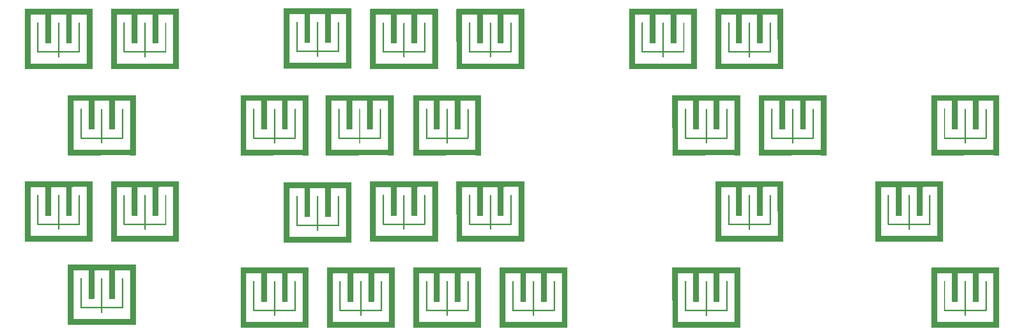
<source format=gbr>
G04 #@! TF.GenerationSoftware,KiCad,Pcbnew,5.1.5+dfsg1-2build2*
G04 #@! TF.CreationDate,2024-06-21T19:05:47+01:00*
G04 #@! TF.ProjectId,qt_touch1,71745f74-6f75-4636-9831-2e6b69636164,rev?*
G04 #@! TF.SameCoordinates,Original*
G04 #@! TF.FileFunction,Paste,Top*
G04 #@! TF.FilePolarity,Positive*
%FSLAX46Y46*%
G04 Gerber Fmt 4.6, Leading zero omitted, Abs format (unit mm)*
G04 Created by KiCad (PCBNEW 5.1.5+dfsg1-2build2) date 2024-06-21 19:05:47*
%MOMM*%
%LPD*%
G04 APERTURE LIST*
%ADD10C,0.100000*%
G04 APERTURE END LIST*
D10*
G36*
X137813066Y-105050685D02*
G01*
X137825135Y-105052553D01*
X137836964Y-105055590D01*
X137848439Y-105059767D01*
X137859453Y-105065044D01*
X137869899Y-105071370D01*
X137879678Y-105078686D01*
X137888696Y-105086921D01*
X137896868Y-105095996D01*
X137904115Y-105105826D01*
X137910368Y-105116316D01*
X137915568Y-105127366D01*
X137919665Y-105138871D01*
X137922619Y-105150721D01*
X137924403Y-105162802D01*
X137925000Y-105175000D01*
X137925000Y-110075000D01*
X141275000Y-110075000D01*
X141275000Y-105200000D01*
X141275012Y-105198255D01*
X141275779Y-105186066D01*
X141277732Y-105174011D01*
X141280851Y-105162204D01*
X141285108Y-105150757D01*
X141290462Y-105139781D01*
X141296861Y-105129379D01*
X141304244Y-105119652D01*
X141312542Y-105110691D01*
X141321675Y-105102583D01*
X141331555Y-105095404D01*
X141342088Y-105089225D01*
X141353174Y-105084102D01*
X141364707Y-105080086D01*
X141376577Y-105077214D01*
X141388671Y-105075514D01*
X141400873Y-105075003D01*
X141413066Y-105075685D01*
X141425135Y-105077553D01*
X141436964Y-105080590D01*
X141448439Y-105084767D01*
X141459453Y-105090044D01*
X141469899Y-105096370D01*
X141479678Y-105103686D01*
X141488696Y-105111921D01*
X141496868Y-105120996D01*
X141504115Y-105130826D01*
X141510368Y-105141316D01*
X141515568Y-105152366D01*
X141519665Y-105163871D01*
X141522619Y-105175721D01*
X141524403Y-105187802D01*
X141525000Y-105200000D01*
X141525000Y-110075000D01*
X144875000Y-110075000D01*
X144875000Y-105200000D01*
X144875012Y-105198255D01*
X144875779Y-105186066D01*
X144877732Y-105174011D01*
X144880851Y-105162204D01*
X144885108Y-105150757D01*
X144890462Y-105139781D01*
X144896861Y-105129379D01*
X144904244Y-105119652D01*
X144912542Y-105110691D01*
X144921675Y-105102583D01*
X144931555Y-105095404D01*
X144942088Y-105089225D01*
X144953174Y-105084102D01*
X144964707Y-105080086D01*
X144976577Y-105077214D01*
X144988671Y-105075514D01*
X145000873Y-105075003D01*
X145013066Y-105075685D01*
X145025135Y-105077553D01*
X145036964Y-105080590D01*
X145048439Y-105084767D01*
X145059453Y-105090044D01*
X145069899Y-105096370D01*
X145079678Y-105103686D01*
X145088696Y-105111921D01*
X145096868Y-105120996D01*
X145104115Y-105130826D01*
X145110368Y-105141316D01*
X145115568Y-105152366D01*
X145119665Y-105163871D01*
X145122619Y-105175721D01*
X145124403Y-105187802D01*
X145125000Y-105200000D01*
X145125000Y-110200000D01*
X145124994Y-110200811D01*
X145124997Y-110200873D01*
X145124994Y-110200934D01*
X145124988Y-110201745D01*
X145124630Y-110207434D01*
X145124315Y-110213066D01*
X145124249Y-110213495D01*
X145124221Y-110213934D01*
X145123317Y-110219514D01*
X145122447Y-110225135D01*
X145122337Y-110225564D01*
X145122268Y-110225989D01*
X145120835Y-110231412D01*
X145119410Y-110236964D01*
X145119260Y-110237377D01*
X145119149Y-110237796D01*
X145117173Y-110243108D01*
X145115233Y-110248439D01*
X145115045Y-110248831D01*
X145114892Y-110249243D01*
X145112406Y-110254340D01*
X145109956Y-110259453D01*
X145109728Y-110259830D01*
X145109538Y-110260219D01*
X145106592Y-110265009D01*
X145103630Y-110269899D01*
X145103366Y-110270251D01*
X145103139Y-110270621D01*
X145099712Y-110275136D01*
X145096314Y-110279678D01*
X145096021Y-110279999D01*
X145095756Y-110280348D01*
X145091874Y-110284540D01*
X145088079Y-110288696D01*
X145087758Y-110288985D01*
X145087458Y-110289309D01*
X145083231Y-110293061D01*
X145079004Y-110296868D01*
X145078647Y-110297131D01*
X145078325Y-110297417D01*
X145073763Y-110300732D01*
X145069174Y-110304115D01*
X145068801Y-110304337D01*
X145068445Y-110304596D01*
X145063534Y-110307477D01*
X145058684Y-110310368D01*
X145058289Y-110310554D01*
X145057912Y-110310775D01*
X145052754Y-110313158D01*
X145047634Y-110315568D01*
X145047225Y-110315714D01*
X145046826Y-110315898D01*
X145041468Y-110317764D01*
X145036129Y-110319665D01*
X145035703Y-110319771D01*
X145035293Y-110319914D01*
X145029753Y-110321254D01*
X145024279Y-110322619D01*
X145023854Y-110322682D01*
X145023423Y-110322786D01*
X145017709Y-110323589D01*
X145012198Y-110324403D01*
X145011771Y-110324424D01*
X145011329Y-110324486D01*
X145005600Y-110324726D01*
X145000000Y-110325000D01*
X141525000Y-110325000D01*
X141525000Y-111075000D01*
X141514523Y-111075000D01*
X141509538Y-111085219D01*
X141503139Y-111095621D01*
X141495756Y-111105348D01*
X141487458Y-111114309D01*
X141478325Y-111122417D01*
X141468445Y-111129596D01*
X141457912Y-111135775D01*
X141446826Y-111140898D01*
X141435293Y-111144914D01*
X141423423Y-111147786D01*
X141411329Y-111149486D01*
X141399127Y-111149997D01*
X141386934Y-111149315D01*
X141374865Y-111147447D01*
X141363036Y-111144410D01*
X141351561Y-111140233D01*
X141340547Y-111134956D01*
X141330101Y-111128630D01*
X141320322Y-111121314D01*
X141311304Y-111113079D01*
X141303132Y-111104004D01*
X141295885Y-111094174D01*
X141289632Y-111083684D01*
X141285545Y-111075000D01*
X141275000Y-111075000D01*
X141275000Y-110325000D01*
X137825000Y-110325000D01*
X137823255Y-110324988D01*
X137812550Y-110324314D01*
X137811329Y-110324486D01*
X137799127Y-110324997D01*
X137786934Y-110324315D01*
X137774865Y-110322447D01*
X137763036Y-110319410D01*
X137751561Y-110315233D01*
X137740547Y-110309956D01*
X137730101Y-110303630D01*
X137720322Y-110296314D01*
X137711304Y-110288079D01*
X137703132Y-110279004D01*
X137695885Y-110269174D01*
X137689632Y-110258684D01*
X137684432Y-110247634D01*
X137680335Y-110236129D01*
X137677381Y-110224279D01*
X137675597Y-110212198D01*
X137675000Y-110200000D01*
X137675000Y-105175000D01*
X137675012Y-105173255D01*
X137675779Y-105161066D01*
X137677732Y-105149011D01*
X137680851Y-105137204D01*
X137685108Y-105125757D01*
X137690462Y-105114781D01*
X137696861Y-105104379D01*
X137704244Y-105094652D01*
X137712542Y-105085691D01*
X137721675Y-105077583D01*
X137731555Y-105070404D01*
X137742088Y-105064225D01*
X137753174Y-105059102D01*
X137764707Y-105055086D01*
X137776577Y-105052214D01*
X137788671Y-105050514D01*
X137800873Y-105050003D01*
X137813066Y-105050685D01*
G37*
G36*
X147259755Y-102700961D02*
G01*
X147269134Y-102703806D01*
X147277779Y-102708427D01*
X147285355Y-102714645D01*
X147291573Y-102722221D01*
X147296194Y-102730866D01*
X147299039Y-102740245D01*
X147300000Y-102750000D01*
X147300000Y-113150000D01*
X147299039Y-113159755D01*
X147296194Y-113169134D01*
X147291573Y-113177779D01*
X147285355Y-113185355D01*
X147277779Y-113191573D01*
X147269134Y-113196194D01*
X147259755Y-113199039D01*
X147250000Y-113200000D01*
X146356250Y-113200000D01*
X146346495Y-113199039D01*
X146337116Y-113196194D01*
X146332807Y-113193891D01*
X136050060Y-113206250D01*
X136040304Y-113205301D01*
X136030921Y-113202467D01*
X136026292Y-113200000D01*
X135562500Y-113200000D01*
X135552745Y-113199039D01*
X135543366Y-113196194D01*
X135534721Y-113191573D01*
X135527145Y-113185355D01*
X135520927Y-113177779D01*
X135516306Y-113169134D01*
X135513461Y-113159755D01*
X135512500Y-113150060D01*
X135501149Y-103706002D01*
X136506250Y-103706002D01*
X136506250Y-112200000D01*
X146305108Y-112200000D01*
X146294885Y-103694237D01*
X143900000Y-103697116D01*
X143900000Y-103700000D01*
X143700000Y-103700000D01*
X143700000Y-108650000D01*
X143699039Y-108659755D01*
X143696194Y-108669134D01*
X143691573Y-108677779D01*
X143685355Y-108685355D01*
X143677779Y-108691573D01*
X143669134Y-108696194D01*
X143659755Y-108699039D01*
X143650000Y-108700000D01*
X142750000Y-108700000D01*
X142740245Y-108699039D01*
X142730866Y-108696194D01*
X142722221Y-108691573D01*
X142714645Y-108685355D01*
X142708427Y-108677779D01*
X142703806Y-108669134D01*
X142700961Y-108659755D01*
X142700000Y-108650000D01*
X142700000Y-103700000D01*
X141500256Y-103700000D01*
X140100000Y-103701683D01*
X140100000Y-108650000D01*
X140099039Y-108659755D01*
X140096194Y-108669134D01*
X140091573Y-108677779D01*
X140085355Y-108685355D01*
X140077779Y-108691573D01*
X140069134Y-108696194D01*
X140059755Y-108699039D01*
X140050000Y-108700000D01*
X139150000Y-108700000D01*
X139140245Y-108699039D01*
X139130866Y-108696194D01*
X139122221Y-108691573D01*
X139114645Y-108685355D01*
X139108427Y-108677779D01*
X139103806Y-108669134D01*
X139100961Y-108659755D01*
X139100000Y-108650000D01*
X139100000Y-103702885D01*
X136506250Y-103706002D01*
X135501149Y-103706002D01*
X135500000Y-102750060D01*
X135500949Y-102740304D01*
X135503783Y-102730921D01*
X135508393Y-102722271D01*
X135514602Y-102714687D01*
X135522172Y-102708460D01*
X135530810Y-102703829D01*
X135540187Y-102700972D01*
X135550000Y-102700000D01*
X147250000Y-102700000D01*
X147259755Y-102700961D01*
G37*
G36*
X130313066Y-90050685D02*
G01*
X130325135Y-90052553D01*
X130336964Y-90055590D01*
X130348439Y-90059767D01*
X130359453Y-90065044D01*
X130369899Y-90071370D01*
X130379678Y-90078686D01*
X130388696Y-90086921D01*
X130396868Y-90095996D01*
X130404115Y-90105826D01*
X130410368Y-90116316D01*
X130415568Y-90127366D01*
X130419665Y-90138871D01*
X130422619Y-90150721D01*
X130424403Y-90162802D01*
X130425000Y-90175000D01*
X130425000Y-95075000D01*
X133775000Y-95075000D01*
X133775000Y-90200000D01*
X133775012Y-90198255D01*
X133775779Y-90186066D01*
X133777732Y-90174011D01*
X133780851Y-90162204D01*
X133785108Y-90150757D01*
X133790462Y-90139781D01*
X133796861Y-90129379D01*
X133804244Y-90119652D01*
X133812542Y-90110691D01*
X133821675Y-90102583D01*
X133831555Y-90095404D01*
X133842088Y-90089225D01*
X133853174Y-90084102D01*
X133864707Y-90080086D01*
X133876577Y-90077214D01*
X133888671Y-90075514D01*
X133900873Y-90075003D01*
X133913066Y-90075685D01*
X133925135Y-90077553D01*
X133936964Y-90080590D01*
X133948439Y-90084767D01*
X133959453Y-90090044D01*
X133969899Y-90096370D01*
X133979678Y-90103686D01*
X133988696Y-90111921D01*
X133996868Y-90120996D01*
X134004115Y-90130826D01*
X134010368Y-90141316D01*
X134015568Y-90152366D01*
X134019665Y-90163871D01*
X134022619Y-90175721D01*
X134024403Y-90187802D01*
X134025000Y-90200000D01*
X134025000Y-95075000D01*
X137375000Y-95075000D01*
X137375000Y-90200000D01*
X137375012Y-90198255D01*
X137375779Y-90186066D01*
X137377732Y-90174011D01*
X137380851Y-90162204D01*
X137385108Y-90150757D01*
X137390462Y-90139781D01*
X137396861Y-90129379D01*
X137404244Y-90119652D01*
X137412542Y-90110691D01*
X137421675Y-90102583D01*
X137431555Y-90095404D01*
X137442088Y-90089225D01*
X137453174Y-90084102D01*
X137464707Y-90080086D01*
X137476577Y-90077214D01*
X137488671Y-90075514D01*
X137500873Y-90075003D01*
X137513066Y-90075685D01*
X137525135Y-90077553D01*
X137536964Y-90080590D01*
X137548439Y-90084767D01*
X137559453Y-90090044D01*
X137569899Y-90096370D01*
X137579678Y-90103686D01*
X137588696Y-90111921D01*
X137596868Y-90120996D01*
X137604115Y-90130826D01*
X137610368Y-90141316D01*
X137615568Y-90152366D01*
X137619665Y-90163871D01*
X137622619Y-90175721D01*
X137624403Y-90187802D01*
X137625000Y-90200000D01*
X137625000Y-95200000D01*
X137624994Y-95200811D01*
X137624997Y-95200873D01*
X137624994Y-95200934D01*
X137624988Y-95201745D01*
X137624630Y-95207434D01*
X137624315Y-95213066D01*
X137624249Y-95213495D01*
X137624221Y-95213934D01*
X137623317Y-95219514D01*
X137622447Y-95225135D01*
X137622337Y-95225564D01*
X137622268Y-95225989D01*
X137620835Y-95231412D01*
X137619410Y-95236964D01*
X137619260Y-95237377D01*
X137619149Y-95237796D01*
X137617173Y-95243108D01*
X137615233Y-95248439D01*
X137615045Y-95248831D01*
X137614892Y-95249243D01*
X137612406Y-95254340D01*
X137609956Y-95259453D01*
X137609728Y-95259830D01*
X137609538Y-95260219D01*
X137606592Y-95265009D01*
X137603630Y-95269899D01*
X137603366Y-95270251D01*
X137603139Y-95270621D01*
X137599712Y-95275136D01*
X137596314Y-95279678D01*
X137596021Y-95279999D01*
X137595756Y-95280348D01*
X137591874Y-95284540D01*
X137588079Y-95288696D01*
X137587758Y-95288985D01*
X137587458Y-95289309D01*
X137583231Y-95293061D01*
X137579004Y-95296868D01*
X137578647Y-95297131D01*
X137578325Y-95297417D01*
X137573763Y-95300732D01*
X137569174Y-95304115D01*
X137568801Y-95304337D01*
X137568445Y-95304596D01*
X137563534Y-95307477D01*
X137558684Y-95310368D01*
X137558289Y-95310554D01*
X137557912Y-95310775D01*
X137552754Y-95313158D01*
X137547634Y-95315568D01*
X137547225Y-95315714D01*
X137546826Y-95315898D01*
X137541468Y-95317764D01*
X137536129Y-95319665D01*
X137535703Y-95319771D01*
X137535293Y-95319914D01*
X137529753Y-95321254D01*
X137524279Y-95322619D01*
X137523854Y-95322682D01*
X137523423Y-95322786D01*
X137517709Y-95323589D01*
X137512198Y-95324403D01*
X137511771Y-95324424D01*
X137511329Y-95324486D01*
X137505600Y-95324726D01*
X137500000Y-95325000D01*
X134025000Y-95325000D01*
X134025000Y-96075000D01*
X134014523Y-96075000D01*
X134009538Y-96085219D01*
X134003139Y-96095621D01*
X133995756Y-96105348D01*
X133987458Y-96114309D01*
X133978325Y-96122417D01*
X133968445Y-96129596D01*
X133957912Y-96135775D01*
X133946826Y-96140898D01*
X133935293Y-96144914D01*
X133923423Y-96147786D01*
X133911329Y-96149486D01*
X133899127Y-96149997D01*
X133886934Y-96149315D01*
X133874865Y-96147447D01*
X133863036Y-96144410D01*
X133851561Y-96140233D01*
X133840547Y-96134956D01*
X133830101Y-96128630D01*
X133820322Y-96121314D01*
X133811304Y-96113079D01*
X133803132Y-96104004D01*
X133795885Y-96094174D01*
X133789632Y-96083684D01*
X133785545Y-96075000D01*
X133775000Y-96075000D01*
X133775000Y-95325000D01*
X130325000Y-95325000D01*
X130323255Y-95324988D01*
X130312550Y-95324314D01*
X130311329Y-95324486D01*
X130299127Y-95324997D01*
X130286934Y-95324315D01*
X130274865Y-95322447D01*
X130263036Y-95319410D01*
X130251561Y-95315233D01*
X130240547Y-95309956D01*
X130230101Y-95303630D01*
X130220322Y-95296314D01*
X130211304Y-95288079D01*
X130203132Y-95279004D01*
X130195885Y-95269174D01*
X130189632Y-95258684D01*
X130184432Y-95247634D01*
X130180335Y-95236129D01*
X130177381Y-95224279D01*
X130175597Y-95212198D01*
X130175000Y-95200000D01*
X130175000Y-90175000D01*
X130175012Y-90173255D01*
X130175779Y-90161066D01*
X130177732Y-90149011D01*
X130180851Y-90137204D01*
X130185108Y-90125757D01*
X130190462Y-90114781D01*
X130196861Y-90104379D01*
X130204244Y-90094652D01*
X130212542Y-90085691D01*
X130221675Y-90077583D01*
X130231555Y-90070404D01*
X130242088Y-90064225D01*
X130253174Y-90059102D01*
X130264707Y-90055086D01*
X130276577Y-90052214D01*
X130288671Y-90050514D01*
X130300873Y-90050003D01*
X130313066Y-90050685D01*
G37*
G36*
X139759755Y-87700961D02*
G01*
X139769134Y-87703806D01*
X139777779Y-87708427D01*
X139785355Y-87714645D01*
X139791573Y-87722221D01*
X139796194Y-87730866D01*
X139799039Y-87740245D01*
X139800000Y-87750000D01*
X139800000Y-98150000D01*
X139799039Y-98159755D01*
X139796194Y-98169134D01*
X139791573Y-98177779D01*
X139785355Y-98185355D01*
X139777779Y-98191573D01*
X139769134Y-98196194D01*
X139759755Y-98199039D01*
X139750000Y-98200000D01*
X138856250Y-98200000D01*
X138846495Y-98199039D01*
X138837116Y-98196194D01*
X138832807Y-98193891D01*
X128550060Y-98206250D01*
X128540304Y-98205301D01*
X128530921Y-98202467D01*
X128526292Y-98200000D01*
X128062500Y-98200000D01*
X128052745Y-98199039D01*
X128043366Y-98196194D01*
X128034721Y-98191573D01*
X128027145Y-98185355D01*
X128020927Y-98177779D01*
X128016306Y-98169134D01*
X128013461Y-98159755D01*
X128012500Y-98150060D01*
X128001149Y-88706002D01*
X129006250Y-88706002D01*
X129006250Y-97200000D01*
X138805108Y-97200000D01*
X138794885Y-88694237D01*
X136400000Y-88697116D01*
X136400000Y-88700000D01*
X136200000Y-88700000D01*
X136200000Y-93650000D01*
X136199039Y-93659755D01*
X136196194Y-93669134D01*
X136191573Y-93677779D01*
X136185355Y-93685355D01*
X136177779Y-93691573D01*
X136169134Y-93696194D01*
X136159755Y-93699039D01*
X136150000Y-93700000D01*
X135250000Y-93700000D01*
X135240245Y-93699039D01*
X135230866Y-93696194D01*
X135222221Y-93691573D01*
X135214645Y-93685355D01*
X135208427Y-93677779D01*
X135203806Y-93669134D01*
X135200961Y-93659755D01*
X135200000Y-93650000D01*
X135200000Y-88700000D01*
X134000256Y-88700000D01*
X132600000Y-88701683D01*
X132600000Y-93650000D01*
X132599039Y-93659755D01*
X132596194Y-93669134D01*
X132591573Y-93677779D01*
X132585355Y-93685355D01*
X132577779Y-93691573D01*
X132569134Y-93696194D01*
X132559755Y-93699039D01*
X132550000Y-93700000D01*
X131650000Y-93700000D01*
X131640245Y-93699039D01*
X131630866Y-93696194D01*
X131622221Y-93691573D01*
X131614645Y-93685355D01*
X131608427Y-93677779D01*
X131603806Y-93669134D01*
X131600961Y-93659755D01*
X131600000Y-93650000D01*
X131600000Y-88702885D01*
X129006250Y-88706002D01*
X128001149Y-88706002D01*
X128000000Y-87750060D01*
X128000949Y-87740304D01*
X128003783Y-87730921D01*
X128008393Y-87722271D01*
X128014602Y-87714687D01*
X128022172Y-87708460D01*
X128030810Y-87703829D01*
X128040187Y-87700972D01*
X128050000Y-87700000D01*
X139750000Y-87700000D01*
X139759755Y-87700961D01*
G37*
G36*
X130313066Y-60050685D02*
G01*
X130325135Y-60052553D01*
X130336964Y-60055590D01*
X130348439Y-60059767D01*
X130359453Y-60065044D01*
X130369899Y-60071370D01*
X130379678Y-60078686D01*
X130388696Y-60086921D01*
X130396868Y-60095996D01*
X130404115Y-60105826D01*
X130410368Y-60116316D01*
X130415568Y-60127366D01*
X130419665Y-60138871D01*
X130422619Y-60150721D01*
X130424403Y-60162802D01*
X130425000Y-60175000D01*
X130425000Y-65075000D01*
X133775000Y-65075000D01*
X133775000Y-60200000D01*
X133775012Y-60198255D01*
X133775779Y-60186066D01*
X133777732Y-60174011D01*
X133780851Y-60162204D01*
X133785108Y-60150757D01*
X133790462Y-60139781D01*
X133796861Y-60129379D01*
X133804244Y-60119652D01*
X133812542Y-60110691D01*
X133821675Y-60102583D01*
X133831555Y-60095404D01*
X133842088Y-60089225D01*
X133853174Y-60084102D01*
X133864707Y-60080086D01*
X133876577Y-60077214D01*
X133888671Y-60075514D01*
X133900873Y-60075003D01*
X133913066Y-60075685D01*
X133925135Y-60077553D01*
X133936964Y-60080590D01*
X133948439Y-60084767D01*
X133959453Y-60090044D01*
X133969899Y-60096370D01*
X133979678Y-60103686D01*
X133988696Y-60111921D01*
X133996868Y-60120996D01*
X134004115Y-60130826D01*
X134010368Y-60141316D01*
X134015568Y-60152366D01*
X134019665Y-60163871D01*
X134022619Y-60175721D01*
X134024403Y-60187802D01*
X134025000Y-60200000D01*
X134025000Y-65075000D01*
X137375000Y-65075000D01*
X137375000Y-60200000D01*
X137375012Y-60198255D01*
X137375779Y-60186066D01*
X137377732Y-60174011D01*
X137380851Y-60162204D01*
X137385108Y-60150757D01*
X137390462Y-60139781D01*
X137396861Y-60129379D01*
X137404244Y-60119652D01*
X137412542Y-60110691D01*
X137421675Y-60102583D01*
X137431555Y-60095404D01*
X137442088Y-60089225D01*
X137453174Y-60084102D01*
X137464707Y-60080086D01*
X137476577Y-60077214D01*
X137488671Y-60075514D01*
X137500873Y-60075003D01*
X137513066Y-60075685D01*
X137525135Y-60077553D01*
X137536964Y-60080590D01*
X137548439Y-60084767D01*
X137559453Y-60090044D01*
X137569899Y-60096370D01*
X137579678Y-60103686D01*
X137588696Y-60111921D01*
X137596868Y-60120996D01*
X137604115Y-60130826D01*
X137610368Y-60141316D01*
X137615568Y-60152366D01*
X137619665Y-60163871D01*
X137622619Y-60175721D01*
X137624403Y-60187802D01*
X137625000Y-60200000D01*
X137625000Y-65200000D01*
X137624994Y-65200811D01*
X137624997Y-65200873D01*
X137624994Y-65200934D01*
X137624988Y-65201745D01*
X137624630Y-65207434D01*
X137624315Y-65213066D01*
X137624249Y-65213495D01*
X137624221Y-65213934D01*
X137623317Y-65219514D01*
X137622447Y-65225135D01*
X137622337Y-65225564D01*
X137622268Y-65225989D01*
X137620835Y-65231412D01*
X137619410Y-65236964D01*
X137619260Y-65237377D01*
X137619149Y-65237796D01*
X137617173Y-65243108D01*
X137615233Y-65248439D01*
X137615045Y-65248831D01*
X137614892Y-65249243D01*
X137612406Y-65254340D01*
X137609956Y-65259453D01*
X137609728Y-65259830D01*
X137609538Y-65260219D01*
X137606592Y-65265009D01*
X137603630Y-65269899D01*
X137603366Y-65270251D01*
X137603139Y-65270621D01*
X137599712Y-65275136D01*
X137596314Y-65279678D01*
X137596021Y-65279999D01*
X137595756Y-65280348D01*
X137591874Y-65284540D01*
X137588079Y-65288696D01*
X137587758Y-65288985D01*
X137587458Y-65289309D01*
X137583231Y-65293061D01*
X137579004Y-65296868D01*
X137578647Y-65297131D01*
X137578325Y-65297417D01*
X137573763Y-65300732D01*
X137569174Y-65304115D01*
X137568801Y-65304337D01*
X137568445Y-65304596D01*
X137563534Y-65307477D01*
X137558684Y-65310368D01*
X137558289Y-65310554D01*
X137557912Y-65310775D01*
X137552754Y-65313158D01*
X137547634Y-65315568D01*
X137547225Y-65315714D01*
X137546826Y-65315898D01*
X137541468Y-65317764D01*
X137536129Y-65319665D01*
X137535703Y-65319771D01*
X137535293Y-65319914D01*
X137529753Y-65321254D01*
X137524279Y-65322619D01*
X137523854Y-65322682D01*
X137523423Y-65322786D01*
X137517709Y-65323589D01*
X137512198Y-65324403D01*
X137511771Y-65324424D01*
X137511329Y-65324486D01*
X137505600Y-65324726D01*
X137500000Y-65325000D01*
X134025000Y-65325000D01*
X134025000Y-66075000D01*
X134014523Y-66075000D01*
X134009538Y-66085219D01*
X134003139Y-66095621D01*
X133995756Y-66105348D01*
X133987458Y-66114309D01*
X133978325Y-66122417D01*
X133968445Y-66129596D01*
X133957912Y-66135775D01*
X133946826Y-66140898D01*
X133935293Y-66144914D01*
X133923423Y-66147786D01*
X133911329Y-66149486D01*
X133899127Y-66149997D01*
X133886934Y-66149315D01*
X133874865Y-66147447D01*
X133863036Y-66144410D01*
X133851561Y-66140233D01*
X133840547Y-66134956D01*
X133830101Y-66128630D01*
X133820322Y-66121314D01*
X133811304Y-66113079D01*
X133803132Y-66104004D01*
X133795885Y-66094174D01*
X133789632Y-66083684D01*
X133785545Y-66075000D01*
X133775000Y-66075000D01*
X133775000Y-65325000D01*
X130325000Y-65325000D01*
X130323255Y-65324988D01*
X130312550Y-65324314D01*
X130311329Y-65324486D01*
X130299127Y-65324997D01*
X130286934Y-65324315D01*
X130274865Y-65322447D01*
X130263036Y-65319410D01*
X130251561Y-65315233D01*
X130240547Y-65309956D01*
X130230101Y-65303630D01*
X130220322Y-65296314D01*
X130211304Y-65288079D01*
X130203132Y-65279004D01*
X130195885Y-65269174D01*
X130189632Y-65258684D01*
X130184432Y-65247634D01*
X130180335Y-65236129D01*
X130177381Y-65224279D01*
X130175597Y-65212198D01*
X130175000Y-65200000D01*
X130175000Y-60175000D01*
X130175012Y-60173255D01*
X130175779Y-60161066D01*
X130177732Y-60149011D01*
X130180851Y-60137204D01*
X130185108Y-60125757D01*
X130190462Y-60114781D01*
X130196861Y-60104379D01*
X130204244Y-60094652D01*
X130212542Y-60085691D01*
X130221675Y-60077583D01*
X130231555Y-60070404D01*
X130242088Y-60064225D01*
X130253174Y-60059102D01*
X130264707Y-60055086D01*
X130276577Y-60052214D01*
X130288671Y-60050514D01*
X130300873Y-60050003D01*
X130313066Y-60050685D01*
G37*
G36*
X139759755Y-57700961D02*
G01*
X139769134Y-57703806D01*
X139777779Y-57708427D01*
X139785355Y-57714645D01*
X139791573Y-57722221D01*
X139796194Y-57730866D01*
X139799039Y-57740245D01*
X139800000Y-57750000D01*
X139800000Y-68150000D01*
X139799039Y-68159755D01*
X139796194Y-68169134D01*
X139791573Y-68177779D01*
X139785355Y-68185355D01*
X139777779Y-68191573D01*
X139769134Y-68196194D01*
X139759755Y-68199039D01*
X139750000Y-68200000D01*
X138856250Y-68200000D01*
X138846495Y-68199039D01*
X138837116Y-68196194D01*
X138832807Y-68193891D01*
X128550060Y-68206250D01*
X128540304Y-68205301D01*
X128530921Y-68202467D01*
X128526292Y-68200000D01*
X128062500Y-68200000D01*
X128052745Y-68199039D01*
X128043366Y-68196194D01*
X128034721Y-68191573D01*
X128027145Y-68185355D01*
X128020927Y-68177779D01*
X128016306Y-68169134D01*
X128013461Y-68159755D01*
X128012500Y-68150060D01*
X128001149Y-58706002D01*
X129006250Y-58706002D01*
X129006250Y-67200000D01*
X138805108Y-67200000D01*
X138794885Y-58694237D01*
X136400000Y-58697116D01*
X136400000Y-58700000D01*
X136200000Y-58700000D01*
X136200000Y-63650000D01*
X136199039Y-63659755D01*
X136196194Y-63669134D01*
X136191573Y-63677779D01*
X136185355Y-63685355D01*
X136177779Y-63691573D01*
X136169134Y-63696194D01*
X136159755Y-63699039D01*
X136150000Y-63700000D01*
X135250000Y-63700000D01*
X135240245Y-63699039D01*
X135230866Y-63696194D01*
X135222221Y-63691573D01*
X135214645Y-63685355D01*
X135208427Y-63677779D01*
X135203806Y-63669134D01*
X135200961Y-63659755D01*
X135200000Y-63650000D01*
X135200000Y-58700000D01*
X134000256Y-58700000D01*
X132600000Y-58701683D01*
X132600000Y-63650000D01*
X132599039Y-63659755D01*
X132596194Y-63669134D01*
X132591573Y-63677779D01*
X132585355Y-63685355D01*
X132577779Y-63691573D01*
X132569134Y-63696194D01*
X132559755Y-63699039D01*
X132550000Y-63700000D01*
X131650000Y-63700000D01*
X131640245Y-63699039D01*
X131630866Y-63696194D01*
X131622221Y-63691573D01*
X131614645Y-63685355D01*
X131608427Y-63677779D01*
X131603806Y-63669134D01*
X131600961Y-63659755D01*
X131600000Y-63650000D01*
X131600000Y-58702885D01*
X129006250Y-58706002D01*
X128001149Y-58706002D01*
X128000000Y-57750060D01*
X128000949Y-57740304D01*
X128003783Y-57730921D01*
X128008393Y-57722271D01*
X128014602Y-57714687D01*
X128022172Y-57708460D01*
X128030810Y-57703829D01*
X128040187Y-57700972D01*
X128050000Y-57700000D01*
X139750000Y-57700000D01*
X139759755Y-57700961D01*
G37*
G36*
X122813066Y-105050685D02*
G01*
X122825135Y-105052553D01*
X122836964Y-105055590D01*
X122848439Y-105059767D01*
X122859453Y-105065044D01*
X122869899Y-105071370D01*
X122879678Y-105078686D01*
X122888696Y-105086921D01*
X122896868Y-105095996D01*
X122904115Y-105105826D01*
X122910368Y-105116316D01*
X122915568Y-105127366D01*
X122919665Y-105138871D01*
X122922619Y-105150721D01*
X122924403Y-105162802D01*
X122925000Y-105175000D01*
X122925000Y-110075000D01*
X126275000Y-110075000D01*
X126275000Y-105200000D01*
X126275012Y-105198255D01*
X126275779Y-105186066D01*
X126277732Y-105174011D01*
X126280851Y-105162204D01*
X126285108Y-105150757D01*
X126290462Y-105139781D01*
X126296861Y-105129379D01*
X126304244Y-105119652D01*
X126312542Y-105110691D01*
X126321675Y-105102583D01*
X126331555Y-105095404D01*
X126342088Y-105089225D01*
X126353174Y-105084102D01*
X126364707Y-105080086D01*
X126376577Y-105077214D01*
X126388671Y-105075514D01*
X126400873Y-105075003D01*
X126413066Y-105075685D01*
X126425135Y-105077553D01*
X126436964Y-105080590D01*
X126448439Y-105084767D01*
X126459453Y-105090044D01*
X126469899Y-105096370D01*
X126479678Y-105103686D01*
X126488696Y-105111921D01*
X126496868Y-105120996D01*
X126504115Y-105130826D01*
X126510368Y-105141316D01*
X126515568Y-105152366D01*
X126519665Y-105163871D01*
X126522619Y-105175721D01*
X126524403Y-105187802D01*
X126525000Y-105200000D01*
X126525000Y-110075000D01*
X129875000Y-110075000D01*
X129875000Y-105200000D01*
X129875012Y-105198255D01*
X129875779Y-105186066D01*
X129877732Y-105174011D01*
X129880851Y-105162204D01*
X129885108Y-105150757D01*
X129890462Y-105139781D01*
X129896861Y-105129379D01*
X129904244Y-105119652D01*
X129912542Y-105110691D01*
X129921675Y-105102583D01*
X129931555Y-105095404D01*
X129942088Y-105089225D01*
X129953174Y-105084102D01*
X129964707Y-105080086D01*
X129976577Y-105077214D01*
X129988671Y-105075514D01*
X130000873Y-105075003D01*
X130013066Y-105075685D01*
X130025135Y-105077553D01*
X130036964Y-105080590D01*
X130048439Y-105084767D01*
X130059453Y-105090044D01*
X130069899Y-105096370D01*
X130079678Y-105103686D01*
X130088696Y-105111921D01*
X130096868Y-105120996D01*
X130104115Y-105130826D01*
X130110368Y-105141316D01*
X130115568Y-105152366D01*
X130119665Y-105163871D01*
X130122619Y-105175721D01*
X130124403Y-105187802D01*
X130125000Y-105200000D01*
X130125000Y-110200000D01*
X130124994Y-110200811D01*
X130124997Y-110200873D01*
X130124994Y-110200934D01*
X130124988Y-110201745D01*
X130124630Y-110207434D01*
X130124315Y-110213066D01*
X130124249Y-110213495D01*
X130124221Y-110213934D01*
X130123317Y-110219514D01*
X130122447Y-110225135D01*
X130122337Y-110225564D01*
X130122268Y-110225989D01*
X130120835Y-110231412D01*
X130119410Y-110236964D01*
X130119260Y-110237377D01*
X130119149Y-110237796D01*
X130117173Y-110243108D01*
X130115233Y-110248439D01*
X130115045Y-110248831D01*
X130114892Y-110249243D01*
X130112406Y-110254340D01*
X130109956Y-110259453D01*
X130109728Y-110259830D01*
X130109538Y-110260219D01*
X130106592Y-110265009D01*
X130103630Y-110269899D01*
X130103366Y-110270251D01*
X130103139Y-110270621D01*
X130099712Y-110275136D01*
X130096314Y-110279678D01*
X130096021Y-110279999D01*
X130095756Y-110280348D01*
X130091874Y-110284540D01*
X130088079Y-110288696D01*
X130087758Y-110288985D01*
X130087458Y-110289309D01*
X130083231Y-110293061D01*
X130079004Y-110296868D01*
X130078647Y-110297131D01*
X130078325Y-110297417D01*
X130073763Y-110300732D01*
X130069174Y-110304115D01*
X130068801Y-110304337D01*
X130068445Y-110304596D01*
X130063534Y-110307477D01*
X130058684Y-110310368D01*
X130058289Y-110310554D01*
X130057912Y-110310775D01*
X130052754Y-110313158D01*
X130047634Y-110315568D01*
X130047225Y-110315714D01*
X130046826Y-110315898D01*
X130041468Y-110317764D01*
X130036129Y-110319665D01*
X130035703Y-110319771D01*
X130035293Y-110319914D01*
X130029753Y-110321254D01*
X130024279Y-110322619D01*
X130023854Y-110322682D01*
X130023423Y-110322786D01*
X130017709Y-110323589D01*
X130012198Y-110324403D01*
X130011771Y-110324424D01*
X130011329Y-110324486D01*
X130005600Y-110324726D01*
X130000000Y-110325000D01*
X126525000Y-110325000D01*
X126525000Y-111075000D01*
X126514523Y-111075000D01*
X126509538Y-111085219D01*
X126503139Y-111095621D01*
X126495756Y-111105348D01*
X126487458Y-111114309D01*
X126478325Y-111122417D01*
X126468445Y-111129596D01*
X126457912Y-111135775D01*
X126446826Y-111140898D01*
X126435293Y-111144914D01*
X126423423Y-111147786D01*
X126411329Y-111149486D01*
X126399127Y-111149997D01*
X126386934Y-111149315D01*
X126374865Y-111147447D01*
X126363036Y-111144410D01*
X126351561Y-111140233D01*
X126340547Y-111134956D01*
X126330101Y-111128630D01*
X126320322Y-111121314D01*
X126311304Y-111113079D01*
X126303132Y-111104004D01*
X126295885Y-111094174D01*
X126289632Y-111083684D01*
X126285545Y-111075000D01*
X126275000Y-111075000D01*
X126275000Y-110325000D01*
X122825000Y-110325000D01*
X122823255Y-110324988D01*
X122812550Y-110324314D01*
X122811329Y-110324486D01*
X122799127Y-110324997D01*
X122786934Y-110324315D01*
X122774865Y-110322447D01*
X122763036Y-110319410D01*
X122751561Y-110315233D01*
X122740547Y-110309956D01*
X122730101Y-110303630D01*
X122720322Y-110296314D01*
X122711304Y-110288079D01*
X122703132Y-110279004D01*
X122695885Y-110269174D01*
X122689632Y-110258684D01*
X122684432Y-110247634D01*
X122680335Y-110236129D01*
X122677381Y-110224279D01*
X122675597Y-110212198D01*
X122675000Y-110200000D01*
X122675000Y-105175000D01*
X122675012Y-105173255D01*
X122675779Y-105161066D01*
X122677732Y-105149011D01*
X122680851Y-105137204D01*
X122685108Y-105125757D01*
X122690462Y-105114781D01*
X122696861Y-105104379D01*
X122704244Y-105094652D01*
X122712542Y-105085691D01*
X122721675Y-105077583D01*
X122731555Y-105070404D01*
X122742088Y-105064225D01*
X122753174Y-105059102D01*
X122764707Y-105055086D01*
X122776577Y-105052214D01*
X122788671Y-105050514D01*
X122800873Y-105050003D01*
X122813066Y-105050685D01*
G37*
G36*
X132259755Y-102700961D02*
G01*
X132269134Y-102703806D01*
X132277779Y-102708427D01*
X132285355Y-102714645D01*
X132291573Y-102722221D01*
X132296194Y-102730866D01*
X132299039Y-102740245D01*
X132300000Y-102750000D01*
X132300000Y-113150000D01*
X132299039Y-113159755D01*
X132296194Y-113169134D01*
X132291573Y-113177779D01*
X132285355Y-113185355D01*
X132277779Y-113191573D01*
X132269134Y-113196194D01*
X132259755Y-113199039D01*
X132250000Y-113200000D01*
X131356250Y-113200000D01*
X131346495Y-113199039D01*
X131337116Y-113196194D01*
X131332807Y-113193891D01*
X121050060Y-113206250D01*
X121040304Y-113205301D01*
X121030921Y-113202467D01*
X121026292Y-113200000D01*
X120562500Y-113200000D01*
X120552745Y-113199039D01*
X120543366Y-113196194D01*
X120534721Y-113191573D01*
X120527145Y-113185355D01*
X120520927Y-113177779D01*
X120516306Y-113169134D01*
X120513461Y-113159755D01*
X120512500Y-113150060D01*
X120501149Y-103706002D01*
X121506250Y-103706002D01*
X121506250Y-112200000D01*
X131305108Y-112200000D01*
X131294885Y-103694237D01*
X128900000Y-103697116D01*
X128900000Y-103700000D01*
X128700000Y-103700000D01*
X128700000Y-108650000D01*
X128699039Y-108659755D01*
X128696194Y-108669134D01*
X128691573Y-108677779D01*
X128685355Y-108685355D01*
X128677779Y-108691573D01*
X128669134Y-108696194D01*
X128659755Y-108699039D01*
X128650000Y-108700000D01*
X127750000Y-108700000D01*
X127740245Y-108699039D01*
X127730866Y-108696194D01*
X127722221Y-108691573D01*
X127714645Y-108685355D01*
X127708427Y-108677779D01*
X127703806Y-108669134D01*
X127700961Y-108659755D01*
X127700000Y-108650000D01*
X127700000Y-103700000D01*
X126500256Y-103700000D01*
X125100000Y-103701683D01*
X125100000Y-108650000D01*
X125099039Y-108659755D01*
X125096194Y-108669134D01*
X125091573Y-108677779D01*
X125085355Y-108685355D01*
X125077779Y-108691573D01*
X125069134Y-108696194D01*
X125059755Y-108699039D01*
X125050000Y-108700000D01*
X124150000Y-108700000D01*
X124140245Y-108699039D01*
X124130866Y-108696194D01*
X124122221Y-108691573D01*
X124114645Y-108685355D01*
X124108427Y-108677779D01*
X124103806Y-108669134D01*
X124100961Y-108659755D01*
X124100000Y-108650000D01*
X124100000Y-103702885D01*
X121506250Y-103706002D01*
X120501149Y-103706002D01*
X120500000Y-102750060D01*
X120500949Y-102740304D01*
X120503783Y-102730921D01*
X120508393Y-102722271D01*
X120514602Y-102714687D01*
X120522172Y-102708460D01*
X120530810Y-102703829D01*
X120540187Y-102700972D01*
X120550000Y-102700000D01*
X132250000Y-102700000D01*
X132259755Y-102700961D01*
G37*
G36*
X122813066Y-75050685D02*
G01*
X122825135Y-75052553D01*
X122836964Y-75055590D01*
X122848439Y-75059767D01*
X122859453Y-75065044D01*
X122869899Y-75071370D01*
X122879678Y-75078686D01*
X122888696Y-75086921D01*
X122896868Y-75095996D01*
X122904115Y-75105826D01*
X122910368Y-75116316D01*
X122915568Y-75127366D01*
X122919665Y-75138871D01*
X122922619Y-75150721D01*
X122924403Y-75162802D01*
X122925000Y-75175000D01*
X122925000Y-80075000D01*
X126275000Y-80075000D01*
X126275000Y-75200000D01*
X126275012Y-75198255D01*
X126275779Y-75186066D01*
X126277732Y-75174011D01*
X126280851Y-75162204D01*
X126285108Y-75150757D01*
X126290462Y-75139781D01*
X126296861Y-75129379D01*
X126304244Y-75119652D01*
X126312542Y-75110691D01*
X126321675Y-75102583D01*
X126331555Y-75095404D01*
X126342088Y-75089225D01*
X126353174Y-75084102D01*
X126364707Y-75080086D01*
X126376577Y-75077214D01*
X126388671Y-75075514D01*
X126400873Y-75075003D01*
X126413066Y-75075685D01*
X126425135Y-75077553D01*
X126436964Y-75080590D01*
X126448439Y-75084767D01*
X126459453Y-75090044D01*
X126469899Y-75096370D01*
X126479678Y-75103686D01*
X126488696Y-75111921D01*
X126496868Y-75120996D01*
X126504115Y-75130826D01*
X126510368Y-75141316D01*
X126515568Y-75152366D01*
X126519665Y-75163871D01*
X126522619Y-75175721D01*
X126524403Y-75187802D01*
X126525000Y-75200000D01*
X126525000Y-80075000D01*
X129875000Y-80075000D01*
X129875000Y-75200000D01*
X129875012Y-75198255D01*
X129875779Y-75186066D01*
X129877732Y-75174011D01*
X129880851Y-75162204D01*
X129885108Y-75150757D01*
X129890462Y-75139781D01*
X129896861Y-75129379D01*
X129904244Y-75119652D01*
X129912542Y-75110691D01*
X129921675Y-75102583D01*
X129931555Y-75095404D01*
X129942088Y-75089225D01*
X129953174Y-75084102D01*
X129964707Y-75080086D01*
X129976577Y-75077214D01*
X129988671Y-75075514D01*
X130000873Y-75075003D01*
X130013066Y-75075685D01*
X130025135Y-75077553D01*
X130036964Y-75080590D01*
X130048439Y-75084767D01*
X130059453Y-75090044D01*
X130069899Y-75096370D01*
X130079678Y-75103686D01*
X130088696Y-75111921D01*
X130096868Y-75120996D01*
X130104115Y-75130826D01*
X130110368Y-75141316D01*
X130115568Y-75152366D01*
X130119665Y-75163871D01*
X130122619Y-75175721D01*
X130124403Y-75187802D01*
X130125000Y-75200000D01*
X130125000Y-80200000D01*
X130124994Y-80200811D01*
X130124997Y-80200873D01*
X130124994Y-80200934D01*
X130124988Y-80201745D01*
X130124630Y-80207434D01*
X130124315Y-80213066D01*
X130124249Y-80213495D01*
X130124221Y-80213934D01*
X130123317Y-80219514D01*
X130122447Y-80225135D01*
X130122337Y-80225564D01*
X130122268Y-80225989D01*
X130120835Y-80231412D01*
X130119410Y-80236964D01*
X130119260Y-80237377D01*
X130119149Y-80237796D01*
X130117173Y-80243108D01*
X130115233Y-80248439D01*
X130115045Y-80248831D01*
X130114892Y-80249243D01*
X130112406Y-80254340D01*
X130109956Y-80259453D01*
X130109728Y-80259830D01*
X130109538Y-80260219D01*
X130106592Y-80265009D01*
X130103630Y-80269899D01*
X130103366Y-80270251D01*
X130103139Y-80270621D01*
X130099712Y-80275136D01*
X130096314Y-80279678D01*
X130096021Y-80279999D01*
X130095756Y-80280348D01*
X130091874Y-80284540D01*
X130088079Y-80288696D01*
X130087758Y-80288985D01*
X130087458Y-80289309D01*
X130083231Y-80293061D01*
X130079004Y-80296868D01*
X130078647Y-80297131D01*
X130078325Y-80297417D01*
X130073763Y-80300732D01*
X130069174Y-80304115D01*
X130068801Y-80304337D01*
X130068445Y-80304596D01*
X130063534Y-80307477D01*
X130058684Y-80310368D01*
X130058289Y-80310554D01*
X130057912Y-80310775D01*
X130052754Y-80313158D01*
X130047634Y-80315568D01*
X130047225Y-80315714D01*
X130046826Y-80315898D01*
X130041468Y-80317764D01*
X130036129Y-80319665D01*
X130035703Y-80319771D01*
X130035293Y-80319914D01*
X130029753Y-80321254D01*
X130024279Y-80322619D01*
X130023854Y-80322682D01*
X130023423Y-80322786D01*
X130017709Y-80323589D01*
X130012198Y-80324403D01*
X130011771Y-80324424D01*
X130011329Y-80324486D01*
X130005600Y-80324726D01*
X130000000Y-80325000D01*
X126525000Y-80325000D01*
X126525000Y-81075000D01*
X126514523Y-81075000D01*
X126509538Y-81085219D01*
X126503139Y-81095621D01*
X126495756Y-81105348D01*
X126487458Y-81114309D01*
X126478325Y-81122417D01*
X126468445Y-81129596D01*
X126457912Y-81135775D01*
X126446826Y-81140898D01*
X126435293Y-81144914D01*
X126423423Y-81147786D01*
X126411329Y-81149486D01*
X126399127Y-81149997D01*
X126386934Y-81149315D01*
X126374865Y-81147447D01*
X126363036Y-81144410D01*
X126351561Y-81140233D01*
X126340547Y-81134956D01*
X126330101Y-81128630D01*
X126320322Y-81121314D01*
X126311304Y-81113079D01*
X126303132Y-81104004D01*
X126295885Y-81094174D01*
X126289632Y-81083684D01*
X126285545Y-81075000D01*
X126275000Y-81075000D01*
X126275000Y-80325000D01*
X122825000Y-80325000D01*
X122823255Y-80324988D01*
X122812550Y-80324314D01*
X122811329Y-80324486D01*
X122799127Y-80324997D01*
X122786934Y-80324315D01*
X122774865Y-80322447D01*
X122763036Y-80319410D01*
X122751561Y-80315233D01*
X122740547Y-80309956D01*
X122730101Y-80303630D01*
X122720322Y-80296314D01*
X122711304Y-80288079D01*
X122703132Y-80279004D01*
X122695885Y-80269174D01*
X122689632Y-80258684D01*
X122684432Y-80247634D01*
X122680335Y-80236129D01*
X122677381Y-80224279D01*
X122675597Y-80212198D01*
X122675000Y-80200000D01*
X122675000Y-75175000D01*
X122675012Y-75173255D01*
X122675779Y-75161066D01*
X122677732Y-75149011D01*
X122680851Y-75137204D01*
X122685108Y-75125757D01*
X122690462Y-75114781D01*
X122696861Y-75104379D01*
X122704244Y-75094652D01*
X122712542Y-75085691D01*
X122721675Y-75077583D01*
X122731555Y-75070404D01*
X122742088Y-75064225D01*
X122753174Y-75059102D01*
X122764707Y-75055086D01*
X122776577Y-75052214D01*
X122788671Y-75050514D01*
X122800873Y-75050003D01*
X122813066Y-75050685D01*
G37*
G36*
X132259755Y-72700961D02*
G01*
X132269134Y-72703806D01*
X132277779Y-72708427D01*
X132285355Y-72714645D01*
X132291573Y-72722221D01*
X132296194Y-72730866D01*
X132299039Y-72740245D01*
X132300000Y-72750000D01*
X132300000Y-83150000D01*
X132299039Y-83159755D01*
X132296194Y-83169134D01*
X132291573Y-83177779D01*
X132285355Y-83185355D01*
X132277779Y-83191573D01*
X132269134Y-83196194D01*
X132259755Y-83199039D01*
X132250000Y-83200000D01*
X131356250Y-83200000D01*
X131346495Y-83199039D01*
X131337116Y-83196194D01*
X131332807Y-83193891D01*
X121050060Y-83206250D01*
X121040304Y-83205301D01*
X121030921Y-83202467D01*
X121026292Y-83200000D01*
X120562500Y-83200000D01*
X120552745Y-83199039D01*
X120543366Y-83196194D01*
X120534721Y-83191573D01*
X120527145Y-83185355D01*
X120520927Y-83177779D01*
X120516306Y-83169134D01*
X120513461Y-83159755D01*
X120512500Y-83150060D01*
X120501149Y-73706002D01*
X121506250Y-73706002D01*
X121506250Y-82200000D01*
X131305108Y-82200000D01*
X131294885Y-73694237D01*
X128900000Y-73697116D01*
X128900000Y-73700000D01*
X128700000Y-73700000D01*
X128700000Y-78650000D01*
X128699039Y-78659755D01*
X128696194Y-78669134D01*
X128691573Y-78677779D01*
X128685355Y-78685355D01*
X128677779Y-78691573D01*
X128669134Y-78696194D01*
X128659755Y-78699039D01*
X128650000Y-78700000D01*
X127750000Y-78700000D01*
X127740245Y-78699039D01*
X127730866Y-78696194D01*
X127722221Y-78691573D01*
X127714645Y-78685355D01*
X127708427Y-78677779D01*
X127703806Y-78669134D01*
X127700961Y-78659755D01*
X127700000Y-78650000D01*
X127700000Y-73700000D01*
X126500256Y-73700000D01*
X125100000Y-73701683D01*
X125100000Y-78650000D01*
X125099039Y-78659755D01*
X125096194Y-78669134D01*
X125091573Y-78677779D01*
X125085355Y-78685355D01*
X125077779Y-78691573D01*
X125069134Y-78696194D01*
X125059755Y-78699039D01*
X125050000Y-78700000D01*
X124150000Y-78700000D01*
X124140245Y-78699039D01*
X124130866Y-78696194D01*
X124122221Y-78691573D01*
X124114645Y-78685355D01*
X124108427Y-78677779D01*
X124103806Y-78669134D01*
X124100961Y-78659755D01*
X124100000Y-78650000D01*
X124100000Y-73702885D01*
X121506250Y-73706002D01*
X120501149Y-73706002D01*
X120500000Y-72750060D01*
X120500949Y-72740304D01*
X120503783Y-72730921D01*
X120508393Y-72722271D01*
X120514602Y-72714687D01*
X120522172Y-72708460D01*
X120530810Y-72703829D01*
X120540187Y-72700972D01*
X120550000Y-72700000D01*
X132250000Y-72700000D01*
X132259755Y-72700961D01*
G37*
G36*
X115313066Y-90050685D02*
G01*
X115325135Y-90052553D01*
X115336964Y-90055590D01*
X115348439Y-90059767D01*
X115359453Y-90065044D01*
X115369899Y-90071370D01*
X115379678Y-90078686D01*
X115388696Y-90086921D01*
X115396868Y-90095996D01*
X115404115Y-90105826D01*
X115410368Y-90116316D01*
X115415568Y-90127366D01*
X115419665Y-90138871D01*
X115422619Y-90150721D01*
X115424403Y-90162802D01*
X115425000Y-90175000D01*
X115425000Y-95075000D01*
X118775000Y-95075000D01*
X118775000Y-90200000D01*
X118775012Y-90198255D01*
X118775779Y-90186066D01*
X118777732Y-90174011D01*
X118780851Y-90162204D01*
X118785108Y-90150757D01*
X118790462Y-90139781D01*
X118796861Y-90129379D01*
X118804244Y-90119652D01*
X118812542Y-90110691D01*
X118821675Y-90102583D01*
X118831555Y-90095404D01*
X118842088Y-90089225D01*
X118853174Y-90084102D01*
X118864707Y-90080086D01*
X118876577Y-90077214D01*
X118888671Y-90075514D01*
X118900873Y-90075003D01*
X118913066Y-90075685D01*
X118925135Y-90077553D01*
X118936964Y-90080590D01*
X118948439Y-90084767D01*
X118959453Y-90090044D01*
X118969899Y-90096370D01*
X118979678Y-90103686D01*
X118988696Y-90111921D01*
X118996868Y-90120996D01*
X119004115Y-90130826D01*
X119010368Y-90141316D01*
X119015568Y-90152366D01*
X119019665Y-90163871D01*
X119022619Y-90175721D01*
X119024403Y-90187802D01*
X119025000Y-90200000D01*
X119025000Y-95075000D01*
X122375000Y-95075000D01*
X122375000Y-90200000D01*
X122375012Y-90198255D01*
X122375779Y-90186066D01*
X122377732Y-90174011D01*
X122380851Y-90162204D01*
X122385108Y-90150757D01*
X122390462Y-90139781D01*
X122396861Y-90129379D01*
X122404244Y-90119652D01*
X122412542Y-90110691D01*
X122421675Y-90102583D01*
X122431555Y-90095404D01*
X122442088Y-90089225D01*
X122453174Y-90084102D01*
X122464707Y-90080086D01*
X122476577Y-90077214D01*
X122488671Y-90075514D01*
X122500873Y-90075003D01*
X122513066Y-90075685D01*
X122525135Y-90077553D01*
X122536964Y-90080590D01*
X122548439Y-90084767D01*
X122559453Y-90090044D01*
X122569899Y-90096370D01*
X122579678Y-90103686D01*
X122588696Y-90111921D01*
X122596868Y-90120996D01*
X122604115Y-90130826D01*
X122610368Y-90141316D01*
X122615568Y-90152366D01*
X122619665Y-90163871D01*
X122622619Y-90175721D01*
X122624403Y-90187802D01*
X122625000Y-90200000D01*
X122625000Y-95200000D01*
X122624994Y-95200811D01*
X122624997Y-95200873D01*
X122624994Y-95200934D01*
X122624988Y-95201745D01*
X122624630Y-95207434D01*
X122624315Y-95213066D01*
X122624249Y-95213495D01*
X122624221Y-95213934D01*
X122623317Y-95219514D01*
X122622447Y-95225135D01*
X122622337Y-95225564D01*
X122622268Y-95225989D01*
X122620835Y-95231412D01*
X122619410Y-95236964D01*
X122619260Y-95237377D01*
X122619149Y-95237796D01*
X122617173Y-95243108D01*
X122615233Y-95248439D01*
X122615045Y-95248831D01*
X122614892Y-95249243D01*
X122612406Y-95254340D01*
X122609956Y-95259453D01*
X122609728Y-95259830D01*
X122609538Y-95260219D01*
X122606592Y-95265009D01*
X122603630Y-95269899D01*
X122603366Y-95270251D01*
X122603139Y-95270621D01*
X122599712Y-95275136D01*
X122596314Y-95279678D01*
X122596021Y-95279999D01*
X122595756Y-95280348D01*
X122591874Y-95284540D01*
X122588079Y-95288696D01*
X122587758Y-95288985D01*
X122587458Y-95289309D01*
X122583231Y-95293061D01*
X122579004Y-95296868D01*
X122578647Y-95297131D01*
X122578325Y-95297417D01*
X122573763Y-95300732D01*
X122569174Y-95304115D01*
X122568801Y-95304337D01*
X122568445Y-95304596D01*
X122563534Y-95307477D01*
X122558684Y-95310368D01*
X122558289Y-95310554D01*
X122557912Y-95310775D01*
X122552754Y-95313158D01*
X122547634Y-95315568D01*
X122547225Y-95315714D01*
X122546826Y-95315898D01*
X122541468Y-95317764D01*
X122536129Y-95319665D01*
X122535703Y-95319771D01*
X122535293Y-95319914D01*
X122529753Y-95321254D01*
X122524279Y-95322619D01*
X122523854Y-95322682D01*
X122523423Y-95322786D01*
X122517709Y-95323589D01*
X122512198Y-95324403D01*
X122511771Y-95324424D01*
X122511329Y-95324486D01*
X122505600Y-95324726D01*
X122500000Y-95325000D01*
X119025000Y-95325000D01*
X119025000Y-96075000D01*
X119014523Y-96075000D01*
X119009538Y-96085219D01*
X119003139Y-96095621D01*
X118995756Y-96105348D01*
X118987458Y-96114309D01*
X118978325Y-96122417D01*
X118968445Y-96129596D01*
X118957912Y-96135775D01*
X118946826Y-96140898D01*
X118935293Y-96144914D01*
X118923423Y-96147786D01*
X118911329Y-96149486D01*
X118899127Y-96149997D01*
X118886934Y-96149315D01*
X118874865Y-96147447D01*
X118863036Y-96144410D01*
X118851561Y-96140233D01*
X118840547Y-96134956D01*
X118830101Y-96128630D01*
X118820322Y-96121314D01*
X118811304Y-96113079D01*
X118803132Y-96104004D01*
X118795885Y-96094174D01*
X118789632Y-96083684D01*
X118785545Y-96075000D01*
X118775000Y-96075000D01*
X118775000Y-95325000D01*
X115325000Y-95325000D01*
X115323255Y-95324988D01*
X115312550Y-95324314D01*
X115311329Y-95324486D01*
X115299127Y-95324997D01*
X115286934Y-95324315D01*
X115274865Y-95322447D01*
X115263036Y-95319410D01*
X115251561Y-95315233D01*
X115240547Y-95309956D01*
X115230101Y-95303630D01*
X115220322Y-95296314D01*
X115211304Y-95288079D01*
X115203132Y-95279004D01*
X115195885Y-95269174D01*
X115189632Y-95258684D01*
X115184432Y-95247634D01*
X115180335Y-95236129D01*
X115177381Y-95224279D01*
X115175597Y-95212198D01*
X115175000Y-95200000D01*
X115175000Y-90175000D01*
X115175012Y-90173255D01*
X115175779Y-90161066D01*
X115177732Y-90149011D01*
X115180851Y-90137204D01*
X115185108Y-90125757D01*
X115190462Y-90114781D01*
X115196861Y-90104379D01*
X115204244Y-90094652D01*
X115212542Y-90085691D01*
X115221675Y-90077583D01*
X115231555Y-90070404D01*
X115242088Y-90064225D01*
X115253174Y-90059102D01*
X115264707Y-90055086D01*
X115276577Y-90052214D01*
X115288671Y-90050514D01*
X115300873Y-90050003D01*
X115313066Y-90050685D01*
G37*
G36*
X124759755Y-87700961D02*
G01*
X124769134Y-87703806D01*
X124777779Y-87708427D01*
X124785355Y-87714645D01*
X124791573Y-87722221D01*
X124796194Y-87730866D01*
X124799039Y-87740245D01*
X124800000Y-87750000D01*
X124800000Y-98150000D01*
X124799039Y-98159755D01*
X124796194Y-98169134D01*
X124791573Y-98177779D01*
X124785355Y-98185355D01*
X124777779Y-98191573D01*
X124769134Y-98196194D01*
X124759755Y-98199039D01*
X124750000Y-98200000D01*
X123856250Y-98200000D01*
X123846495Y-98199039D01*
X123837116Y-98196194D01*
X123832807Y-98193891D01*
X113550060Y-98206250D01*
X113540304Y-98205301D01*
X113530921Y-98202467D01*
X113526292Y-98200000D01*
X113062500Y-98200000D01*
X113052745Y-98199039D01*
X113043366Y-98196194D01*
X113034721Y-98191573D01*
X113027145Y-98185355D01*
X113020927Y-98177779D01*
X113016306Y-98169134D01*
X113013461Y-98159755D01*
X113012500Y-98150060D01*
X113001149Y-88706002D01*
X114006250Y-88706002D01*
X114006250Y-97200000D01*
X123805108Y-97200000D01*
X123794885Y-88694237D01*
X121400000Y-88697116D01*
X121400000Y-88700000D01*
X121200000Y-88700000D01*
X121200000Y-93650000D01*
X121199039Y-93659755D01*
X121196194Y-93669134D01*
X121191573Y-93677779D01*
X121185355Y-93685355D01*
X121177779Y-93691573D01*
X121169134Y-93696194D01*
X121159755Y-93699039D01*
X121150000Y-93700000D01*
X120250000Y-93700000D01*
X120240245Y-93699039D01*
X120230866Y-93696194D01*
X120222221Y-93691573D01*
X120214645Y-93685355D01*
X120208427Y-93677779D01*
X120203806Y-93669134D01*
X120200961Y-93659755D01*
X120200000Y-93650000D01*
X120200000Y-88700000D01*
X119000256Y-88700000D01*
X117600000Y-88701683D01*
X117600000Y-93650000D01*
X117599039Y-93659755D01*
X117596194Y-93669134D01*
X117591573Y-93677779D01*
X117585355Y-93685355D01*
X117577779Y-93691573D01*
X117569134Y-93696194D01*
X117559755Y-93699039D01*
X117550000Y-93700000D01*
X116650000Y-93700000D01*
X116640245Y-93699039D01*
X116630866Y-93696194D01*
X116622221Y-93691573D01*
X116614645Y-93685355D01*
X116608427Y-93677779D01*
X116603806Y-93669134D01*
X116600961Y-93659755D01*
X116600000Y-93650000D01*
X116600000Y-88702885D01*
X114006250Y-88706002D01*
X113001149Y-88706002D01*
X113000000Y-87750060D01*
X113000949Y-87740304D01*
X113003783Y-87730921D01*
X113008393Y-87722271D01*
X113014602Y-87714687D01*
X113022172Y-87708460D01*
X113030810Y-87703829D01*
X113040187Y-87700972D01*
X113050000Y-87700000D01*
X124750000Y-87700000D01*
X124759755Y-87700961D01*
G37*
G36*
X115313066Y-60050685D02*
G01*
X115325135Y-60052553D01*
X115336964Y-60055590D01*
X115348439Y-60059767D01*
X115359453Y-60065044D01*
X115369899Y-60071370D01*
X115379678Y-60078686D01*
X115388696Y-60086921D01*
X115396868Y-60095996D01*
X115404115Y-60105826D01*
X115410368Y-60116316D01*
X115415568Y-60127366D01*
X115419665Y-60138871D01*
X115422619Y-60150721D01*
X115424403Y-60162802D01*
X115425000Y-60175000D01*
X115425000Y-65075000D01*
X118775000Y-65075000D01*
X118775000Y-60200000D01*
X118775012Y-60198255D01*
X118775779Y-60186066D01*
X118777732Y-60174011D01*
X118780851Y-60162204D01*
X118785108Y-60150757D01*
X118790462Y-60139781D01*
X118796861Y-60129379D01*
X118804244Y-60119652D01*
X118812542Y-60110691D01*
X118821675Y-60102583D01*
X118831555Y-60095404D01*
X118842088Y-60089225D01*
X118853174Y-60084102D01*
X118864707Y-60080086D01*
X118876577Y-60077214D01*
X118888671Y-60075514D01*
X118900873Y-60075003D01*
X118913066Y-60075685D01*
X118925135Y-60077553D01*
X118936964Y-60080590D01*
X118948439Y-60084767D01*
X118959453Y-60090044D01*
X118969899Y-60096370D01*
X118979678Y-60103686D01*
X118988696Y-60111921D01*
X118996868Y-60120996D01*
X119004115Y-60130826D01*
X119010368Y-60141316D01*
X119015568Y-60152366D01*
X119019665Y-60163871D01*
X119022619Y-60175721D01*
X119024403Y-60187802D01*
X119025000Y-60200000D01*
X119025000Y-65075000D01*
X122375000Y-65075000D01*
X122375000Y-60200000D01*
X122375012Y-60198255D01*
X122375779Y-60186066D01*
X122377732Y-60174011D01*
X122380851Y-60162204D01*
X122385108Y-60150757D01*
X122390462Y-60139781D01*
X122396861Y-60129379D01*
X122404244Y-60119652D01*
X122412542Y-60110691D01*
X122421675Y-60102583D01*
X122431555Y-60095404D01*
X122442088Y-60089225D01*
X122453174Y-60084102D01*
X122464707Y-60080086D01*
X122476577Y-60077214D01*
X122488671Y-60075514D01*
X122500873Y-60075003D01*
X122513066Y-60075685D01*
X122525135Y-60077553D01*
X122536964Y-60080590D01*
X122548439Y-60084767D01*
X122559453Y-60090044D01*
X122569899Y-60096370D01*
X122579678Y-60103686D01*
X122588696Y-60111921D01*
X122596868Y-60120996D01*
X122604115Y-60130826D01*
X122610368Y-60141316D01*
X122615568Y-60152366D01*
X122619665Y-60163871D01*
X122622619Y-60175721D01*
X122624403Y-60187802D01*
X122625000Y-60200000D01*
X122625000Y-65200000D01*
X122624994Y-65200811D01*
X122624997Y-65200873D01*
X122624994Y-65200934D01*
X122624988Y-65201745D01*
X122624630Y-65207434D01*
X122624315Y-65213066D01*
X122624249Y-65213495D01*
X122624221Y-65213934D01*
X122623317Y-65219514D01*
X122622447Y-65225135D01*
X122622337Y-65225564D01*
X122622268Y-65225989D01*
X122620835Y-65231412D01*
X122619410Y-65236964D01*
X122619260Y-65237377D01*
X122619149Y-65237796D01*
X122617173Y-65243108D01*
X122615233Y-65248439D01*
X122615045Y-65248831D01*
X122614892Y-65249243D01*
X122612406Y-65254340D01*
X122609956Y-65259453D01*
X122609728Y-65259830D01*
X122609538Y-65260219D01*
X122606592Y-65265009D01*
X122603630Y-65269899D01*
X122603366Y-65270251D01*
X122603139Y-65270621D01*
X122599712Y-65275136D01*
X122596314Y-65279678D01*
X122596021Y-65279999D01*
X122595756Y-65280348D01*
X122591874Y-65284540D01*
X122588079Y-65288696D01*
X122587758Y-65288985D01*
X122587458Y-65289309D01*
X122583231Y-65293061D01*
X122579004Y-65296868D01*
X122578647Y-65297131D01*
X122578325Y-65297417D01*
X122573763Y-65300732D01*
X122569174Y-65304115D01*
X122568801Y-65304337D01*
X122568445Y-65304596D01*
X122563534Y-65307477D01*
X122558684Y-65310368D01*
X122558289Y-65310554D01*
X122557912Y-65310775D01*
X122552754Y-65313158D01*
X122547634Y-65315568D01*
X122547225Y-65315714D01*
X122546826Y-65315898D01*
X122541468Y-65317764D01*
X122536129Y-65319665D01*
X122535703Y-65319771D01*
X122535293Y-65319914D01*
X122529753Y-65321254D01*
X122524279Y-65322619D01*
X122523854Y-65322682D01*
X122523423Y-65322786D01*
X122517709Y-65323589D01*
X122512198Y-65324403D01*
X122511771Y-65324424D01*
X122511329Y-65324486D01*
X122505600Y-65324726D01*
X122500000Y-65325000D01*
X119025000Y-65325000D01*
X119025000Y-66075000D01*
X119014523Y-66075000D01*
X119009538Y-66085219D01*
X119003139Y-66095621D01*
X118995756Y-66105348D01*
X118987458Y-66114309D01*
X118978325Y-66122417D01*
X118968445Y-66129596D01*
X118957912Y-66135775D01*
X118946826Y-66140898D01*
X118935293Y-66144914D01*
X118923423Y-66147786D01*
X118911329Y-66149486D01*
X118899127Y-66149997D01*
X118886934Y-66149315D01*
X118874865Y-66147447D01*
X118863036Y-66144410D01*
X118851561Y-66140233D01*
X118840547Y-66134956D01*
X118830101Y-66128630D01*
X118820322Y-66121314D01*
X118811304Y-66113079D01*
X118803132Y-66104004D01*
X118795885Y-66094174D01*
X118789632Y-66083684D01*
X118785545Y-66075000D01*
X118775000Y-66075000D01*
X118775000Y-65325000D01*
X115325000Y-65325000D01*
X115323255Y-65324988D01*
X115312550Y-65324314D01*
X115311329Y-65324486D01*
X115299127Y-65324997D01*
X115286934Y-65324315D01*
X115274865Y-65322447D01*
X115263036Y-65319410D01*
X115251561Y-65315233D01*
X115240547Y-65309956D01*
X115230101Y-65303630D01*
X115220322Y-65296314D01*
X115211304Y-65288079D01*
X115203132Y-65279004D01*
X115195885Y-65269174D01*
X115189632Y-65258684D01*
X115184432Y-65247634D01*
X115180335Y-65236129D01*
X115177381Y-65224279D01*
X115175597Y-65212198D01*
X115175000Y-65200000D01*
X115175000Y-60175000D01*
X115175012Y-60173255D01*
X115175779Y-60161066D01*
X115177732Y-60149011D01*
X115180851Y-60137204D01*
X115185108Y-60125757D01*
X115190462Y-60114781D01*
X115196861Y-60104379D01*
X115204244Y-60094652D01*
X115212542Y-60085691D01*
X115221675Y-60077583D01*
X115231555Y-60070404D01*
X115242088Y-60064225D01*
X115253174Y-60059102D01*
X115264707Y-60055086D01*
X115276577Y-60052214D01*
X115288671Y-60050514D01*
X115300873Y-60050003D01*
X115313066Y-60050685D01*
G37*
G36*
X124759755Y-57700961D02*
G01*
X124769134Y-57703806D01*
X124777779Y-57708427D01*
X124785355Y-57714645D01*
X124791573Y-57722221D01*
X124796194Y-57730866D01*
X124799039Y-57740245D01*
X124800000Y-57750000D01*
X124800000Y-68150000D01*
X124799039Y-68159755D01*
X124796194Y-68169134D01*
X124791573Y-68177779D01*
X124785355Y-68185355D01*
X124777779Y-68191573D01*
X124769134Y-68196194D01*
X124759755Y-68199039D01*
X124750000Y-68200000D01*
X123856250Y-68200000D01*
X123846495Y-68199039D01*
X123837116Y-68196194D01*
X123832807Y-68193891D01*
X113550060Y-68206250D01*
X113540304Y-68205301D01*
X113530921Y-68202467D01*
X113526292Y-68200000D01*
X113062500Y-68200000D01*
X113052745Y-68199039D01*
X113043366Y-68196194D01*
X113034721Y-68191573D01*
X113027145Y-68185355D01*
X113020927Y-68177779D01*
X113016306Y-68169134D01*
X113013461Y-68159755D01*
X113012500Y-68150060D01*
X113001149Y-58706002D01*
X114006250Y-58706002D01*
X114006250Y-67200000D01*
X123805108Y-67200000D01*
X123794885Y-58694237D01*
X121400000Y-58697116D01*
X121400000Y-58700000D01*
X121200000Y-58700000D01*
X121200000Y-63650000D01*
X121199039Y-63659755D01*
X121196194Y-63669134D01*
X121191573Y-63677779D01*
X121185355Y-63685355D01*
X121177779Y-63691573D01*
X121169134Y-63696194D01*
X121159755Y-63699039D01*
X121150000Y-63700000D01*
X120250000Y-63700000D01*
X120240245Y-63699039D01*
X120230866Y-63696194D01*
X120222221Y-63691573D01*
X120214645Y-63685355D01*
X120208427Y-63677779D01*
X120203806Y-63669134D01*
X120200961Y-63659755D01*
X120200000Y-63650000D01*
X120200000Y-58700000D01*
X119000256Y-58700000D01*
X117600000Y-58701683D01*
X117600000Y-63650000D01*
X117599039Y-63659755D01*
X117596194Y-63669134D01*
X117591573Y-63677779D01*
X117585355Y-63685355D01*
X117577779Y-63691573D01*
X117569134Y-63696194D01*
X117559755Y-63699039D01*
X117550000Y-63700000D01*
X116650000Y-63700000D01*
X116640245Y-63699039D01*
X116630866Y-63696194D01*
X116622221Y-63691573D01*
X116614645Y-63685355D01*
X116608427Y-63677779D01*
X116603806Y-63669134D01*
X116600961Y-63659755D01*
X116600000Y-63650000D01*
X116600000Y-58702885D01*
X114006250Y-58706002D01*
X113001149Y-58706002D01*
X113000000Y-57750060D01*
X113000949Y-57740304D01*
X113003783Y-57730921D01*
X113008393Y-57722271D01*
X113014602Y-57714687D01*
X113022172Y-57708460D01*
X113030810Y-57703829D01*
X113040187Y-57700972D01*
X113050000Y-57700000D01*
X124750000Y-57700000D01*
X124759755Y-57700961D01*
G37*
G36*
X107813066Y-105050685D02*
G01*
X107825135Y-105052553D01*
X107836964Y-105055590D01*
X107848439Y-105059767D01*
X107859453Y-105065044D01*
X107869899Y-105071370D01*
X107879678Y-105078686D01*
X107888696Y-105086921D01*
X107896868Y-105095996D01*
X107904115Y-105105826D01*
X107910368Y-105116316D01*
X107915568Y-105127366D01*
X107919665Y-105138871D01*
X107922619Y-105150721D01*
X107924403Y-105162802D01*
X107925000Y-105175000D01*
X107925000Y-110075000D01*
X111275000Y-110075000D01*
X111275000Y-105200000D01*
X111275012Y-105198255D01*
X111275779Y-105186066D01*
X111277732Y-105174011D01*
X111280851Y-105162204D01*
X111285108Y-105150757D01*
X111290462Y-105139781D01*
X111296861Y-105129379D01*
X111304244Y-105119652D01*
X111312542Y-105110691D01*
X111321675Y-105102583D01*
X111331555Y-105095404D01*
X111342088Y-105089225D01*
X111353174Y-105084102D01*
X111364707Y-105080086D01*
X111376577Y-105077214D01*
X111388671Y-105075514D01*
X111400873Y-105075003D01*
X111413066Y-105075685D01*
X111425135Y-105077553D01*
X111436964Y-105080590D01*
X111448439Y-105084767D01*
X111459453Y-105090044D01*
X111469899Y-105096370D01*
X111479678Y-105103686D01*
X111488696Y-105111921D01*
X111496868Y-105120996D01*
X111504115Y-105130826D01*
X111510368Y-105141316D01*
X111515568Y-105152366D01*
X111519665Y-105163871D01*
X111522619Y-105175721D01*
X111524403Y-105187802D01*
X111525000Y-105200000D01*
X111525000Y-110075000D01*
X114875000Y-110075000D01*
X114875000Y-105200000D01*
X114875012Y-105198255D01*
X114875779Y-105186066D01*
X114877732Y-105174011D01*
X114880851Y-105162204D01*
X114885108Y-105150757D01*
X114890462Y-105139781D01*
X114896861Y-105129379D01*
X114904244Y-105119652D01*
X114912542Y-105110691D01*
X114921675Y-105102583D01*
X114931555Y-105095404D01*
X114942088Y-105089225D01*
X114953174Y-105084102D01*
X114964707Y-105080086D01*
X114976577Y-105077214D01*
X114988671Y-105075514D01*
X115000873Y-105075003D01*
X115013066Y-105075685D01*
X115025135Y-105077553D01*
X115036964Y-105080590D01*
X115048439Y-105084767D01*
X115059453Y-105090044D01*
X115069899Y-105096370D01*
X115079678Y-105103686D01*
X115088696Y-105111921D01*
X115096868Y-105120996D01*
X115104115Y-105130826D01*
X115110368Y-105141316D01*
X115115568Y-105152366D01*
X115119665Y-105163871D01*
X115122619Y-105175721D01*
X115124403Y-105187802D01*
X115125000Y-105200000D01*
X115125000Y-110200000D01*
X115124994Y-110200811D01*
X115124997Y-110200873D01*
X115124994Y-110200934D01*
X115124988Y-110201745D01*
X115124630Y-110207434D01*
X115124315Y-110213066D01*
X115124249Y-110213495D01*
X115124221Y-110213934D01*
X115123317Y-110219514D01*
X115122447Y-110225135D01*
X115122337Y-110225564D01*
X115122268Y-110225989D01*
X115120835Y-110231412D01*
X115119410Y-110236964D01*
X115119260Y-110237377D01*
X115119149Y-110237796D01*
X115117173Y-110243108D01*
X115115233Y-110248439D01*
X115115045Y-110248831D01*
X115114892Y-110249243D01*
X115112406Y-110254340D01*
X115109956Y-110259453D01*
X115109728Y-110259830D01*
X115109538Y-110260219D01*
X115106592Y-110265009D01*
X115103630Y-110269899D01*
X115103366Y-110270251D01*
X115103139Y-110270621D01*
X115099712Y-110275136D01*
X115096314Y-110279678D01*
X115096021Y-110279999D01*
X115095756Y-110280348D01*
X115091874Y-110284540D01*
X115088079Y-110288696D01*
X115087758Y-110288985D01*
X115087458Y-110289309D01*
X115083231Y-110293061D01*
X115079004Y-110296868D01*
X115078647Y-110297131D01*
X115078325Y-110297417D01*
X115073763Y-110300732D01*
X115069174Y-110304115D01*
X115068801Y-110304337D01*
X115068445Y-110304596D01*
X115063534Y-110307477D01*
X115058684Y-110310368D01*
X115058289Y-110310554D01*
X115057912Y-110310775D01*
X115052754Y-110313158D01*
X115047634Y-110315568D01*
X115047225Y-110315714D01*
X115046826Y-110315898D01*
X115041468Y-110317764D01*
X115036129Y-110319665D01*
X115035703Y-110319771D01*
X115035293Y-110319914D01*
X115029753Y-110321254D01*
X115024279Y-110322619D01*
X115023854Y-110322682D01*
X115023423Y-110322786D01*
X115017709Y-110323589D01*
X115012198Y-110324403D01*
X115011771Y-110324424D01*
X115011329Y-110324486D01*
X115005600Y-110324726D01*
X115000000Y-110325000D01*
X111525000Y-110325000D01*
X111525000Y-111075000D01*
X111514523Y-111075000D01*
X111509538Y-111085219D01*
X111503139Y-111095621D01*
X111495756Y-111105348D01*
X111487458Y-111114309D01*
X111478325Y-111122417D01*
X111468445Y-111129596D01*
X111457912Y-111135775D01*
X111446826Y-111140898D01*
X111435293Y-111144914D01*
X111423423Y-111147786D01*
X111411329Y-111149486D01*
X111399127Y-111149997D01*
X111386934Y-111149315D01*
X111374865Y-111147447D01*
X111363036Y-111144410D01*
X111351561Y-111140233D01*
X111340547Y-111134956D01*
X111330101Y-111128630D01*
X111320322Y-111121314D01*
X111311304Y-111113079D01*
X111303132Y-111104004D01*
X111295885Y-111094174D01*
X111289632Y-111083684D01*
X111285545Y-111075000D01*
X111275000Y-111075000D01*
X111275000Y-110325000D01*
X107825000Y-110325000D01*
X107823255Y-110324988D01*
X107812550Y-110324314D01*
X107811329Y-110324486D01*
X107799127Y-110324997D01*
X107786934Y-110324315D01*
X107774865Y-110322447D01*
X107763036Y-110319410D01*
X107751561Y-110315233D01*
X107740547Y-110309956D01*
X107730101Y-110303630D01*
X107720322Y-110296314D01*
X107711304Y-110288079D01*
X107703132Y-110279004D01*
X107695885Y-110269174D01*
X107689632Y-110258684D01*
X107684432Y-110247634D01*
X107680335Y-110236129D01*
X107677381Y-110224279D01*
X107675597Y-110212198D01*
X107675000Y-110200000D01*
X107675000Y-105175000D01*
X107675012Y-105173255D01*
X107675779Y-105161066D01*
X107677732Y-105149011D01*
X107680851Y-105137204D01*
X107685108Y-105125757D01*
X107690462Y-105114781D01*
X107696861Y-105104379D01*
X107704244Y-105094652D01*
X107712542Y-105085691D01*
X107721675Y-105077583D01*
X107731555Y-105070404D01*
X107742088Y-105064225D01*
X107753174Y-105059102D01*
X107764707Y-105055086D01*
X107776577Y-105052214D01*
X107788671Y-105050514D01*
X107800873Y-105050003D01*
X107813066Y-105050685D01*
G37*
G36*
X117259755Y-102700961D02*
G01*
X117269134Y-102703806D01*
X117277779Y-102708427D01*
X117285355Y-102714645D01*
X117291573Y-102722221D01*
X117296194Y-102730866D01*
X117299039Y-102740245D01*
X117300000Y-102750000D01*
X117300000Y-113150000D01*
X117299039Y-113159755D01*
X117296194Y-113169134D01*
X117291573Y-113177779D01*
X117285355Y-113185355D01*
X117277779Y-113191573D01*
X117269134Y-113196194D01*
X117259755Y-113199039D01*
X117250000Y-113200000D01*
X116356250Y-113200000D01*
X116346495Y-113199039D01*
X116337116Y-113196194D01*
X116332807Y-113193891D01*
X106050060Y-113206250D01*
X106040304Y-113205301D01*
X106030921Y-113202467D01*
X106026292Y-113200000D01*
X105562500Y-113200000D01*
X105552745Y-113199039D01*
X105543366Y-113196194D01*
X105534721Y-113191573D01*
X105527145Y-113185355D01*
X105520927Y-113177779D01*
X105516306Y-113169134D01*
X105513461Y-113159755D01*
X105512500Y-113150060D01*
X105501149Y-103706002D01*
X106506250Y-103706002D01*
X106506250Y-112200000D01*
X116305108Y-112200000D01*
X116294885Y-103694237D01*
X113900000Y-103697116D01*
X113900000Y-103700000D01*
X113700000Y-103700000D01*
X113700000Y-108650000D01*
X113699039Y-108659755D01*
X113696194Y-108669134D01*
X113691573Y-108677779D01*
X113685355Y-108685355D01*
X113677779Y-108691573D01*
X113669134Y-108696194D01*
X113659755Y-108699039D01*
X113650000Y-108700000D01*
X112750000Y-108700000D01*
X112740245Y-108699039D01*
X112730866Y-108696194D01*
X112722221Y-108691573D01*
X112714645Y-108685355D01*
X112708427Y-108677779D01*
X112703806Y-108669134D01*
X112700961Y-108659755D01*
X112700000Y-108650000D01*
X112700000Y-103700000D01*
X111500256Y-103700000D01*
X110100000Y-103701683D01*
X110100000Y-108650000D01*
X110099039Y-108659755D01*
X110096194Y-108669134D01*
X110091573Y-108677779D01*
X110085355Y-108685355D01*
X110077779Y-108691573D01*
X110069134Y-108696194D01*
X110059755Y-108699039D01*
X110050000Y-108700000D01*
X109150000Y-108700000D01*
X109140245Y-108699039D01*
X109130866Y-108696194D01*
X109122221Y-108691573D01*
X109114645Y-108685355D01*
X109108427Y-108677779D01*
X109103806Y-108669134D01*
X109100961Y-108659755D01*
X109100000Y-108650000D01*
X109100000Y-103702885D01*
X106506250Y-103706002D01*
X105501149Y-103706002D01*
X105500000Y-102750060D01*
X105500949Y-102740304D01*
X105503783Y-102730921D01*
X105508393Y-102722271D01*
X105514602Y-102714687D01*
X105522172Y-102708460D01*
X105530810Y-102703829D01*
X105540187Y-102700972D01*
X105550000Y-102700000D01*
X117250000Y-102700000D01*
X117259755Y-102700961D01*
G37*
G36*
X203063066Y-90050685D02*
G01*
X203075135Y-90052553D01*
X203086964Y-90055590D01*
X203098439Y-90059767D01*
X203109453Y-90065044D01*
X203119899Y-90071370D01*
X203129678Y-90078686D01*
X203138696Y-90086921D01*
X203146868Y-90095996D01*
X203154115Y-90105826D01*
X203160368Y-90116316D01*
X203165568Y-90127366D01*
X203169665Y-90138871D01*
X203172619Y-90150721D01*
X203174403Y-90162802D01*
X203175000Y-90175000D01*
X203175000Y-95075000D01*
X206525000Y-95075000D01*
X206525000Y-90200000D01*
X206525012Y-90198255D01*
X206525779Y-90186066D01*
X206527732Y-90174011D01*
X206530851Y-90162204D01*
X206535108Y-90150757D01*
X206540462Y-90139781D01*
X206546861Y-90129379D01*
X206554244Y-90119652D01*
X206562542Y-90110691D01*
X206571675Y-90102583D01*
X206581555Y-90095404D01*
X206592088Y-90089225D01*
X206603174Y-90084102D01*
X206614707Y-90080086D01*
X206626577Y-90077214D01*
X206638671Y-90075514D01*
X206650873Y-90075003D01*
X206663066Y-90075685D01*
X206675135Y-90077553D01*
X206686964Y-90080590D01*
X206698439Y-90084767D01*
X206709453Y-90090044D01*
X206719899Y-90096370D01*
X206729678Y-90103686D01*
X206738696Y-90111921D01*
X206746868Y-90120996D01*
X206754115Y-90130826D01*
X206760368Y-90141316D01*
X206765568Y-90152366D01*
X206769665Y-90163871D01*
X206772619Y-90175721D01*
X206774403Y-90187802D01*
X206775000Y-90200000D01*
X206775000Y-95075000D01*
X210125000Y-95075000D01*
X210125000Y-90200000D01*
X210125012Y-90198255D01*
X210125779Y-90186066D01*
X210127732Y-90174011D01*
X210130851Y-90162204D01*
X210135108Y-90150757D01*
X210140462Y-90139781D01*
X210146861Y-90129379D01*
X210154244Y-90119652D01*
X210162542Y-90110691D01*
X210171675Y-90102583D01*
X210181555Y-90095404D01*
X210192088Y-90089225D01*
X210203174Y-90084102D01*
X210214707Y-90080086D01*
X210226577Y-90077214D01*
X210238671Y-90075514D01*
X210250873Y-90075003D01*
X210263066Y-90075685D01*
X210275135Y-90077553D01*
X210286964Y-90080590D01*
X210298439Y-90084767D01*
X210309453Y-90090044D01*
X210319899Y-90096370D01*
X210329678Y-90103686D01*
X210338696Y-90111921D01*
X210346868Y-90120996D01*
X210354115Y-90130826D01*
X210360368Y-90141316D01*
X210365568Y-90152366D01*
X210369665Y-90163871D01*
X210372619Y-90175721D01*
X210374403Y-90187802D01*
X210375000Y-90200000D01*
X210375000Y-95200000D01*
X210374994Y-95200811D01*
X210374997Y-95200873D01*
X210374994Y-95200934D01*
X210374988Y-95201745D01*
X210374630Y-95207434D01*
X210374315Y-95213066D01*
X210374249Y-95213495D01*
X210374221Y-95213934D01*
X210373317Y-95219514D01*
X210372447Y-95225135D01*
X210372337Y-95225564D01*
X210372268Y-95225989D01*
X210370835Y-95231412D01*
X210369410Y-95236964D01*
X210369260Y-95237377D01*
X210369149Y-95237796D01*
X210367173Y-95243108D01*
X210365233Y-95248439D01*
X210365045Y-95248831D01*
X210364892Y-95249243D01*
X210362406Y-95254340D01*
X210359956Y-95259453D01*
X210359728Y-95259830D01*
X210359538Y-95260219D01*
X210356592Y-95265009D01*
X210353630Y-95269899D01*
X210353366Y-95270251D01*
X210353139Y-95270621D01*
X210349712Y-95275136D01*
X210346314Y-95279678D01*
X210346021Y-95279999D01*
X210345756Y-95280348D01*
X210341874Y-95284540D01*
X210338079Y-95288696D01*
X210337758Y-95288985D01*
X210337458Y-95289309D01*
X210333231Y-95293061D01*
X210329004Y-95296868D01*
X210328647Y-95297131D01*
X210328325Y-95297417D01*
X210323763Y-95300732D01*
X210319174Y-95304115D01*
X210318801Y-95304337D01*
X210318445Y-95304596D01*
X210313534Y-95307477D01*
X210308684Y-95310368D01*
X210308289Y-95310554D01*
X210307912Y-95310775D01*
X210302754Y-95313158D01*
X210297634Y-95315568D01*
X210297225Y-95315714D01*
X210296826Y-95315898D01*
X210291468Y-95317764D01*
X210286129Y-95319665D01*
X210285703Y-95319771D01*
X210285293Y-95319914D01*
X210279753Y-95321254D01*
X210274279Y-95322619D01*
X210273854Y-95322682D01*
X210273423Y-95322786D01*
X210267709Y-95323589D01*
X210262198Y-95324403D01*
X210261771Y-95324424D01*
X210261329Y-95324486D01*
X210255600Y-95324726D01*
X210250000Y-95325000D01*
X206775000Y-95325000D01*
X206775000Y-96075000D01*
X206764523Y-96075000D01*
X206759538Y-96085219D01*
X206753139Y-96095621D01*
X206745756Y-96105348D01*
X206737458Y-96114309D01*
X206728325Y-96122417D01*
X206718445Y-96129596D01*
X206707912Y-96135775D01*
X206696826Y-96140898D01*
X206685293Y-96144914D01*
X206673423Y-96147786D01*
X206661329Y-96149486D01*
X206649127Y-96149997D01*
X206636934Y-96149315D01*
X206624865Y-96147447D01*
X206613036Y-96144410D01*
X206601561Y-96140233D01*
X206590547Y-96134956D01*
X206580101Y-96128630D01*
X206570322Y-96121314D01*
X206561304Y-96113079D01*
X206553132Y-96104004D01*
X206545885Y-96094174D01*
X206539632Y-96083684D01*
X206535545Y-96075000D01*
X206525000Y-96075000D01*
X206525000Y-95325000D01*
X203075000Y-95325000D01*
X203073255Y-95324988D01*
X203062550Y-95324314D01*
X203061329Y-95324486D01*
X203049127Y-95324997D01*
X203036934Y-95324315D01*
X203024865Y-95322447D01*
X203013036Y-95319410D01*
X203001561Y-95315233D01*
X202990547Y-95309956D01*
X202980101Y-95303630D01*
X202970322Y-95296314D01*
X202961304Y-95288079D01*
X202953132Y-95279004D01*
X202945885Y-95269174D01*
X202939632Y-95258684D01*
X202934432Y-95247634D01*
X202930335Y-95236129D01*
X202927381Y-95224279D01*
X202925597Y-95212198D01*
X202925000Y-95200000D01*
X202925000Y-90175000D01*
X202925012Y-90173255D01*
X202925779Y-90161066D01*
X202927732Y-90149011D01*
X202930851Y-90137204D01*
X202935108Y-90125757D01*
X202940462Y-90114781D01*
X202946861Y-90104379D01*
X202954244Y-90094652D01*
X202962542Y-90085691D01*
X202971675Y-90077583D01*
X202981555Y-90070404D01*
X202992088Y-90064225D01*
X203003174Y-90059102D01*
X203014707Y-90055086D01*
X203026577Y-90052214D01*
X203038671Y-90050514D01*
X203050873Y-90050003D01*
X203063066Y-90050685D01*
G37*
G36*
X212509755Y-87700961D02*
G01*
X212519134Y-87703806D01*
X212527779Y-87708427D01*
X212535355Y-87714645D01*
X212541573Y-87722221D01*
X212546194Y-87730866D01*
X212549039Y-87740245D01*
X212550000Y-87750000D01*
X212550000Y-98150000D01*
X212549039Y-98159755D01*
X212546194Y-98169134D01*
X212541573Y-98177779D01*
X212535355Y-98185355D01*
X212527779Y-98191573D01*
X212519134Y-98196194D01*
X212509755Y-98199039D01*
X212500000Y-98200000D01*
X211606250Y-98200000D01*
X211596495Y-98199039D01*
X211587116Y-98196194D01*
X211582807Y-98193891D01*
X201300060Y-98206250D01*
X201290304Y-98205301D01*
X201280921Y-98202467D01*
X201276292Y-98200000D01*
X200812500Y-98200000D01*
X200802745Y-98199039D01*
X200793366Y-98196194D01*
X200784721Y-98191573D01*
X200777145Y-98185355D01*
X200770927Y-98177779D01*
X200766306Y-98169134D01*
X200763461Y-98159755D01*
X200762500Y-98150060D01*
X200751149Y-88706002D01*
X201756250Y-88706002D01*
X201756250Y-97200000D01*
X211555108Y-97200000D01*
X211544885Y-88694237D01*
X209150000Y-88697116D01*
X209150000Y-88700000D01*
X208950000Y-88700000D01*
X208950000Y-93650000D01*
X208949039Y-93659755D01*
X208946194Y-93669134D01*
X208941573Y-93677779D01*
X208935355Y-93685355D01*
X208927779Y-93691573D01*
X208919134Y-93696194D01*
X208909755Y-93699039D01*
X208900000Y-93700000D01*
X208000000Y-93700000D01*
X207990245Y-93699039D01*
X207980866Y-93696194D01*
X207972221Y-93691573D01*
X207964645Y-93685355D01*
X207958427Y-93677779D01*
X207953806Y-93669134D01*
X207950961Y-93659755D01*
X207950000Y-93650000D01*
X207950000Y-88700000D01*
X206750256Y-88700000D01*
X205350000Y-88701683D01*
X205350000Y-93650000D01*
X205349039Y-93659755D01*
X205346194Y-93669134D01*
X205341573Y-93677779D01*
X205335355Y-93685355D01*
X205327779Y-93691573D01*
X205319134Y-93696194D01*
X205309755Y-93699039D01*
X205300000Y-93700000D01*
X204400000Y-93700000D01*
X204390245Y-93699039D01*
X204380866Y-93696194D01*
X204372221Y-93691573D01*
X204364645Y-93685355D01*
X204358427Y-93677779D01*
X204353806Y-93669134D01*
X204350961Y-93659755D01*
X204350000Y-93650000D01*
X204350000Y-88702885D01*
X201756250Y-88706002D01*
X200751149Y-88706002D01*
X200750000Y-87750060D01*
X200750949Y-87740304D01*
X200753783Y-87730921D01*
X200758393Y-87722271D01*
X200764602Y-87714687D01*
X200772172Y-87708460D01*
X200780810Y-87703829D01*
X200790187Y-87700972D01*
X200800000Y-87700000D01*
X212500000Y-87700000D01*
X212509755Y-87700961D01*
G37*
G36*
X107613066Y-75050685D02*
G01*
X107625135Y-75052553D01*
X107636964Y-75055590D01*
X107648439Y-75059767D01*
X107659453Y-75065044D01*
X107669899Y-75071370D01*
X107679678Y-75078686D01*
X107688696Y-75086921D01*
X107696868Y-75095996D01*
X107704115Y-75105826D01*
X107710368Y-75116316D01*
X107715568Y-75127366D01*
X107719665Y-75138871D01*
X107722619Y-75150721D01*
X107724403Y-75162802D01*
X107725000Y-75175000D01*
X107725000Y-80075000D01*
X111075000Y-80075000D01*
X111075000Y-75200000D01*
X111075012Y-75198255D01*
X111075779Y-75186066D01*
X111077732Y-75174011D01*
X111080851Y-75162204D01*
X111085108Y-75150757D01*
X111090462Y-75139781D01*
X111096861Y-75129379D01*
X111104244Y-75119652D01*
X111112542Y-75110691D01*
X111121675Y-75102583D01*
X111131555Y-75095404D01*
X111142088Y-75089225D01*
X111153174Y-75084102D01*
X111164707Y-75080086D01*
X111176577Y-75077214D01*
X111188671Y-75075514D01*
X111200873Y-75075003D01*
X111213066Y-75075685D01*
X111225135Y-75077553D01*
X111236964Y-75080590D01*
X111248439Y-75084767D01*
X111259453Y-75090044D01*
X111269899Y-75096370D01*
X111279678Y-75103686D01*
X111288696Y-75111921D01*
X111296868Y-75120996D01*
X111304115Y-75130826D01*
X111310368Y-75141316D01*
X111315568Y-75152366D01*
X111319665Y-75163871D01*
X111322619Y-75175721D01*
X111324403Y-75187802D01*
X111325000Y-75200000D01*
X111325000Y-80075000D01*
X114675000Y-80075000D01*
X114675000Y-75200000D01*
X114675012Y-75198255D01*
X114675779Y-75186066D01*
X114677732Y-75174011D01*
X114680851Y-75162204D01*
X114685108Y-75150757D01*
X114690462Y-75139781D01*
X114696861Y-75129379D01*
X114704244Y-75119652D01*
X114712542Y-75110691D01*
X114721675Y-75102583D01*
X114731555Y-75095404D01*
X114742088Y-75089225D01*
X114753174Y-75084102D01*
X114764707Y-75080086D01*
X114776577Y-75077214D01*
X114788671Y-75075514D01*
X114800873Y-75075003D01*
X114813066Y-75075685D01*
X114825135Y-75077553D01*
X114836964Y-75080590D01*
X114848439Y-75084767D01*
X114859453Y-75090044D01*
X114869899Y-75096370D01*
X114879678Y-75103686D01*
X114888696Y-75111921D01*
X114896868Y-75120996D01*
X114904115Y-75130826D01*
X114910368Y-75141316D01*
X114915568Y-75152366D01*
X114919665Y-75163871D01*
X114922619Y-75175721D01*
X114924403Y-75187802D01*
X114925000Y-75200000D01*
X114925000Y-80200000D01*
X114924994Y-80200811D01*
X114924997Y-80200873D01*
X114924994Y-80200934D01*
X114924988Y-80201745D01*
X114924630Y-80207434D01*
X114924315Y-80213066D01*
X114924249Y-80213495D01*
X114924221Y-80213934D01*
X114923317Y-80219514D01*
X114922447Y-80225135D01*
X114922337Y-80225564D01*
X114922268Y-80225989D01*
X114920835Y-80231412D01*
X114919410Y-80236964D01*
X114919260Y-80237377D01*
X114919149Y-80237796D01*
X114917173Y-80243108D01*
X114915233Y-80248439D01*
X114915045Y-80248831D01*
X114914892Y-80249243D01*
X114912406Y-80254340D01*
X114909956Y-80259453D01*
X114909728Y-80259830D01*
X114909538Y-80260219D01*
X114906592Y-80265009D01*
X114903630Y-80269899D01*
X114903366Y-80270251D01*
X114903139Y-80270621D01*
X114899712Y-80275136D01*
X114896314Y-80279678D01*
X114896021Y-80279999D01*
X114895756Y-80280348D01*
X114891874Y-80284540D01*
X114888079Y-80288696D01*
X114887758Y-80288985D01*
X114887458Y-80289309D01*
X114883231Y-80293061D01*
X114879004Y-80296868D01*
X114878647Y-80297131D01*
X114878325Y-80297417D01*
X114873763Y-80300732D01*
X114869174Y-80304115D01*
X114868801Y-80304337D01*
X114868445Y-80304596D01*
X114863534Y-80307477D01*
X114858684Y-80310368D01*
X114858289Y-80310554D01*
X114857912Y-80310775D01*
X114852754Y-80313158D01*
X114847634Y-80315568D01*
X114847225Y-80315714D01*
X114846826Y-80315898D01*
X114841468Y-80317764D01*
X114836129Y-80319665D01*
X114835703Y-80319771D01*
X114835293Y-80319914D01*
X114829753Y-80321254D01*
X114824279Y-80322619D01*
X114823854Y-80322682D01*
X114823423Y-80322786D01*
X114817709Y-80323589D01*
X114812198Y-80324403D01*
X114811771Y-80324424D01*
X114811329Y-80324486D01*
X114805600Y-80324726D01*
X114800000Y-80325000D01*
X111325000Y-80325000D01*
X111325000Y-81075000D01*
X111314523Y-81075000D01*
X111309538Y-81085219D01*
X111303139Y-81095621D01*
X111295756Y-81105348D01*
X111287458Y-81114309D01*
X111278325Y-81122417D01*
X111268445Y-81129596D01*
X111257912Y-81135775D01*
X111246826Y-81140898D01*
X111235293Y-81144914D01*
X111223423Y-81147786D01*
X111211329Y-81149486D01*
X111199127Y-81149997D01*
X111186934Y-81149315D01*
X111174865Y-81147447D01*
X111163036Y-81144410D01*
X111151561Y-81140233D01*
X111140547Y-81134956D01*
X111130101Y-81128630D01*
X111120322Y-81121314D01*
X111111304Y-81113079D01*
X111103132Y-81104004D01*
X111095885Y-81094174D01*
X111089632Y-81083684D01*
X111085545Y-81075000D01*
X111075000Y-81075000D01*
X111075000Y-80325000D01*
X107625000Y-80325000D01*
X107623255Y-80324988D01*
X107612550Y-80324314D01*
X107611329Y-80324486D01*
X107599127Y-80324997D01*
X107586934Y-80324315D01*
X107574865Y-80322447D01*
X107563036Y-80319410D01*
X107551561Y-80315233D01*
X107540547Y-80309956D01*
X107530101Y-80303630D01*
X107520322Y-80296314D01*
X107511304Y-80288079D01*
X107503132Y-80279004D01*
X107495885Y-80269174D01*
X107489632Y-80258684D01*
X107484432Y-80247634D01*
X107480335Y-80236129D01*
X107477381Y-80224279D01*
X107475597Y-80212198D01*
X107475000Y-80200000D01*
X107475000Y-75175000D01*
X107475012Y-75173255D01*
X107475779Y-75161066D01*
X107477732Y-75149011D01*
X107480851Y-75137204D01*
X107485108Y-75125757D01*
X107490462Y-75114781D01*
X107496861Y-75104379D01*
X107504244Y-75094652D01*
X107512542Y-75085691D01*
X107521675Y-75077583D01*
X107531555Y-75070404D01*
X107542088Y-75064225D01*
X107553174Y-75059102D01*
X107564707Y-75055086D01*
X107576577Y-75052214D01*
X107588671Y-75050514D01*
X107600873Y-75050003D01*
X107613066Y-75050685D01*
G37*
G36*
X117059755Y-72700961D02*
G01*
X117069134Y-72703806D01*
X117077779Y-72708427D01*
X117085355Y-72714645D01*
X117091573Y-72722221D01*
X117096194Y-72730866D01*
X117099039Y-72740245D01*
X117100000Y-72750000D01*
X117100000Y-83150000D01*
X117099039Y-83159755D01*
X117096194Y-83169134D01*
X117091573Y-83177779D01*
X117085355Y-83185355D01*
X117077779Y-83191573D01*
X117069134Y-83196194D01*
X117059755Y-83199039D01*
X117050000Y-83200000D01*
X116156250Y-83200000D01*
X116146495Y-83199039D01*
X116137116Y-83196194D01*
X116132807Y-83193891D01*
X105850060Y-83206250D01*
X105840304Y-83205301D01*
X105830921Y-83202467D01*
X105826292Y-83200000D01*
X105362500Y-83200000D01*
X105352745Y-83199039D01*
X105343366Y-83196194D01*
X105334721Y-83191573D01*
X105327145Y-83185355D01*
X105320927Y-83177779D01*
X105316306Y-83169134D01*
X105313461Y-83159755D01*
X105312500Y-83150060D01*
X105301149Y-73706002D01*
X106306250Y-73706002D01*
X106306250Y-82200000D01*
X116105108Y-82200000D01*
X116094885Y-73694237D01*
X113700000Y-73697116D01*
X113700000Y-73700000D01*
X113500000Y-73700000D01*
X113500000Y-78650000D01*
X113499039Y-78659755D01*
X113496194Y-78669134D01*
X113491573Y-78677779D01*
X113485355Y-78685355D01*
X113477779Y-78691573D01*
X113469134Y-78696194D01*
X113459755Y-78699039D01*
X113450000Y-78700000D01*
X112550000Y-78700000D01*
X112540245Y-78699039D01*
X112530866Y-78696194D01*
X112522221Y-78691573D01*
X112514645Y-78685355D01*
X112508427Y-78677779D01*
X112503806Y-78669134D01*
X112500961Y-78659755D01*
X112500000Y-78650000D01*
X112500000Y-73700000D01*
X111300256Y-73700000D01*
X109900000Y-73701683D01*
X109900000Y-78650000D01*
X109899039Y-78659755D01*
X109896194Y-78669134D01*
X109891573Y-78677779D01*
X109885355Y-78685355D01*
X109877779Y-78691573D01*
X109869134Y-78696194D01*
X109859755Y-78699039D01*
X109850000Y-78700000D01*
X108950000Y-78700000D01*
X108940245Y-78699039D01*
X108930866Y-78696194D01*
X108922221Y-78691573D01*
X108914645Y-78685355D01*
X108908427Y-78677779D01*
X108903806Y-78669134D01*
X108900961Y-78659755D01*
X108900000Y-78650000D01*
X108900000Y-73702885D01*
X106306250Y-73706002D01*
X105301149Y-73706002D01*
X105300000Y-72750060D01*
X105300949Y-72740304D01*
X105303783Y-72730921D01*
X105308393Y-72722271D01*
X105314602Y-72714687D01*
X105322172Y-72708460D01*
X105330810Y-72703829D01*
X105340187Y-72700972D01*
X105350000Y-72700000D01*
X117050000Y-72700000D01*
X117059755Y-72700961D01*
G37*
G36*
X100313066Y-90250685D02*
G01*
X100325135Y-90252553D01*
X100336964Y-90255590D01*
X100348439Y-90259767D01*
X100359453Y-90265044D01*
X100369899Y-90271370D01*
X100379678Y-90278686D01*
X100388696Y-90286921D01*
X100396868Y-90295996D01*
X100404115Y-90305826D01*
X100410368Y-90316316D01*
X100415568Y-90327366D01*
X100419665Y-90338871D01*
X100422619Y-90350721D01*
X100424403Y-90362802D01*
X100425000Y-90375000D01*
X100425000Y-95275000D01*
X103775000Y-95275000D01*
X103775000Y-90400000D01*
X103775012Y-90398255D01*
X103775779Y-90386066D01*
X103777732Y-90374011D01*
X103780851Y-90362204D01*
X103785108Y-90350757D01*
X103790462Y-90339781D01*
X103796861Y-90329379D01*
X103804244Y-90319652D01*
X103812542Y-90310691D01*
X103821675Y-90302583D01*
X103831555Y-90295404D01*
X103842088Y-90289225D01*
X103853174Y-90284102D01*
X103864707Y-90280086D01*
X103876577Y-90277214D01*
X103888671Y-90275514D01*
X103900873Y-90275003D01*
X103913066Y-90275685D01*
X103925135Y-90277553D01*
X103936964Y-90280590D01*
X103948439Y-90284767D01*
X103959453Y-90290044D01*
X103969899Y-90296370D01*
X103979678Y-90303686D01*
X103988696Y-90311921D01*
X103996868Y-90320996D01*
X104004115Y-90330826D01*
X104010368Y-90341316D01*
X104015568Y-90352366D01*
X104019665Y-90363871D01*
X104022619Y-90375721D01*
X104024403Y-90387802D01*
X104025000Y-90400000D01*
X104025000Y-95275000D01*
X107375000Y-95275000D01*
X107375000Y-90400000D01*
X107375012Y-90398255D01*
X107375779Y-90386066D01*
X107377732Y-90374011D01*
X107380851Y-90362204D01*
X107385108Y-90350757D01*
X107390462Y-90339781D01*
X107396861Y-90329379D01*
X107404244Y-90319652D01*
X107412542Y-90310691D01*
X107421675Y-90302583D01*
X107431555Y-90295404D01*
X107442088Y-90289225D01*
X107453174Y-90284102D01*
X107464707Y-90280086D01*
X107476577Y-90277214D01*
X107488671Y-90275514D01*
X107500873Y-90275003D01*
X107513066Y-90275685D01*
X107525135Y-90277553D01*
X107536964Y-90280590D01*
X107548439Y-90284767D01*
X107559453Y-90290044D01*
X107569899Y-90296370D01*
X107579678Y-90303686D01*
X107588696Y-90311921D01*
X107596868Y-90320996D01*
X107604115Y-90330826D01*
X107610368Y-90341316D01*
X107615568Y-90352366D01*
X107619665Y-90363871D01*
X107622619Y-90375721D01*
X107624403Y-90387802D01*
X107625000Y-90400000D01*
X107625000Y-95400000D01*
X107624994Y-95400811D01*
X107624997Y-95400873D01*
X107624994Y-95400934D01*
X107624988Y-95401745D01*
X107624630Y-95407434D01*
X107624315Y-95413066D01*
X107624249Y-95413495D01*
X107624221Y-95413934D01*
X107623317Y-95419514D01*
X107622447Y-95425135D01*
X107622337Y-95425564D01*
X107622268Y-95425989D01*
X107620835Y-95431412D01*
X107619410Y-95436964D01*
X107619260Y-95437377D01*
X107619149Y-95437796D01*
X107617173Y-95443108D01*
X107615233Y-95448439D01*
X107615045Y-95448831D01*
X107614892Y-95449243D01*
X107612406Y-95454340D01*
X107609956Y-95459453D01*
X107609728Y-95459830D01*
X107609538Y-95460219D01*
X107606592Y-95465009D01*
X107603630Y-95469899D01*
X107603366Y-95470251D01*
X107603139Y-95470621D01*
X107599712Y-95475136D01*
X107596314Y-95479678D01*
X107596021Y-95479999D01*
X107595756Y-95480348D01*
X107591874Y-95484540D01*
X107588079Y-95488696D01*
X107587758Y-95488985D01*
X107587458Y-95489309D01*
X107583231Y-95493061D01*
X107579004Y-95496868D01*
X107578647Y-95497131D01*
X107578325Y-95497417D01*
X107573763Y-95500732D01*
X107569174Y-95504115D01*
X107568801Y-95504337D01*
X107568445Y-95504596D01*
X107563534Y-95507477D01*
X107558684Y-95510368D01*
X107558289Y-95510554D01*
X107557912Y-95510775D01*
X107552754Y-95513158D01*
X107547634Y-95515568D01*
X107547225Y-95515714D01*
X107546826Y-95515898D01*
X107541468Y-95517764D01*
X107536129Y-95519665D01*
X107535703Y-95519771D01*
X107535293Y-95519914D01*
X107529753Y-95521254D01*
X107524279Y-95522619D01*
X107523854Y-95522682D01*
X107523423Y-95522786D01*
X107517709Y-95523589D01*
X107512198Y-95524403D01*
X107511771Y-95524424D01*
X107511329Y-95524486D01*
X107505600Y-95524726D01*
X107500000Y-95525000D01*
X104025000Y-95525000D01*
X104025000Y-96275000D01*
X104014523Y-96275000D01*
X104009538Y-96285219D01*
X104003139Y-96295621D01*
X103995756Y-96305348D01*
X103987458Y-96314309D01*
X103978325Y-96322417D01*
X103968445Y-96329596D01*
X103957912Y-96335775D01*
X103946826Y-96340898D01*
X103935293Y-96344914D01*
X103923423Y-96347786D01*
X103911329Y-96349486D01*
X103899127Y-96349997D01*
X103886934Y-96349315D01*
X103874865Y-96347447D01*
X103863036Y-96344410D01*
X103851561Y-96340233D01*
X103840547Y-96334956D01*
X103830101Y-96328630D01*
X103820322Y-96321314D01*
X103811304Y-96313079D01*
X103803132Y-96304004D01*
X103795885Y-96294174D01*
X103789632Y-96283684D01*
X103785545Y-96275000D01*
X103775000Y-96275000D01*
X103775000Y-95525000D01*
X100325000Y-95525000D01*
X100323255Y-95524988D01*
X100312550Y-95524314D01*
X100311329Y-95524486D01*
X100299127Y-95524997D01*
X100286934Y-95524315D01*
X100274865Y-95522447D01*
X100263036Y-95519410D01*
X100251561Y-95515233D01*
X100240547Y-95509956D01*
X100230101Y-95503630D01*
X100220322Y-95496314D01*
X100211304Y-95488079D01*
X100203132Y-95479004D01*
X100195885Y-95469174D01*
X100189632Y-95458684D01*
X100184432Y-95447634D01*
X100180335Y-95436129D01*
X100177381Y-95424279D01*
X100175597Y-95412198D01*
X100175000Y-95400000D01*
X100175000Y-90375000D01*
X100175012Y-90373255D01*
X100175779Y-90361066D01*
X100177732Y-90349011D01*
X100180851Y-90337204D01*
X100185108Y-90325757D01*
X100190462Y-90314781D01*
X100196861Y-90304379D01*
X100204244Y-90294652D01*
X100212542Y-90285691D01*
X100221675Y-90277583D01*
X100231555Y-90270404D01*
X100242088Y-90264225D01*
X100253174Y-90259102D01*
X100264707Y-90255086D01*
X100276577Y-90252214D01*
X100288671Y-90250514D01*
X100300873Y-90250003D01*
X100313066Y-90250685D01*
G37*
G36*
X109759755Y-87900961D02*
G01*
X109769134Y-87903806D01*
X109777779Y-87908427D01*
X109785355Y-87914645D01*
X109791573Y-87922221D01*
X109796194Y-87930866D01*
X109799039Y-87940245D01*
X109800000Y-87950000D01*
X109800000Y-98350000D01*
X109799039Y-98359755D01*
X109796194Y-98369134D01*
X109791573Y-98377779D01*
X109785355Y-98385355D01*
X109777779Y-98391573D01*
X109769134Y-98396194D01*
X109759755Y-98399039D01*
X109750000Y-98400000D01*
X108856250Y-98400000D01*
X108846495Y-98399039D01*
X108837116Y-98396194D01*
X108832807Y-98393891D01*
X98550060Y-98406250D01*
X98540304Y-98405301D01*
X98530921Y-98402467D01*
X98526292Y-98400000D01*
X98062500Y-98400000D01*
X98052745Y-98399039D01*
X98043366Y-98396194D01*
X98034721Y-98391573D01*
X98027145Y-98385355D01*
X98020927Y-98377779D01*
X98016306Y-98369134D01*
X98013461Y-98359755D01*
X98012500Y-98350060D01*
X98001149Y-88906002D01*
X99006250Y-88906002D01*
X99006250Y-97400000D01*
X108805108Y-97400000D01*
X108794885Y-88894237D01*
X106400000Y-88897116D01*
X106400000Y-88900000D01*
X106200000Y-88900000D01*
X106200000Y-93850000D01*
X106199039Y-93859755D01*
X106196194Y-93869134D01*
X106191573Y-93877779D01*
X106185355Y-93885355D01*
X106177779Y-93891573D01*
X106169134Y-93896194D01*
X106159755Y-93899039D01*
X106150000Y-93900000D01*
X105250000Y-93900000D01*
X105240245Y-93899039D01*
X105230866Y-93896194D01*
X105222221Y-93891573D01*
X105214645Y-93885355D01*
X105208427Y-93877779D01*
X105203806Y-93869134D01*
X105200961Y-93859755D01*
X105200000Y-93850000D01*
X105200000Y-88900000D01*
X104000256Y-88900000D01*
X102600000Y-88901683D01*
X102600000Y-93850000D01*
X102599039Y-93859755D01*
X102596194Y-93869134D01*
X102591573Y-93877779D01*
X102585355Y-93885355D01*
X102577779Y-93891573D01*
X102569134Y-93896194D01*
X102559755Y-93899039D01*
X102550000Y-93900000D01*
X101650000Y-93900000D01*
X101640245Y-93899039D01*
X101630866Y-93896194D01*
X101622221Y-93891573D01*
X101614645Y-93885355D01*
X101608427Y-93877779D01*
X101603806Y-93869134D01*
X101600961Y-93859755D01*
X101600000Y-93850000D01*
X101600000Y-88902885D01*
X99006250Y-88906002D01*
X98001149Y-88906002D01*
X98000000Y-87950060D01*
X98000949Y-87940304D01*
X98003783Y-87930921D01*
X98008393Y-87922271D01*
X98014602Y-87914687D01*
X98022172Y-87908460D01*
X98030810Y-87903829D01*
X98040187Y-87900972D01*
X98050000Y-87900000D01*
X109750000Y-87900000D01*
X109759755Y-87900961D01*
G37*
G36*
X212813066Y-75050685D02*
G01*
X212825135Y-75052553D01*
X212836964Y-75055590D01*
X212848439Y-75059767D01*
X212859453Y-75065044D01*
X212869899Y-75071370D01*
X212879678Y-75078686D01*
X212888696Y-75086921D01*
X212896868Y-75095996D01*
X212904115Y-75105826D01*
X212910368Y-75116316D01*
X212915568Y-75127366D01*
X212919665Y-75138871D01*
X212922619Y-75150721D01*
X212924403Y-75162802D01*
X212925000Y-75175000D01*
X212925000Y-80075000D01*
X216275000Y-80075000D01*
X216275000Y-75200000D01*
X216275012Y-75198255D01*
X216275779Y-75186066D01*
X216277732Y-75174011D01*
X216280851Y-75162204D01*
X216285108Y-75150757D01*
X216290462Y-75139781D01*
X216296861Y-75129379D01*
X216304244Y-75119652D01*
X216312542Y-75110691D01*
X216321675Y-75102583D01*
X216331555Y-75095404D01*
X216342088Y-75089225D01*
X216353174Y-75084102D01*
X216364707Y-75080086D01*
X216376577Y-75077214D01*
X216388671Y-75075514D01*
X216400873Y-75075003D01*
X216413066Y-75075685D01*
X216425135Y-75077553D01*
X216436964Y-75080590D01*
X216448439Y-75084767D01*
X216459453Y-75090044D01*
X216469899Y-75096370D01*
X216479678Y-75103686D01*
X216488696Y-75111921D01*
X216496868Y-75120996D01*
X216504115Y-75130826D01*
X216510368Y-75141316D01*
X216515568Y-75152366D01*
X216519665Y-75163871D01*
X216522619Y-75175721D01*
X216524403Y-75187802D01*
X216525000Y-75200000D01*
X216525000Y-80075000D01*
X219875000Y-80075000D01*
X219875000Y-75200000D01*
X219875012Y-75198255D01*
X219875779Y-75186066D01*
X219877732Y-75174011D01*
X219880851Y-75162204D01*
X219885108Y-75150757D01*
X219890462Y-75139781D01*
X219896861Y-75129379D01*
X219904244Y-75119652D01*
X219912542Y-75110691D01*
X219921675Y-75102583D01*
X219931555Y-75095404D01*
X219942088Y-75089225D01*
X219953174Y-75084102D01*
X219964707Y-75080086D01*
X219976577Y-75077214D01*
X219988671Y-75075514D01*
X220000873Y-75075003D01*
X220013066Y-75075685D01*
X220025135Y-75077553D01*
X220036964Y-75080590D01*
X220048439Y-75084767D01*
X220059453Y-75090044D01*
X220069899Y-75096370D01*
X220079678Y-75103686D01*
X220088696Y-75111921D01*
X220096868Y-75120996D01*
X220104115Y-75130826D01*
X220110368Y-75141316D01*
X220115568Y-75152366D01*
X220119665Y-75163871D01*
X220122619Y-75175721D01*
X220124403Y-75187802D01*
X220125000Y-75200000D01*
X220125000Y-80200000D01*
X220124994Y-80200811D01*
X220124997Y-80200873D01*
X220124994Y-80200934D01*
X220124988Y-80201745D01*
X220124630Y-80207434D01*
X220124315Y-80213066D01*
X220124249Y-80213495D01*
X220124221Y-80213934D01*
X220123317Y-80219514D01*
X220122447Y-80225135D01*
X220122337Y-80225564D01*
X220122268Y-80225989D01*
X220120835Y-80231412D01*
X220119410Y-80236964D01*
X220119260Y-80237377D01*
X220119149Y-80237796D01*
X220117173Y-80243108D01*
X220115233Y-80248439D01*
X220115045Y-80248831D01*
X220114892Y-80249243D01*
X220112406Y-80254340D01*
X220109956Y-80259453D01*
X220109728Y-80259830D01*
X220109538Y-80260219D01*
X220106592Y-80265009D01*
X220103630Y-80269899D01*
X220103366Y-80270251D01*
X220103139Y-80270621D01*
X220099712Y-80275136D01*
X220096314Y-80279678D01*
X220096021Y-80279999D01*
X220095756Y-80280348D01*
X220091874Y-80284540D01*
X220088079Y-80288696D01*
X220087758Y-80288985D01*
X220087458Y-80289309D01*
X220083231Y-80293061D01*
X220079004Y-80296868D01*
X220078647Y-80297131D01*
X220078325Y-80297417D01*
X220073763Y-80300732D01*
X220069174Y-80304115D01*
X220068801Y-80304337D01*
X220068445Y-80304596D01*
X220063534Y-80307477D01*
X220058684Y-80310368D01*
X220058289Y-80310554D01*
X220057912Y-80310775D01*
X220052754Y-80313158D01*
X220047634Y-80315568D01*
X220047225Y-80315714D01*
X220046826Y-80315898D01*
X220041468Y-80317764D01*
X220036129Y-80319665D01*
X220035703Y-80319771D01*
X220035293Y-80319914D01*
X220029753Y-80321254D01*
X220024279Y-80322619D01*
X220023854Y-80322682D01*
X220023423Y-80322786D01*
X220017709Y-80323589D01*
X220012198Y-80324403D01*
X220011771Y-80324424D01*
X220011329Y-80324486D01*
X220005600Y-80324726D01*
X220000000Y-80325000D01*
X216525000Y-80325000D01*
X216525000Y-81075000D01*
X216514523Y-81075000D01*
X216509538Y-81085219D01*
X216503139Y-81095621D01*
X216495756Y-81105348D01*
X216487458Y-81114309D01*
X216478325Y-81122417D01*
X216468445Y-81129596D01*
X216457912Y-81135775D01*
X216446826Y-81140898D01*
X216435293Y-81144914D01*
X216423423Y-81147786D01*
X216411329Y-81149486D01*
X216399127Y-81149997D01*
X216386934Y-81149315D01*
X216374865Y-81147447D01*
X216363036Y-81144410D01*
X216351561Y-81140233D01*
X216340547Y-81134956D01*
X216330101Y-81128630D01*
X216320322Y-81121314D01*
X216311304Y-81113079D01*
X216303132Y-81104004D01*
X216295885Y-81094174D01*
X216289632Y-81083684D01*
X216285545Y-81075000D01*
X216275000Y-81075000D01*
X216275000Y-80325000D01*
X212825000Y-80325000D01*
X212823255Y-80324988D01*
X212812550Y-80324314D01*
X212811329Y-80324486D01*
X212799127Y-80324997D01*
X212786934Y-80324315D01*
X212774865Y-80322447D01*
X212763036Y-80319410D01*
X212751561Y-80315233D01*
X212740547Y-80309956D01*
X212730101Y-80303630D01*
X212720322Y-80296314D01*
X212711304Y-80288079D01*
X212703132Y-80279004D01*
X212695885Y-80269174D01*
X212689632Y-80258684D01*
X212684432Y-80247634D01*
X212680335Y-80236129D01*
X212677381Y-80224279D01*
X212675597Y-80212198D01*
X212675000Y-80200000D01*
X212675000Y-75175000D01*
X212675012Y-75173255D01*
X212675779Y-75161066D01*
X212677732Y-75149011D01*
X212680851Y-75137204D01*
X212685108Y-75125757D01*
X212690462Y-75114781D01*
X212696861Y-75104379D01*
X212704244Y-75094652D01*
X212712542Y-75085691D01*
X212721675Y-75077583D01*
X212731555Y-75070404D01*
X212742088Y-75064225D01*
X212753174Y-75059102D01*
X212764707Y-75055086D01*
X212776577Y-75052214D01*
X212788671Y-75050514D01*
X212800873Y-75050003D01*
X212813066Y-75050685D01*
G37*
G36*
X222259755Y-72700961D02*
G01*
X222269134Y-72703806D01*
X222277779Y-72708427D01*
X222285355Y-72714645D01*
X222291573Y-72722221D01*
X222296194Y-72730866D01*
X222299039Y-72740245D01*
X222300000Y-72750000D01*
X222300000Y-83150000D01*
X222299039Y-83159755D01*
X222296194Y-83169134D01*
X222291573Y-83177779D01*
X222285355Y-83185355D01*
X222277779Y-83191573D01*
X222269134Y-83196194D01*
X222259755Y-83199039D01*
X222250000Y-83200000D01*
X221356250Y-83200000D01*
X221346495Y-83199039D01*
X221337116Y-83196194D01*
X221332807Y-83193891D01*
X211050060Y-83206250D01*
X211040304Y-83205301D01*
X211030921Y-83202467D01*
X211026292Y-83200000D01*
X210562500Y-83200000D01*
X210552745Y-83199039D01*
X210543366Y-83196194D01*
X210534721Y-83191573D01*
X210527145Y-83185355D01*
X210520927Y-83177779D01*
X210516306Y-83169134D01*
X210513461Y-83159755D01*
X210512500Y-83150060D01*
X210501149Y-73706002D01*
X211506250Y-73706002D01*
X211506250Y-82200000D01*
X221305108Y-82200000D01*
X221294885Y-73694237D01*
X218900000Y-73697116D01*
X218900000Y-73700000D01*
X218700000Y-73700000D01*
X218700000Y-78650000D01*
X218699039Y-78659755D01*
X218696194Y-78669134D01*
X218691573Y-78677779D01*
X218685355Y-78685355D01*
X218677779Y-78691573D01*
X218669134Y-78696194D01*
X218659755Y-78699039D01*
X218650000Y-78700000D01*
X217750000Y-78700000D01*
X217740245Y-78699039D01*
X217730866Y-78696194D01*
X217722221Y-78691573D01*
X217714645Y-78685355D01*
X217708427Y-78677779D01*
X217703806Y-78669134D01*
X217700961Y-78659755D01*
X217700000Y-78650000D01*
X217700000Y-73700000D01*
X216500256Y-73700000D01*
X215100000Y-73701683D01*
X215100000Y-78650000D01*
X215099039Y-78659755D01*
X215096194Y-78669134D01*
X215091573Y-78677779D01*
X215085355Y-78685355D01*
X215077779Y-78691573D01*
X215069134Y-78696194D01*
X215059755Y-78699039D01*
X215050000Y-78700000D01*
X214150000Y-78700000D01*
X214140245Y-78699039D01*
X214130866Y-78696194D01*
X214122221Y-78691573D01*
X214114645Y-78685355D01*
X214108427Y-78677779D01*
X214103806Y-78669134D01*
X214100961Y-78659755D01*
X214100000Y-78650000D01*
X214100000Y-73702885D01*
X211506250Y-73706002D01*
X210501149Y-73706002D01*
X210500000Y-72750060D01*
X210500949Y-72740304D01*
X210503783Y-72730921D01*
X210508393Y-72722271D01*
X210514602Y-72714687D01*
X210522172Y-72708460D01*
X210530810Y-72703829D01*
X210540187Y-72700972D01*
X210550000Y-72700000D01*
X222250000Y-72700000D01*
X222259755Y-72700961D01*
G37*
G36*
X100313066Y-59950685D02*
G01*
X100325135Y-59952553D01*
X100336964Y-59955590D01*
X100348439Y-59959767D01*
X100359453Y-59965044D01*
X100369899Y-59971370D01*
X100379678Y-59978686D01*
X100388696Y-59986921D01*
X100396868Y-59995996D01*
X100404115Y-60005826D01*
X100410368Y-60016316D01*
X100415568Y-60027366D01*
X100419665Y-60038871D01*
X100422619Y-60050721D01*
X100424403Y-60062802D01*
X100425000Y-60075000D01*
X100425000Y-64975000D01*
X103775000Y-64975000D01*
X103775000Y-60100000D01*
X103775012Y-60098255D01*
X103775779Y-60086066D01*
X103777732Y-60074011D01*
X103780851Y-60062204D01*
X103785108Y-60050757D01*
X103790462Y-60039781D01*
X103796861Y-60029379D01*
X103804244Y-60019652D01*
X103812542Y-60010691D01*
X103821675Y-60002583D01*
X103831555Y-59995404D01*
X103842088Y-59989225D01*
X103853174Y-59984102D01*
X103864707Y-59980086D01*
X103876577Y-59977214D01*
X103888671Y-59975514D01*
X103900873Y-59975003D01*
X103913066Y-59975685D01*
X103925135Y-59977553D01*
X103936964Y-59980590D01*
X103948439Y-59984767D01*
X103959453Y-59990044D01*
X103969899Y-59996370D01*
X103979678Y-60003686D01*
X103988696Y-60011921D01*
X103996868Y-60020996D01*
X104004115Y-60030826D01*
X104010368Y-60041316D01*
X104015568Y-60052366D01*
X104019665Y-60063871D01*
X104022619Y-60075721D01*
X104024403Y-60087802D01*
X104025000Y-60100000D01*
X104025000Y-64975000D01*
X107375000Y-64975000D01*
X107375000Y-60100000D01*
X107375012Y-60098255D01*
X107375779Y-60086066D01*
X107377732Y-60074011D01*
X107380851Y-60062204D01*
X107385108Y-60050757D01*
X107390462Y-60039781D01*
X107396861Y-60029379D01*
X107404244Y-60019652D01*
X107412542Y-60010691D01*
X107421675Y-60002583D01*
X107431555Y-59995404D01*
X107442088Y-59989225D01*
X107453174Y-59984102D01*
X107464707Y-59980086D01*
X107476577Y-59977214D01*
X107488671Y-59975514D01*
X107500873Y-59975003D01*
X107513066Y-59975685D01*
X107525135Y-59977553D01*
X107536964Y-59980590D01*
X107548439Y-59984767D01*
X107559453Y-59990044D01*
X107569899Y-59996370D01*
X107579678Y-60003686D01*
X107588696Y-60011921D01*
X107596868Y-60020996D01*
X107604115Y-60030826D01*
X107610368Y-60041316D01*
X107615568Y-60052366D01*
X107619665Y-60063871D01*
X107622619Y-60075721D01*
X107624403Y-60087802D01*
X107625000Y-60100000D01*
X107625000Y-65100000D01*
X107624994Y-65100811D01*
X107624997Y-65100873D01*
X107624994Y-65100934D01*
X107624988Y-65101745D01*
X107624630Y-65107434D01*
X107624315Y-65113066D01*
X107624249Y-65113495D01*
X107624221Y-65113934D01*
X107623317Y-65119514D01*
X107622447Y-65125135D01*
X107622337Y-65125564D01*
X107622268Y-65125989D01*
X107620835Y-65131412D01*
X107619410Y-65136964D01*
X107619260Y-65137377D01*
X107619149Y-65137796D01*
X107617173Y-65143108D01*
X107615233Y-65148439D01*
X107615045Y-65148831D01*
X107614892Y-65149243D01*
X107612406Y-65154340D01*
X107609956Y-65159453D01*
X107609728Y-65159830D01*
X107609538Y-65160219D01*
X107606592Y-65165009D01*
X107603630Y-65169899D01*
X107603366Y-65170251D01*
X107603139Y-65170621D01*
X107599712Y-65175136D01*
X107596314Y-65179678D01*
X107596021Y-65179999D01*
X107595756Y-65180348D01*
X107591874Y-65184540D01*
X107588079Y-65188696D01*
X107587758Y-65188985D01*
X107587458Y-65189309D01*
X107583231Y-65193061D01*
X107579004Y-65196868D01*
X107578647Y-65197131D01*
X107578325Y-65197417D01*
X107573763Y-65200732D01*
X107569174Y-65204115D01*
X107568801Y-65204337D01*
X107568445Y-65204596D01*
X107563534Y-65207477D01*
X107558684Y-65210368D01*
X107558289Y-65210554D01*
X107557912Y-65210775D01*
X107552754Y-65213158D01*
X107547634Y-65215568D01*
X107547225Y-65215714D01*
X107546826Y-65215898D01*
X107541468Y-65217764D01*
X107536129Y-65219665D01*
X107535703Y-65219771D01*
X107535293Y-65219914D01*
X107529753Y-65221254D01*
X107524279Y-65222619D01*
X107523854Y-65222682D01*
X107523423Y-65222786D01*
X107517709Y-65223589D01*
X107512198Y-65224403D01*
X107511771Y-65224424D01*
X107511329Y-65224486D01*
X107505600Y-65224726D01*
X107500000Y-65225000D01*
X104025000Y-65225000D01*
X104025000Y-65975000D01*
X104014523Y-65975000D01*
X104009538Y-65985219D01*
X104003139Y-65995621D01*
X103995756Y-66005348D01*
X103987458Y-66014309D01*
X103978325Y-66022417D01*
X103968445Y-66029596D01*
X103957912Y-66035775D01*
X103946826Y-66040898D01*
X103935293Y-66044914D01*
X103923423Y-66047786D01*
X103911329Y-66049486D01*
X103899127Y-66049997D01*
X103886934Y-66049315D01*
X103874865Y-66047447D01*
X103863036Y-66044410D01*
X103851561Y-66040233D01*
X103840547Y-66034956D01*
X103830101Y-66028630D01*
X103820322Y-66021314D01*
X103811304Y-66013079D01*
X103803132Y-66004004D01*
X103795885Y-65994174D01*
X103789632Y-65983684D01*
X103785545Y-65975000D01*
X103775000Y-65975000D01*
X103775000Y-65225000D01*
X100325000Y-65225000D01*
X100323255Y-65224988D01*
X100312550Y-65224314D01*
X100311329Y-65224486D01*
X100299127Y-65224997D01*
X100286934Y-65224315D01*
X100274865Y-65222447D01*
X100263036Y-65219410D01*
X100251561Y-65215233D01*
X100240547Y-65209956D01*
X100230101Y-65203630D01*
X100220322Y-65196314D01*
X100211304Y-65188079D01*
X100203132Y-65179004D01*
X100195885Y-65169174D01*
X100189632Y-65158684D01*
X100184432Y-65147634D01*
X100180335Y-65136129D01*
X100177381Y-65124279D01*
X100175597Y-65112198D01*
X100175000Y-65100000D01*
X100175000Y-60075000D01*
X100175012Y-60073255D01*
X100175779Y-60061066D01*
X100177732Y-60049011D01*
X100180851Y-60037204D01*
X100185108Y-60025757D01*
X100190462Y-60014781D01*
X100196861Y-60004379D01*
X100204244Y-59994652D01*
X100212542Y-59985691D01*
X100221675Y-59977583D01*
X100231555Y-59970404D01*
X100242088Y-59964225D01*
X100253174Y-59959102D01*
X100264707Y-59955086D01*
X100276577Y-59952214D01*
X100288671Y-59950514D01*
X100300873Y-59950003D01*
X100313066Y-59950685D01*
G37*
G36*
X109759755Y-57600961D02*
G01*
X109769134Y-57603806D01*
X109777779Y-57608427D01*
X109785355Y-57614645D01*
X109791573Y-57622221D01*
X109796194Y-57630866D01*
X109799039Y-57640245D01*
X109800000Y-57650000D01*
X109800000Y-68050000D01*
X109799039Y-68059755D01*
X109796194Y-68069134D01*
X109791573Y-68077779D01*
X109785355Y-68085355D01*
X109777779Y-68091573D01*
X109769134Y-68096194D01*
X109759755Y-68099039D01*
X109750000Y-68100000D01*
X108856250Y-68100000D01*
X108846495Y-68099039D01*
X108837116Y-68096194D01*
X108832807Y-68093891D01*
X98550060Y-68106250D01*
X98540304Y-68105301D01*
X98530921Y-68102467D01*
X98526292Y-68100000D01*
X98062500Y-68100000D01*
X98052745Y-68099039D01*
X98043366Y-68096194D01*
X98034721Y-68091573D01*
X98027145Y-68085355D01*
X98020927Y-68077779D01*
X98016306Y-68069134D01*
X98013461Y-68059755D01*
X98012500Y-68050060D01*
X98001149Y-58606002D01*
X99006250Y-58606002D01*
X99006250Y-67100000D01*
X108805108Y-67100000D01*
X108794885Y-58594237D01*
X106400000Y-58597116D01*
X106400000Y-58600000D01*
X106200000Y-58600000D01*
X106200000Y-63550000D01*
X106199039Y-63559755D01*
X106196194Y-63569134D01*
X106191573Y-63577779D01*
X106185355Y-63585355D01*
X106177779Y-63591573D01*
X106169134Y-63596194D01*
X106159755Y-63599039D01*
X106150000Y-63600000D01*
X105250000Y-63600000D01*
X105240245Y-63599039D01*
X105230866Y-63596194D01*
X105222221Y-63591573D01*
X105214645Y-63585355D01*
X105208427Y-63577779D01*
X105203806Y-63569134D01*
X105200961Y-63559755D01*
X105200000Y-63550000D01*
X105200000Y-58600000D01*
X104000256Y-58600000D01*
X102600000Y-58601683D01*
X102600000Y-63550000D01*
X102599039Y-63559755D01*
X102596194Y-63569134D01*
X102591573Y-63577779D01*
X102585355Y-63585355D01*
X102577779Y-63591573D01*
X102569134Y-63596194D01*
X102559755Y-63599039D01*
X102550000Y-63600000D01*
X101650000Y-63600000D01*
X101640245Y-63599039D01*
X101630866Y-63596194D01*
X101622221Y-63591573D01*
X101614645Y-63585355D01*
X101608427Y-63577779D01*
X101603806Y-63569134D01*
X101600961Y-63559755D01*
X101600000Y-63550000D01*
X101600000Y-58602885D01*
X99006250Y-58606002D01*
X98001149Y-58606002D01*
X98000000Y-57650060D01*
X98000949Y-57640304D01*
X98003783Y-57630921D01*
X98008393Y-57622271D01*
X98014602Y-57614687D01*
X98022172Y-57608460D01*
X98030810Y-57603829D01*
X98040187Y-57600972D01*
X98050000Y-57600000D01*
X109750000Y-57600000D01*
X109759755Y-57600961D01*
G37*
G36*
X212813066Y-105050685D02*
G01*
X212825135Y-105052553D01*
X212836964Y-105055590D01*
X212848439Y-105059767D01*
X212859453Y-105065044D01*
X212869899Y-105071370D01*
X212879678Y-105078686D01*
X212888696Y-105086921D01*
X212896868Y-105095996D01*
X212904115Y-105105826D01*
X212910368Y-105116316D01*
X212915568Y-105127366D01*
X212919665Y-105138871D01*
X212922619Y-105150721D01*
X212924403Y-105162802D01*
X212925000Y-105175000D01*
X212925000Y-110075000D01*
X216275000Y-110075000D01*
X216275000Y-105200000D01*
X216275012Y-105198255D01*
X216275779Y-105186066D01*
X216277732Y-105174011D01*
X216280851Y-105162204D01*
X216285108Y-105150757D01*
X216290462Y-105139781D01*
X216296861Y-105129379D01*
X216304244Y-105119652D01*
X216312542Y-105110691D01*
X216321675Y-105102583D01*
X216331555Y-105095404D01*
X216342088Y-105089225D01*
X216353174Y-105084102D01*
X216364707Y-105080086D01*
X216376577Y-105077214D01*
X216388671Y-105075514D01*
X216400873Y-105075003D01*
X216413066Y-105075685D01*
X216425135Y-105077553D01*
X216436964Y-105080590D01*
X216448439Y-105084767D01*
X216459453Y-105090044D01*
X216469899Y-105096370D01*
X216479678Y-105103686D01*
X216488696Y-105111921D01*
X216496868Y-105120996D01*
X216504115Y-105130826D01*
X216510368Y-105141316D01*
X216515568Y-105152366D01*
X216519665Y-105163871D01*
X216522619Y-105175721D01*
X216524403Y-105187802D01*
X216525000Y-105200000D01*
X216525000Y-110075000D01*
X219875000Y-110075000D01*
X219875000Y-105200000D01*
X219875012Y-105198255D01*
X219875779Y-105186066D01*
X219877732Y-105174011D01*
X219880851Y-105162204D01*
X219885108Y-105150757D01*
X219890462Y-105139781D01*
X219896861Y-105129379D01*
X219904244Y-105119652D01*
X219912542Y-105110691D01*
X219921675Y-105102583D01*
X219931555Y-105095404D01*
X219942088Y-105089225D01*
X219953174Y-105084102D01*
X219964707Y-105080086D01*
X219976577Y-105077214D01*
X219988671Y-105075514D01*
X220000873Y-105075003D01*
X220013066Y-105075685D01*
X220025135Y-105077553D01*
X220036964Y-105080590D01*
X220048439Y-105084767D01*
X220059453Y-105090044D01*
X220069899Y-105096370D01*
X220079678Y-105103686D01*
X220088696Y-105111921D01*
X220096868Y-105120996D01*
X220104115Y-105130826D01*
X220110368Y-105141316D01*
X220115568Y-105152366D01*
X220119665Y-105163871D01*
X220122619Y-105175721D01*
X220124403Y-105187802D01*
X220125000Y-105200000D01*
X220125000Y-110200000D01*
X220124994Y-110200811D01*
X220124997Y-110200873D01*
X220124994Y-110200934D01*
X220124988Y-110201745D01*
X220124630Y-110207434D01*
X220124315Y-110213066D01*
X220124249Y-110213495D01*
X220124221Y-110213934D01*
X220123317Y-110219514D01*
X220122447Y-110225135D01*
X220122337Y-110225564D01*
X220122268Y-110225989D01*
X220120835Y-110231412D01*
X220119410Y-110236964D01*
X220119260Y-110237377D01*
X220119149Y-110237796D01*
X220117173Y-110243108D01*
X220115233Y-110248439D01*
X220115045Y-110248831D01*
X220114892Y-110249243D01*
X220112406Y-110254340D01*
X220109956Y-110259453D01*
X220109728Y-110259830D01*
X220109538Y-110260219D01*
X220106592Y-110265009D01*
X220103630Y-110269899D01*
X220103366Y-110270251D01*
X220103139Y-110270621D01*
X220099712Y-110275136D01*
X220096314Y-110279678D01*
X220096021Y-110279999D01*
X220095756Y-110280348D01*
X220091874Y-110284540D01*
X220088079Y-110288696D01*
X220087758Y-110288985D01*
X220087458Y-110289309D01*
X220083231Y-110293061D01*
X220079004Y-110296868D01*
X220078647Y-110297131D01*
X220078325Y-110297417D01*
X220073763Y-110300732D01*
X220069174Y-110304115D01*
X220068801Y-110304337D01*
X220068445Y-110304596D01*
X220063534Y-110307477D01*
X220058684Y-110310368D01*
X220058289Y-110310554D01*
X220057912Y-110310775D01*
X220052754Y-110313158D01*
X220047634Y-110315568D01*
X220047225Y-110315714D01*
X220046826Y-110315898D01*
X220041468Y-110317764D01*
X220036129Y-110319665D01*
X220035703Y-110319771D01*
X220035293Y-110319914D01*
X220029753Y-110321254D01*
X220024279Y-110322619D01*
X220023854Y-110322682D01*
X220023423Y-110322786D01*
X220017709Y-110323589D01*
X220012198Y-110324403D01*
X220011771Y-110324424D01*
X220011329Y-110324486D01*
X220005600Y-110324726D01*
X220000000Y-110325000D01*
X216525000Y-110325000D01*
X216525000Y-111075000D01*
X216514523Y-111075000D01*
X216509538Y-111085219D01*
X216503139Y-111095621D01*
X216495756Y-111105348D01*
X216487458Y-111114309D01*
X216478325Y-111122417D01*
X216468445Y-111129596D01*
X216457912Y-111135775D01*
X216446826Y-111140898D01*
X216435293Y-111144914D01*
X216423423Y-111147786D01*
X216411329Y-111149486D01*
X216399127Y-111149997D01*
X216386934Y-111149315D01*
X216374865Y-111147447D01*
X216363036Y-111144410D01*
X216351561Y-111140233D01*
X216340547Y-111134956D01*
X216330101Y-111128630D01*
X216320322Y-111121314D01*
X216311304Y-111113079D01*
X216303132Y-111104004D01*
X216295885Y-111094174D01*
X216289632Y-111083684D01*
X216285545Y-111075000D01*
X216275000Y-111075000D01*
X216275000Y-110325000D01*
X212825000Y-110325000D01*
X212823255Y-110324988D01*
X212812550Y-110324314D01*
X212811329Y-110324486D01*
X212799127Y-110324997D01*
X212786934Y-110324315D01*
X212774865Y-110322447D01*
X212763036Y-110319410D01*
X212751561Y-110315233D01*
X212740547Y-110309956D01*
X212730101Y-110303630D01*
X212720322Y-110296314D01*
X212711304Y-110288079D01*
X212703132Y-110279004D01*
X212695885Y-110269174D01*
X212689632Y-110258684D01*
X212684432Y-110247634D01*
X212680335Y-110236129D01*
X212677381Y-110224279D01*
X212675597Y-110212198D01*
X212675000Y-110200000D01*
X212675000Y-105175000D01*
X212675012Y-105173255D01*
X212675779Y-105161066D01*
X212677732Y-105149011D01*
X212680851Y-105137204D01*
X212685108Y-105125757D01*
X212690462Y-105114781D01*
X212696861Y-105104379D01*
X212704244Y-105094652D01*
X212712542Y-105085691D01*
X212721675Y-105077583D01*
X212731555Y-105070404D01*
X212742088Y-105064225D01*
X212753174Y-105059102D01*
X212764707Y-105055086D01*
X212776577Y-105052214D01*
X212788671Y-105050514D01*
X212800873Y-105050003D01*
X212813066Y-105050685D01*
G37*
G36*
X222259755Y-102700961D02*
G01*
X222269134Y-102703806D01*
X222277779Y-102708427D01*
X222285355Y-102714645D01*
X222291573Y-102722221D01*
X222296194Y-102730866D01*
X222299039Y-102740245D01*
X222300000Y-102750000D01*
X222300000Y-113150000D01*
X222299039Y-113159755D01*
X222296194Y-113169134D01*
X222291573Y-113177779D01*
X222285355Y-113185355D01*
X222277779Y-113191573D01*
X222269134Y-113196194D01*
X222259755Y-113199039D01*
X222250000Y-113200000D01*
X221356250Y-113200000D01*
X221346495Y-113199039D01*
X221337116Y-113196194D01*
X221332807Y-113193891D01*
X211050060Y-113206250D01*
X211040304Y-113205301D01*
X211030921Y-113202467D01*
X211026292Y-113200000D01*
X210562500Y-113200000D01*
X210552745Y-113199039D01*
X210543366Y-113196194D01*
X210534721Y-113191573D01*
X210527145Y-113185355D01*
X210520927Y-113177779D01*
X210516306Y-113169134D01*
X210513461Y-113159755D01*
X210512500Y-113150060D01*
X210501149Y-103706002D01*
X211506250Y-103706002D01*
X211506250Y-112200000D01*
X221305108Y-112200000D01*
X221294885Y-103694237D01*
X218900000Y-103697116D01*
X218900000Y-103700000D01*
X218700000Y-103700000D01*
X218700000Y-108650000D01*
X218699039Y-108659755D01*
X218696194Y-108669134D01*
X218691573Y-108677779D01*
X218685355Y-108685355D01*
X218677779Y-108691573D01*
X218669134Y-108696194D01*
X218659755Y-108699039D01*
X218650000Y-108700000D01*
X217750000Y-108700000D01*
X217740245Y-108699039D01*
X217730866Y-108696194D01*
X217722221Y-108691573D01*
X217714645Y-108685355D01*
X217708427Y-108677779D01*
X217703806Y-108669134D01*
X217700961Y-108659755D01*
X217700000Y-108650000D01*
X217700000Y-103700000D01*
X216500256Y-103700000D01*
X215100000Y-103701683D01*
X215100000Y-108650000D01*
X215099039Y-108659755D01*
X215096194Y-108669134D01*
X215091573Y-108677779D01*
X215085355Y-108685355D01*
X215077779Y-108691573D01*
X215069134Y-108696194D01*
X215059755Y-108699039D01*
X215050000Y-108700000D01*
X214150000Y-108700000D01*
X214140245Y-108699039D01*
X214130866Y-108696194D01*
X214122221Y-108691573D01*
X214114645Y-108685355D01*
X214108427Y-108677779D01*
X214103806Y-108669134D01*
X214100961Y-108659755D01*
X214100000Y-108650000D01*
X214100000Y-103702885D01*
X211506250Y-103706002D01*
X210501149Y-103706002D01*
X210500000Y-102750060D01*
X210500949Y-102740304D01*
X210503783Y-102730921D01*
X210508393Y-102722271D01*
X210514602Y-102714687D01*
X210522172Y-102708460D01*
X210530810Y-102703829D01*
X210540187Y-102700972D01*
X210550000Y-102700000D01*
X222250000Y-102700000D01*
X222259755Y-102700961D01*
G37*
G36*
X92813066Y-75050685D02*
G01*
X92825135Y-75052553D01*
X92836964Y-75055590D01*
X92848439Y-75059767D01*
X92859453Y-75065044D01*
X92869899Y-75071370D01*
X92879678Y-75078686D01*
X92888696Y-75086921D01*
X92896868Y-75095996D01*
X92904115Y-75105826D01*
X92910368Y-75116316D01*
X92915568Y-75127366D01*
X92919665Y-75138871D01*
X92922619Y-75150721D01*
X92924403Y-75162802D01*
X92925000Y-75175000D01*
X92925000Y-80075000D01*
X96275000Y-80075000D01*
X96275000Y-75200000D01*
X96275012Y-75198255D01*
X96275779Y-75186066D01*
X96277732Y-75174011D01*
X96280851Y-75162204D01*
X96285108Y-75150757D01*
X96290462Y-75139781D01*
X96296861Y-75129379D01*
X96304244Y-75119652D01*
X96312542Y-75110691D01*
X96321675Y-75102583D01*
X96331555Y-75095404D01*
X96342088Y-75089225D01*
X96353174Y-75084102D01*
X96364707Y-75080086D01*
X96376577Y-75077214D01*
X96388671Y-75075514D01*
X96400873Y-75075003D01*
X96413066Y-75075685D01*
X96425135Y-75077553D01*
X96436964Y-75080590D01*
X96448439Y-75084767D01*
X96459453Y-75090044D01*
X96469899Y-75096370D01*
X96479678Y-75103686D01*
X96488696Y-75111921D01*
X96496868Y-75120996D01*
X96504115Y-75130826D01*
X96510368Y-75141316D01*
X96515568Y-75152366D01*
X96519665Y-75163871D01*
X96522619Y-75175721D01*
X96524403Y-75187802D01*
X96525000Y-75200000D01*
X96525000Y-80075000D01*
X99875000Y-80075000D01*
X99875000Y-75200000D01*
X99875012Y-75198255D01*
X99875779Y-75186066D01*
X99877732Y-75174011D01*
X99880851Y-75162204D01*
X99885108Y-75150757D01*
X99890462Y-75139781D01*
X99896861Y-75129379D01*
X99904244Y-75119652D01*
X99912542Y-75110691D01*
X99921675Y-75102583D01*
X99931555Y-75095404D01*
X99942088Y-75089225D01*
X99953174Y-75084102D01*
X99964707Y-75080086D01*
X99976577Y-75077214D01*
X99988671Y-75075514D01*
X100000873Y-75075003D01*
X100013066Y-75075685D01*
X100025135Y-75077553D01*
X100036964Y-75080590D01*
X100048439Y-75084767D01*
X100059453Y-75090044D01*
X100069899Y-75096370D01*
X100079678Y-75103686D01*
X100088696Y-75111921D01*
X100096868Y-75120996D01*
X100104115Y-75130826D01*
X100110368Y-75141316D01*
X100115568Y-75152366D01*
X100119665Y-75163871D01*
X100122619Y-75175721D01*
X100124403Y-75187802D01*
X100125000Y-75200000D01*
X100125000Y-80200000D01*
X100124994Y-80200811D01*
X100124997Y-80200873D01*
X100124994Y-80200934D01*
X100124988Y-80201745D01*
X100124630Y-80207434D01*
X100124315Y-80213066D01*
X100124249Y-80213495D01*
X100124221Y-80213934D01*
X100123317Y-80219514D01*
X100122447Y-80225135D01*
X100122337Y-80225564D01*
X100122268Y-80225989D01*
X100120835Y-80231412D01*
X100119410Y-80236964D01*
X100119260Y-80237377D01*
X100119149Y-80237796D01*
X100117173Y-80243108D01*
X100115233Y-80248439D01*
X100115045Y-80248831D01*
X100114892Y-80249243D01*
X100112406Y-80254340D01*
X100109956Y-80259453D01*
X100109728Y-80259830D01*
X100109538Y-80260219D01*
X100106592Y-80265009D01*
X100103630Y-80269899D01*
X100103366Y-80270251D01*
X100103139Y-80270621D01*
X100099712Y-80275136D01*
X100096314Y-80279678D01*
X100096021Y-80279999D01*
X100095756Y-80280348D01*
X100091874Y-80284540D01*
X100088079Y-80288696D01*
X100087758Y-80288985D01*
X100087458Y-80289309D01*
X100083231Y-80293061D01*
X100079004Y-80296868D01*
X100078647Y-80297131D01*
X100078325Y-80297417D01*
X100073763Y-80300732D01*
X100069174Y-80304115D01*
X100068801Y-80304337D01*
X100068445Y-80304596D01*
X100063534Y-80307477D01*
X100058684Y-80310368D01*
X100058289Y-80310554D01*
X100057912Y-80310775D01*
X100052754Y-80313158D01*
X100047634Y-80315568D01*
X100047225Y-80315714D01*
X100046826Y-80315898D01*
X100041468Y-80317764D01*
X100036129Y-80319665D01*
X100035703Y-80319771D01*
X100035293Y-80319914D01*
X100029753Y-80321254D01*
X100024279Y-80322619D01*
X100023854Y-80322682D01*
X100023423Y-80322786D01*
X100017709Y-80323589D01*
X100012198Y-80324403D01*
X100011771Y-80324424D01*
X100011329Y-80324486D01*
X100005600Y-80324726D01*
X100000000Y-80325000D01*
X96525000Y-80325000D01*
X96525000Y-81075000D01*
X96514523Y-81075000D01*
X96509538Y-81085219D01*
X96503139Y-81095621D01*
X96495756Y-81105348D01*
X96487458Y-81114309D01*
X96478325Y-81122417D01*
X96468445Y-81129596D01*
X96457912Y-81135775D01*
X96446826Y-81140898D01*
X96435293Y-81144914D01*
X96423423Y-81147786D01*
X96411329Y-81149486D01*
X96399127Y-81149997D01*
X96386934Y-81149315D01*
X96374865Y-81147447D01*
X96363036Y-81144410D01*
X96351561Y-81140233D01*
X96340547Y-81134956D01*
X96330101Y-81128630D01*
X96320322Y-81121314D01*
X96311304Y-81113079D01*
X96303132Y-81104004D01*
X96295885Y-81094174D01*
X96289632Y-81083684D01*
X96285545Y-81075000D01*
X96275000Y-81075000D01*
X96275000Y-80325000D01*
X92825000Y-80325000D01*
X92823255Y-80324988D01*
X92812550Y-80324314D01*
X92811329Y-80324486D01*
X92799127Y-80324997D01*
X92786934Y-80324315D01*
X92774865Y-80322447D01*
X92763036Y-80319410D01*
X92751561Y-80315233D01*
X92740547Y-80309956D01*
X92730101Y-80303630D01*
X92720322Y-80296314D01*
X92711304Y-80288079D01*
X92703132Y-80279004D01*
X92695885Y-80269174D01*
X92689632Y-80258684D01*
X92684432Y-80247634D01*
X92680335Y-80236129D01*
X92677381Y-80224279D01*
X92675597Y-80212198D01*
X92675000Y-80200000D01*
X92675000Y-75175000D01*
X92675012Y-75173255D01*
X92675779Y-75161066D01*
X92677732Y-75149011D01*
X92680851Y-75137204D01*
X92685108Y-75125757D01*
X92690462Y-75114781D01*
X92696861Y-75104379D01*
X92704244Y-75094652D01*
X92712542Y-75085691D01*
X92721675Y-75077583D01*
X92731555Y-75070404D01*
X92742088Y-75064225D01*
X92753174Y-75059102D01*
X92764707Y-75055086D01*
X92776577Y-75052214D01*
X92788671Y-75050514D01*
X92800873Y-75050003D01*
X92813066Y-75050685D01*
G37*
G36*
X102259755Y-72700961D02*
G01*
X102269134Y-72703806D01*
X102277779Y-72708427D01*
X102285355Y-72714645D01*
X102291573Y-72722221D01*
X102296194Y-72730866D01*
X102299039Y-72740245D01*
X102300000Y-72750000D01*
X102300000Y-83150000D01*
X102299039Y-83159755D01*
X102296194Y-83169134D01*
X102291573Y-83177779D01*
X102285355Y-83185355D01*
X102277779Y-83191573D01*
X102269134Y-83196194D01*
X102259755Y-83199039D01*
X102250000Y-83200000D01*
X101356250Y-83200000D01*
X101346495Y-83199039D01*
X101337116Y-83196194D01*
X101332807Y-83193891D01*
X91050060Y-83206250D01*
X91040304Y-83205301D01*
X91030921Y-83202467D01*
X91026292Y-83200000D01*
X90562500Y-83200000D01*
X90552745Y-83199039D01*
X90543366Y-83196194D01*
X90534721Y-83191573D01*
X90527145Y-83185355D01*
X90520927Y-83177779D01*
X90516306Y-83169134D01*
X90513461Y-83159755D01*
X90512500Y-83150060D01*
X90501149Y-73706002D01*
X91506250Y-73706002D01*
X91506250Y-82200000D01*
X101305108Y-82200000D01*
X101294885Y-73694237D01*
X98900000Y-73697116D01*
X98900000Y-73700000D01*
X98700000Y-73700000D01*
X98700000Y-78650000D01*
X98699039Y-78659755D01*
X98696194Y-78669134D01*
X98691573Y-78677779D01*
X98685355Y-78685355D01*
X98677779Y-78691573D01*
X98669134Y-78696194D01*
X98659755Y-78699039D01*
X98650000Y-78700000D01*
X97750000Y-78700000D01*
X97740245Y-78699039D01*
X97730866Y-78696194D01*
X97722221Y-78691573D01*
X97714645Y-78685355D01*
X97708427Y-78677779D01*
X97703806Y-78669134D01*
X97700961Y-78659755D01*
X97700000Y-78650000D01*
X97700000Y-73700000D01*
X96500256Y-73700000D01*
X95100000Y-73701683D01*
X95100000Y-78650000D01*
X95099039Y-78659755D01*
X95096194Y-78669134D01*
X95091573Y-78677779D01*
X95085355Y-78685355D01*
X95077779Y-78691573D01*
X95069134Y-78696194D01*
X95059755Y-78699039D01*
X95050000Y-78700000D01*
X94150000Y-78700000D01*
X94140245Y-78699039D01*
X94130866Y-78696194D01*
X94122221Y-78691573D01*
X94114645Y-78685355D01*
X94108427Y-78677779D01*
X94103806Y-78669134D01*
X94100961Y-78659755D01*
X94100000Y-78650000D01*
X94100000Y-73702885D01*
X91506250Y-73706002D01*
X90501149Y-73706002D01*
X90500000Y-72750060D01*
X90500949Y-72740304D01*
X90503783Y-72730921D01*
X90508393Y-72722271D01*
X90514602Y-72714687D01*
X90522172Y-72708460D01*
X90530810Y-72703829D01*
X90540187Y-72700972D01*
X90550000Y-72700000D01*
X102250000Y-72700000D01*
X102259755Y-72700961D01*
G37*
G36*
X92813066Y-105050685D02*
G01*
X92825135Y-105052553D01*
X92836964Y-105055590D01*
X92848439Y-105059767D01*
X92859453Y-105065044D01*
X92869899Y-105071370D01*
X92879678Y-105078686D01*
X92888696Y-105086921D01*
X92896868Y-105095996D01*
X92904115Y-105105826D01*
X92910368Y-105116316D01*
X92915568Y-105127366D01*
X92919665Y-105138871D01*
X92922619Y-105150721D01*
X92924403Y-105162802D01*
X92925000Y-105175000D01*
X92925000Y-110075000D01*
X96275000Y-110075000D01*
X96275000Y-105200000D01*
X96275012Y-105198255D01*
X96275779Y-105186066D01*
X96277732Y-105174011D01*
X96280851Y-105162204D01*
X96285108Y-105150757D01*
X96290462Y-105139781D01*
X96296861Y-105129379D01*
X96304244Y-105119652D01*
X96312542Y-105110691D01*
X96321675Y-105102583D01*
X96331555Y-105095404D01*
X96342088Y-105089225D01*
X96353174Y-105084102D01*
X96364707Y-105080086D01*
X96376577Y-105077214D01*
X96388671Y-105075514D01*
X96400873Y-105075003D01*
X96413066Y-105075685D01*
X96425135Y-105077553D01*
X96436964Y-105080590D01*
X96448439Y-105084767D01*
X96459453Y-105090044D01*
X96469899Y-105096370D01*
X96479678Y-105103686D01*
X96488696Y-105111921D01*
X96496868Y-105120996D01*
X96504115Y-105130826D01*
X96510368Y-105141316D01*
X96515568Y-105152366D01*
X96519665Y-105163871D01*
X96522619Y-105175721D01*
X96524403Y-105187802D01*
X96525000Y-105200000D01*
X96525000Y-110075000D01*
X99875000Y-110075000D01*
X99875000Y-105200000D01*
X99875012Y-105198255D01*
X99875779Y-105186066D01*
X99877732Y-105174011D01*
X99880851Y-105162204D01*
X99885108Y-105150757D01*
X99890462Y-105139781D01*
X99896861Y-105129379D01*
X99904244Y-105119652D01*
X99912542Y-105110691D01*
X99921675Y-105102583D01*
X99931555Y-105095404D01*
X99942088Y-105089225D01*
X99953174Y-105084102D01*
X99964707Y-105080086D01*
X99976577Y-105077214D01*
X99988671Y-105075514D01*
X100000873Y-105075003D01*
X100013066Y-105075685D01*
X100025135Y-105077553D01*
X100036964Y-105080590D01*
X100048439Y-105084767D01*
X100059453Y-105090044D01*
X100069899Y-105096370D01*
X100079678Y-105103686D01*
X100088696Y-105111921D01*
X100096868Y-105120996D01*
X100104115Y-105130826D01*
X100110368Y-105141316D01*
X100115568Y-105152366D01*
X100119665Y-105163871D01*
X100122619Y-105175721D01*
X100124403Y-105187802D01*
X100125000Y-105200000D01*
X100125000Y-110200000D01*
X100124994Y-110200811D01*
X100124997Y-110200873D01*
X100124994Y-110200934D01*
X100124988Y-110201745D01*
X100124630Y-110207434D01*
X100124315Y-110213066D01*
X100124249Y-110213495D01*
X100124221Y-110213934D01*
X100123317Y-110219514D01*
X100122447Y-110225135D01*
X100122337Y-110225564D01*
X100122268Y-110225989D01*
X100120835Y-110231412D01*
X100119410Y-110236964D01*
X100119260Y-110237377D01*
X100119149Y-110237796D01*
X100117173Y-110243108D01*
X100115233Y-110248439D01*
X100115045Y-110248831D01*
X100114892Y-110249243D01*
X100112406Y-110254340D01*
X100109956Y-110259453D01*
X100109728Y-110259830D01*
X100109538Y-110260219D01*
X100106592Y-110265009D01*
X100103630Y-110269899D01*
X100103366Y-110270251D01*
X100103139Y-110270621D01*
X100099712Y-110275136D01*
X100096314Y-110279678D01*
X100096021Y-110279999D01*
X100095756Y-110280348D01*
X100091874Y-110284540D01*
X100088079Y-110288696D01*
X100087758Y-110288985D01*
X100087458Y-110289309D01*
X100083231Y-110293061D01*
X100079004Y-110296868D01*
X100078647Y-110297131D01*
X100078325Y-110297417D01*
X100073763Y-110300732D01*
X100069174Y-110304115D01*
X100068801Y-110304337D01*
X100068445Y-110304596D01*
X100063534Y-110307477D01*
X100058684Y-110310368D01*
X100058289Y-110310554D01*
X100057912Y-110310775D01*
X100052754Y-110313158D01*
X100047634Y-110315568D01*
X100047225Y-110315714D01*
X100046826Y-110315898D01*
X100041468Y-110317764D01*
X100036129Y-110319665D01*
X100035703Y-110319771D01*
X100035293Y-110319914D01*
X100029753Y-110321254D01*
X100024279Y-110322619D01*
X100023854Y-110322682D01*
X100023423Y-110322786D01*
X100017709Y-110323589D01*
X100012198Y-110324403D01*
X100011771Y-110324424D01*
X100011329Y-110324486D01*
X100005600Y-110324726D01*
X100000000Y-110325000D01*
X96525000Y-110325000D01*
X96525000Y-111075000D01*
X96514523Y-111075000D01*
X96509538Y-111085219D01*
X96503139Y-111095621D01*
X96495756Y-111105348D01*
X96487458Y-111114309D01*
X96478325Y-111122417D01*
X96468445Y-111129596D01*
X96457912Y-111135775D01*
X96446826Y-111140898D01*
X96435293Y-111144914D01*
X96423423Y-111147786D01*
X96411329Y-111149486D01*
X96399127Y-111149997D01*
X96386934Y-111149315D01*
X96374865Y-111147447D01*
X96363036Y-111144410D01*
X96351561Y-111140233D01*
X96340547Y-111134956D01*
X96330101Y-111128630D01*
X96320322Y-111121314D01*
X96311304Y-111113079D01*
X96303132Y-111104004D01*
X96295885Y-111094174D01*
X96289632Y-111083684D01*
X96285545Y-111075000D01*
X96275000Y-111075000D01*
X96275000Y-110325000D01*
X92825000Y-110325000D01*
X92823255Y-110324988D01*
X92812550Y-110324314D01*
X92811329Y-110324486D01*
X92799127Y-110324997D01*
X92786934Y-110324315D01*
X92774865Y-110322447D01*
X92763036Y-110319410D01*
X92751561Y-110315233D01*
X92740547Y-110309956D01*
X92730101Y-110303630D01*
X92720322Y-110296314D01*
X92711304Y-110288079D01*
X92703132Y-110279004D01*
X92695885Y-110269174D01*
X92689632Y-110258684D01*
X92684432Y-110247634D01*
X92680335Y-110236129D01*
X92677381Y-110224279D01*
X92675597Y-110212198D01*
X92675000Y-110200000D01*
X92675000Y-105175000D01*
X92675012Y-105173255D01*
X92675779Y-105161066D01*
X92677732Y-105149011D01*
X92680851Y-105137204D01*
X92685108Y-105125757D01*
X92690462Y-105114781D01*
X92696861Y-105104379D01*
X92704244Y-105094652D01*
X92712542Y-105085691D01*
X92721675Y-105077583D01*
X92731555Y-105070404D01*
X92742088Y-105064225D01*
X92753174Y-105059102D01*
X92764707Y-105055086D01*
X92776577Y-105052214D01*
X92788671Y-105050514D01*
X92800873Y-105050003D01*
X92813066Y-105050685D01*
G37*
G36*
X102259755Y-102700961D02*
G01*
X102269134Y-102703806D01*
X102277779Y-102708427D01*
X102285355Y-102714645D01*
X102291573Y-102722221D01*
X102296194Y-102730866D01*
X102299039Y-102740245D01*
X102300000Y-102750000D01*
X102300000Y-113150000D01*
X102299039Y-113159755D01*
X102296194Y-113169134D01*
X102291573Y-113177779D01*
X102285355Y-113185355D01*
X102277779Y-113191573D01*
X102269134Y-113196194D01*
X102259755Y-113199039D01*
X102250000Y-113200000D01*
X101356250Y-113200000D01*
X101346495Y-113199039D01*
X101337116Y-113196194D01*
X101332807Y-113193891D01*
X91050060Y-113206250D01*
X91040304Y-113205301D01*
X91030921Y-113202467D01*
X91026292Y-113200000D01*
X90562500Y-113200000D01*
X90552745Y-113199039D01*
X90543366Y-113196194D01*
X90534721Y-113191573D01*
X90527145Y-113185355D01*
X90520927Y-113177779D01*
X90516306Y-113169134D01*
X90513461Y-113159755D01*
X90512500Y-113150060D01*
X90501149Y-103706002D01*
X91506250Y-103706002D01*
X91506250Y-112200000D01*
X101305108Y-112200000D01*
X101294885Y-103694237D01*
X98900000Y-103697116D01*
X98900000Y-103700000D01*
X98700000Y-103700000D01*
X98700000Y-108650000D01*
X98699039Y-108659755D01*
X98696194Y-108669134D01*
X98691573Y-108677779D01*
X98685355Y-108685355D01*
X98677779Y-108691573D01*
X98669134Y-108696194D01*
X98659755Y-108699039D01*
X98650000Y-108700000D01*
X97750000Y-108700000D01*
X97740245Y-108699039D01*
X97730866Y-108696194D01*
X97722221Y-108691573D01*
X97714645Y-108685355D01*
X97708427Y-108677779D01*
X97703806Y-108669134D01*
X97700961Y-108659755D01*
X97700000Y-108650000D01*
X97700000Y-103700000D01*
X96500256Y-103700000D01*
X95100000Y-103701683D01*
X95100000Y-108650000D01*
X95099039Y-108659755D01*
X95096194Y-108669134D01*
X95091573Y-108677779D01*
X95085355Y-108685355D01*
X95077779Y-108691573D01*
X95069134Y-108696194D01*
X95059755Y-108699039D01*
X95050000Y-108700000D01*
X94150000Y-108700000D01*
X94140245Y-108699039D01*
X94130866Y-108696194D01*
X94122221Y-108691573D01*
X94114645Y-108685355D01*
X94108427Y-108677779D01*
X94103806Y-108669134D01*
X94100961Y-108659755D01*
X94100000Y-108650000D01*
X94100000Y-103702885D01*
X91506250Y-103706002D01*
X90501149Y-103706002D01*
X90500000Y-102750060D01*
X90500949Y-102740304D01*
X90503783Y-102730921D01*
X90508393Y-102722271D01*
X90514602Y-102714687D01*
X90522172Y-102708460D01*
X90530810Y-102703829D01*
X90540187Y-102700972D01*
X90550000Y-102700000D01*
X102250000Y-102700000D01*
X102259755Y-102700961D01*
G37*
G36*
X182813066Y-75050685D02*
G01*
X182825135Y-75052553D01*
X182836964Y-75055590D01*
X182848439Y-75059767D01*
X182859453Y-75065044D01*
X182869899Y-75071370D01*
X182879678Y-75078686D01*
X182888696Y-75086921D01*
X182896868Y-75095996D01*
X182904115Y-75105826D01*
X182910368Y-75116316D01*
X182915568Y-75127366D01*
X182919665Y-75138871D01*
X182922619Y-75150721D01*
X182924403Y-75162802D01*
X182925000Y-75175000D01*
X182925000Y-80075000D01*
X186275000Y-80075000D01*
X186275000Y-75200000D01*
X186275012Y-75198255D01*
X186275779Y-75186066D01*
X186277732Y-75174011D01*
X186280851Y-75162204D01*
X186285108Y-75150757D01*
X186290462Y-75139781D01*
X186296861Y-75129379D01*
X186304244Y-75119652D01*
X186312542Y-75110691D01*
X186321675Y-75102583D01*
X186331555Y-75095404D01*
X186342088Y-75089225D01*
X186353174Y-75084102D01*
X186364707Y-75080086D01*
X186376577Y-75077214D01*
X186388671Y-75075514D01*
X186400873Y-75075003D01*
X186413066Y-75075685D01*
X186425135Y-75077553D01*
X186436964Y-75080590D01*
X186448439Y-75084767D01*
X186459453Y-75090044D01*
X186469899Y-75096370D01*
X186479678Y-75103686D01*
X186488696Y-75111921D01*
X186496868Y-75120996D01*
X186504115Y-75130826D01*
X186510368Y-75141316D01*
X186515568Y-75152366D01*
X186519665Y-75163871D01*
X186522619Y-75175721D01*
X186524403Y-75187802D01*
X186525000Y-75200000D01*
X186525000Y-80075000D01*
X189875000Y-80075000D01*
X189875000Y-75200000D01*
X189875012Y-75198255D01*
X189875779Y-75186066D01*
X189877732Y-75174011D01*
X189880851Y-75162204D01*
X189885108Y-75150757D01*
X189890462Y-75139781D01*
X189896861Y-75129379D01*
X189904244Y-75119652D01*
X189912542Y-75110691D01*
X189921675Y-75102583D01*
X189931555Y-75095404D01*
X189942088Y-75089225D01*
X189953174Y-75084102D01*
X189964707Y-75080086D01*
X189976577Y-75077214D01*
X189988671Y-75075514D01*
X190000873Y-75075003D01*
X190013066Y-75075685D01*
X190025135Y-75077553D01*
X190036964Y-75080590D01*
X190048439Y-75084767D01*
X190059453Y-75090044D01*
X190069899Y-75096370D01*
X190079678Y-75103686D01*
X190088696Y-75111921D01*
X190096868Y-75120996D01*
X190104115Y-75130826D01*
X190110368Y-75141316D01*
X190115568Y-75152366D01*
X190119665Y-75163871D01*
X190122619Y-75175721D01*
X190124403Y-75187802D01*
X190125000Y-75200000D01*
X190125000Y-80200000D01*
X190124994Y-80200811D01*
X190124997Y-80200873D01*
X190124994Y-80200934D01*
X190124988Y-80201745D01*
X190124630Y-80207434D01*
X190124315Y-80213066D01*
X190124249Y-80213495D01*
X190124221Y-80213934D01*
X190123317Y-80219514D01*
X190122447Y-80225135D01*
X190122337Y-80225564D01*
X190122268Y-80225989D01*
X190120835Y-80231412D01*
X190119410Y-80236964D01*
X190119260Y-80237377D01*
X190119149Y-80237796D01*
X190117173Y-80243108D01*
X190115233Y-80248439D01*
X190115045Y-80248831D01*
X190114892Y-80249243D01*
X190112406Y-80254340D01*
X190109956Y-80259453D01*
X190109728Y-80259830D01*
X190109538Y-80260219D01*
X190106592Y-80265009D01*
X190103630Y-80269899D01*
X190103366Y-80270251D01*
X190103139Y-80270621D01*
X190099712Y-80275136D01*
X190096314Y-80279678D01*
X190096021Y-80279999D01*
X190095756Y-80280348D01*
X190091874Y-80284540D01*
X190088079Y-80288696D01*
X190087758Y-80288985D01*
X190087458Y-80289309D01*
X190083231Y-80293061D01*
X190079004Y-80296868D01*
X190078647Y-80297131D01*
X190078325Y-80297417D01*
X190073763Y-80300732D01*
X190069174Y-80304115D01*
X190068801Y-80304337D01*
X190068445Y-80304596D01*
X190063534Y-80307477D01*
X190058684Y-80310368D01*
X190058289Y-80310554D01*
X190057912Y-80310775D01*
X190052754Y-80313158D01*
X190047634Y-80315568D01*
X190047225Y-80315714D01*
X190046826Y-80315898D01*
X190041468Y-80317764D01*
X190036129Y-80319665D01*
X190035703Y-80319771D01*
X190035293Y-80319914D01*
X190029753Y-80321254D01*
X190024279Y-80322619D01*
X190023854Y-80322682D01*
X190023423Y-80322786D01*
X190017709Y-80323589D01*
X190012198Y-80324403D01*
X190011771Y-80324424D01*
X190011329Y-80324486D01*
X190005600Y-80324726D01*
X190000000Y-80325000D01*
X186525000Y-80325000D01*
X186525000Y-81075000D01*
X186514523Y-81075000D01*
X186509538Y-81085219D01*
X186503139Y-81095621D01*
X186495756Y-81105348D01*
X186487458Y-81114309D01*
X186478325Y-81122417D01*
X186468445Y-81129596D01*
X186457912Y-81135775D01*
X186446826Y-81140898D01*
X186435293Y-81144914D01*
X186423423Y-81147786D01*
X186411329Y-81149486D01*
X186399127Y-81149997D01*
X186386934Y-81149315D01*
X186374865Y-81147447D01*
X186363036Y-81144410D01*
X186351561Y-81140233D01*
X186340547Y-81134956D01*
X186330101Y-81128630D01*
X186320322Y-81121314D01*
X186311304Y-81113079D01*
X186303132Y-81104004D01*
X186295885Y-81094174D01*
X186289632Y-81083684D01*
X186285545Y-81075000D01*
X186275000Y-81075000D01*
X186275000Y-80325000D01*
X182825000Y-80325000D01*
X182823255Y-80324988D01*
X182812550Y-80324314D01*
X182811329Y-80324486D01*
X182799127Y-80324997D01*
X182786934Y-80324315D01*
X182774865Y-80322447D01*
X182763036Y-80319410D01*
X182751561Y-80315233D01*
X182740547Y-80309956D01*
X182730101Y-80303630D01*
X182720322Y-80296314D01*
X182711304Y-80288079D01*
X182703132Y-80279004D01*
X182695885Y-80269174D01*
X182689632Y-80258684D01*
X182684432Y-80247634D01*
X182680335Y-80236129D01*
X182677381Y-80224279D01*
X182675597Y-80212198D01*
X182675000Y-80200000D01*
X182675000Y-75175000D01*
X182675012Y-75173255D01*
X182675779Y-75161066D01*
X182677732Y-75149011D01*
X182680851Y-75137204D01*
X182685108Y-75125757D01*
X182690462Y-75114781D01*
X182696861Y-75104379D01*
X182704244Y-75094652D01*
X182712542Y-75085691D01*
X182721675Y-75077583D01*
X182731555Y-75070404D01*
X182742088Y-75064225D01*
X182753174Y-75059102D01*
X182764707Y-75055086D01*
X182776577Y-75052214D01*
X182788671Y-75050514D01*
X182800873Y-75050003D01*
X182813066Y-75050685D01*
G37*
G36*
X192259755Y-72700961D02*
G01*
X192269134Y-72703806D01*
X192277779Y-72708427D01*
X192285355Y-72714645D01*
X192291573Y-72722221D01*
X192296194Y-72730866D01*
X192299039Y-72740245D01*
X192300000Y-72750000D01*
X192300000Y-83150000D01*
X192299039Y-83159755D01*
X192296194Y-83169134D01*
X192291573Y-83177779D01*
X192285355Y-83185355D01*
X192277779Y-83191573D01*
X192269134Y-83196194D01*
X192259755Y-83199039D01*
X192250000Y-83200000D01*
X191356250Y-83200000D01*
X191346495Y-83199039D01*
X191337116Y-83196194D01*
X191332807Y-83193891D01*
X181050060Y-83206250D01*
X181040304Y-83205301D01*
X181030921Y-83202467D01*
X181026292Y-83200000D01*
X180562500Y-83200000D01*
X180552745Y-83199039D01*
X180543366Y-83196194D01*
X180534721Y-83191573D01*
X180527145Y-83185355D01*
X180520927Y-83177779D01*
X180516306Y-83169134D01*
X180513461Y-83159755D01*
X180512500Y-83150060D01*
X180501149Y-73706002D01*
X181506250Y-73706002D01*
X181506250Y-82200000D01*
X191305108Y-82200000D01*
X191294885Y-73694237D01*
X188900000Y-73697116D01*
X188900000Y-73700000D01*
X188700000Y-73700000D01*
X188700000Y-78650000D01*
X188699039Y-78659755D01*
X188696194Y-78669134D01*
X188691573Y-78677779D01*
X188685355Y-78685355D01*
X188677779Y-78691573D01*
X188669134Y-78696194D01*
X188659755Y-78699039D01*
X188650000Y-78700000D01*
X187750000Y-78700000D01*
X187740245Y-78699039D01*
X187730866Y-78696194D01*
X187722221Y-78691573D01*
X187714645Y-78685355D01*
X187708427Y-78677779D01*
X187703806Y-78669134D01*
X187700961Y-78659755D01*
X187700000Y-78650000D01*
X187700000Y-73700000D01*
X186500256Y-73700000D01*
X185100000Y-73701683D01*
X185100000Y-78650000D01*
X185099039Y-78659755D01*
X185096194Y-78669134D01*
X185091573Y-78677779D01*
X185085355Y-78685355D01*
X185077779Y-78691573D01*
X185069134Y-78696194D01*
X185059755Y-78699039D01*
X185050000Y-78700000D01*
X184150000Y-78700000D01*
X184140245Y-78699039D01*
X184130866Y-78696194D01*
X184122221Y-78691573D01*
X184114645Y-78685355D01*
X184108427Y-78677779D01*
X184103806Y-78669134D01*
X184100961Y-78659755D01*
X184100000Y-78650000D01*
X184100000Y-73702885D01*
X181506250Y-73706002D01*
X180501149Y-73706002D01*
X180500000Y-72750060D01*
X180500949Y-72740304D01*
X180503783Y-72730921D01*
X180508393Y-72722271D01*
X180514602Y-72714687D01*
X180522172Y-72708460D01*
X180530810Y-72703829D01*
X180540187Y-72700972D01*
X180550000Y-72700000D01*
X192250000Y-72700000D01*
X192259755Y-72700961D01*
G37*
G36*
X70313066Y-90050685D02*
G01*
X70325135Y-90052553D01*
X70336964Y-90055590D01*
X70348439Y-90059767D01*
X70359453Y-90065044D01*
X70369899Y-90071370D01*
X70379678Y-90078686D01*
X70388696Y-90086921D01*
X70396868Y-90095996D01*
X70404115Y-90105826D01*
X70410368Y-90116316D01*
X70415568Y-90127366D01*
X70419665Y-90138871D01*
X70422619Y-90150721D01*
X70424403Y-90162802D01*
X70425000Y-90175000D01*
X70425000Y-95075000D01*
X73775000Y-95075000D01*
X73775000Y-90200000D01*
X73775012Y-90198255D01*
X73775779Y-90186066D01*
X73777732Y-90174011D01*
X73780851Y-90162204D01*
X73785108Y-90150757D01*
X73790462Y-90139781D01*
X73796861Y-90129379D01*
X73804244Y-90119652D01*
X73812542Y-90110691D01*
X73821675Y-90102583D01*
X73831555Y-90095404D01*
X73842088Y-90089225D01*
X73853174Y-90084102D01*
X73864707Y-90080086D01*
X73876577Y-90077214D01*
X73888671Y-90075514D01*
X73900873Y-90075003D01*
X73913066Y-90075685D01*
X73925135Y-90077553D01*
X73936964Y-90080590D01*
X73948439Y-90084767D01*
X73959453Y-90090044D01*
X73969899Y-90096370D01*
X73979678Y-90103686D01*
X73988696Y-90111921D01*
X73996868Y-90120996D01*
X74004115Y-90130826D01*
X74010368Y-90141316D01*
X74015568Y-90152366D01*
X74019665Y-90163871D01*
X74022619Y-90175721D01*
X74024403Y-90187802D01*
X74025000Y-90200000D01*
X74025000Y-95075000D01*
X77375000Y-95075000D01*
X77375000Y-90200000D01*
X77375012Y-90198255D01*
X77375779Y-90186066D01*
X77377732Y-90174011D01*
X77380851Y-90162204D01*
X77385108Y-90150757D01*
X77390462Y-90139781D01*
X77396861Y-90129379D01*
X77404244Y-90119652D01*
X77412542Y-90110691D01*
X77421675Y-90102583D01*
X77431555Y-90095404D01*
X77442088Y-90089225D01*
X77453174Y-90084102D01*
X77464707Y-90080086D01*
X77476577Y-90077214D01*
X77488671Y-90075514D01*
X77500873Y-90075003D01*
X77513066Y-90075685D01*
X77525135Y-90077553D01*
X77536964Y-90080590D01*
X77548439Y-90084767D01*
X77559453Y-90090044D01*
X77569899Y-90096370D01*
X77579678Y-90103686D01*
X77588696Y-90111921D01*
X77596868Y-90120996D01*
X77604115Y-90130826D01*
X77610368Y-90141316D01*
X77615568Y-90152366D01*
X77619665Y-90163871D01*
X77622619Y-90175721D01*
X77624403Y-90187802D01*
X77625000Y-90200000D01*
X77625000Y-95200000D01*
X77624994Y-95200811D01*
X77624997Y-95200873D01*
X77624994Y-95200934D01*
X77624988Y-95201745D01*
X77624630Y-95207434D01*
X77624315Y-95213066D01*
X77624249Y-95213495D01*
X77624221Y-95213934D01*
X77623317Y-95219514D01*
X77622447Y-95225135D01*
X77622337Y-95225564D01*
X77622268Y-95225989D01*
X77620835Y-95231412D01*
X77619410Y-95236964D01*
X77619260Y-95237377D01*
X77619149Y-95237796D01*
X77617173Y-95243108D01*
X77615233Y-95248439D01*
X77615045Y-95248831D01*
X77614892Y-95249243D01*
X77612406Y-95254340D01*
X77609956Y-95259453D01*
X77609728Y-95259830D01*
X77609538Y-95260219D01*
X77606592Y-95265009D01*
X77603630Y-95269899D01*
X77603366Y-95270251D01*
X77603139Y-95270621D01*
X77599712Y-95275136D01*
X77596314Y-95279678D01*
X77596021Y-95279999D01*
X77595756Y-95280348D01*
X77591874Y-95284540D01*
X77588079Y-95288696D01*
X77587758Y-95288985D01*
X77587458Y-95289309D01*
X77583231Y-95293061D01*
X77579004Y-95296868D01*
X77578647Y-95297131D01*
X77578325Y-95297417D01*
X77573763Y-95300732D01*
X77569174Y-95304115D01*
X77568801Y-95304337D01*
X77568445Y-95304596D01*
X77563534Y-95307477D01*
X77558684Y-95310368D01*
X77558289Y-95310554D01*
X77557912Y-95310775D01*
X77552754Y-95313158D01*
X77547634Y-95315568D01*
X77547225Y-95315714D01*
X77546826Y-95315898D01*
X77541468Y-95317764D01*
X77536129Y-95319665D01*
X77535703Y-95319771D01*
X77535293Y-95319914D01*
X77529753Y-95321254D01*
X77524279Y-95322619D01*
X77523854Y-95322682D01*
X77523423Y-95322786D01*
X77517709Y-95323589D01*
X77512198Y-95324403D01*
X77511771Y-95324424D01*
X77511329Y-95324486D01*
X77505600Y-95324726D01*
X77500000Y-95325000D01*
X74025000Y-95325000D01*
X74025000Y-96075000D01*
X74014523Y-96075000D01*
X74009538Y-96085219D01*
X74003139Y-96095621D01*
X73995756Y-96105348D01*
X73987458Y-96114309D01*
X73978325Y-96122417D01*
X73968445Y-96129596D01*
X73957912Y-96135775D01*
X73946826Y-96140898D01*
X73935293Y-96144914D01*
X73923423Y-96147786D01*
X73911329Y-96149486D01*
X73899127Y-96149997D01*
X73886934Y-96149315D01*
X73874865Y-96147447D01*
X73863036Y-96144410D01*
X73851561Y-96140233D01*
X73840547Y-96134956D01*
X73830101Y-96128630D01*
X73820322Y-96121314D01*
X73811304Y-96113079D01*
X73803132Y-96104004D01*
X73795885Y-96094174D01*
X73789632Y-96083684D01*
X73785545Y-96075000D01*
X73775000Y-96075000D01*
X73775000Y-95325000D01*
X70325000Y-95325000D01*
X70323255Y-95324988D01*
X70312550Y-95324314D01*
X70311329Y-95324486D01*
X70299127Y-95324997D01*
X70286934Y-95324315D01*
X70274865Y-95322447D01*
X70263036Y-95319410D01*
X70251561Y-95315233D01*
X70240547Y-95309956D01*
X70230101Y-95303630D01*
X70220322Y-95296314D01*
X70211304Y-95288079D01*
X70203132Y-95279004D01*
X70195885Y-95269174D01*
X70189632Y-95258684D01*
X70184432Y-95247634D01*
X70180335Y-95236129D01*
X70177381Y-95224279D01*
X70175597Y-95212198D01*
X70175000Y-95200000D01*
X70175000Y-90175000D01*
X70175012Y-90173255D01*
X70175779Y-90161066D01*
X70177732Y-90149011D01*
X70180851Y-90137204D01*
X70185108Y-90125757D01*
X70190462Y-90114781D01*
X70196861Y-90104379D01*
X70204244Y-90094652D01*
X70212542Y-90085691D01*
X70221675Y-90077583D01*
X70231555Y-90070404D01*
X70242088Y-90064225D01*
X70253174Y-90059102D01*
X70264707Y-90055086D01*
X70276577Y-90052214D01*
X70288671Y-90050514D01*
X70300873Y-90050003D01*
X70313066Y-90050685D01*
G37*
G36*
X79759755Y-87700961D02*
G01*
X79769134Y-87703806D01*
X79777779Y-87708427D01*
X79785355Y-87714645D01*
X79791573Y-87722221D01*
X79796194Y-87730866D01*
X79799039Y-87740245D01*
X79800000Y-87750000D01*
X79800000Y-98150000D01*
X79799039Y-98159755D01*
X79796194Y-98169134D01*
X79791573Y-98177779D01*
X79785355Y-98185355D01*
X79777779Y-98191573D01*
X79769134Y-98196194D01*
X79759755Y-98199039D01*
X79750000Y-98200000D01*
X78856250Y-98200000D01*
X78846495Y-98199039D01*
X78837116Y-98196194D01*
X78832807Y-98193891D01*
X68550060Y-98206250D01*
X68540304Y-98205301D01*
X68530921Y-98202467D01*
X68526292Y-98200000D01*
X68062500Y-98200000D01*
X68052745Y-98199039D01*
X68043366Y-98196194D01*
X68034721Y-98191573D01*
X68027145Y-98185355D01*
X68020927Y-98177779D01*
X68016306Y-98169134D01*
X68013461Y-98159755D01*
X68012500Y-98150060D01*
X68001149Y-88706002D01*
X69006250Y-88706002D01*
X69006250Y-97200000D01*
X78805108Y-97200000D01*
X78794885Y-88694237D01*
X76400000Y-88697116D01*
X76400000Y-88700000D01*
X76200000Y-88700000D01*
X76200000Y-93650000D01*
X76199039Y-93659755D01*
X76196194Y-93669134D01*
X76191573Y-93677779D01*
X76185355Y-93685355D01*
X76177779Y-93691573D01*
X76169134Y-93696194D01*
X76159755Y-93699039D01*
X76150000Y-93700000D01*
X75250000Y-93700000D01*
X75240245Y-93699039D01*
X75230866Y-93696194D01*
X75222221Y-93691573D01*
X75214645Y-93685355D01*
X75208427Y-93677779D01*
X75203806Y-93669134D01*
X75200961Y-93659755D01*
X75200000Y-93650000D01*
X75200000Y-88700000D01*
X74000256Y-88700000D01*
X72600000Y-88701683D01*
X72600000Y-93650000D01*
X72599039Y-93659755D01*
X72596194Y-93669134D01*
X72591573Y-93677779D01*
X72585355Y-93685355D01*
X72577779Y-93691573D01*
X72569134Y-93696194D01*
X72559755Y-93699039D01*
X72550000Y-93700000D01*
X71650000Y-93700000D01*
X71640245Y-93699039D01*
X71630866Y-93696194D01*
X71622221Y-93691573D01*
X71614645Y-93685355D01*
X71608427Y-93677779D01*
X71603806Y-93669134D01*
X71600961Y-93659755D01*
X71600000Y-93650000D01*
X71600000Y-88702885D01*
X69006250Y-88706002D01*
X68001149Y-88706002D01*
X68000000Y-87750060D01*
X68000949Y-87740304D01*
X68003783Y-87730921D01*
X68008393Y-87722271D01*
X68014602Y-87714687D01*
X68022172Y-87708460D01*
X68030810Y-87703829D01*
X68040187Y-87700972D01*
X68050000Y-87700000D01*
X79750000Y-87700000D01*
X79759755Y-87700961D01*
G37*
G36*
X70313066Y-60050685D02*
G01*
X70325135Y-60052553D01*
X70336964Y-60055590D01*
X70348439Y-60059767D01*
X70359453Y-60065044D01*
X70369899Y-60071370D01*
X70379678Y-60078686D01*
X70388696Y-60086921D01*
X70396868Y-60095996D01*
X70404115Y-60105826D01*
X70410368Y-60116316D01*
X70415568Y-60127366D01*
X70419665Y-60138871D01*
X70422619Y-60150721D01*
X70424403Y-60162802D01*
X70425000Y-60175000D01*
X70425000Y-65075000D01*
X73775000Y-65075000D01*
X73775000Y-60200000D01*
X73775012Y-60198255D01*
X73775779Y-60186066D01*
X73777732Y-60174011D01*
X73780851Y-60162204D01*
X73785108Y-60150757D01*
X73790462Y-60139781D01*
X73796861Y-60129379D01*
X73804244Y-60119652D01*
X73812542Y-60110691D01*
X73821675Y-60102583D01*
X73831555Y-60095404D01*
X73842088Y-60089225D01*
X73853174Y-60084102D01*
X73864707Y-60080086D01*
X73876577Y-60077214D01*
X73888671Y-60075514D01*
X73900873Y-60075003D01*
X73913066Y-60075685D01*
X73925135Y-60077553D01*
X73936964Y-60080590D01*
X73948439Y-60084767D01*
X73959453Y-60090044D01*
X73969899Y-60096370D01*
X73979678Y-60103686D01*
X73988696Y-60111921D01*
X73996868Y-60120996D01*
X74004115Y-60130826D01*
X74010368Y-60141316D01*
X74015568Y-60152366D01*
X74019665Y-60163871D01*
X74022619Y-60175721D01*
X74024403Y-60187802D01*
X74025000Y-60200000D01*
X74025000Y-65075000D01*
X77375000Y-65075000D01*
X77375000Y-60200000D01*
X77375012Y-60198255D01*
X77375779Y-60186066D01*
X77377732Y-60174011D01*
X77380851Y-60162204D01*
X77385108Y-60150757D01*
X77390462Y-60139781D01*
X77396861Y-60129379D01*
X77404244Y-60119652D01*
X77412542Y-60110691D01*
X77421675Y-60102583D01*
X77431555Y-60095404D01*
X77442088Y-60089225D01*
X77453174Y-60084102D01*
X77464707Y-60080086D01*
X77476577Y-60077214D01*
X77488671Y-60075514D01*
X77500873Y-60075003D01*
X77513066Y-60075685D01*
X77525135Y-60077553D01*
X77536964Y-60080590D01*
X77548439Y-60084767D01*
X77559453Y-60090044D01*
X77569899Y-60096370D01*
X77579678Y-60103686D01*
X77588696Y-60111921D01*
X77596868Y-60120996D01*
X77604115Y-60130826D01*
X77610368Y-60141316D01*
X77615568Y-60152366D01*
X77619665Y-60163871D01*
X77622619Y-60175721D01*
X77624403Y-60187802D01*
X77625000Y-60200000D01*
X77625000Y-65200000D01*
X77624994Y-65200811D01*
X77624997Y-65200873D01*
X77624994Y-65200934D01*
X77624988Y-65201745D01*
X77624630Y-65207434D01*
X77624315Y-65213066D01*
X77624249Y-65213495D01*
X77624221Y-65213934D01*
X77623317Y-65219514D01*
X77622447Y-65225135D01*
X77622337Y-65225564D01*
X77622268Y-65225989D01*
X77620835Y-65231412D01*
X77619410Y-65236964D01*
X77619260Y-65237377D01*
X77619149Y-65237796D01*
X77617173Y-65243108D01*
X77615233Y-65248439D01*
X77615045Y-65248831D01*
X77614892Y-65249243D01*
X77612406Y-65254340D01*
X77609956Y-65259453D01*
X77609728Y-65259830D01*
X77609538Y-65260219D01*
X77606592Y-65265009D01*
X77603630Y-65269899D01*
X77603366Y-65270251D01*
X77603139Y-65270621D01*
X77599712Y-65275136D01*
X77596314Y-65279678D01*
X77596021Y-65279999D01*
X77595756Y-65280348D01*
X77591874Y-65284540D01*
X77588079Y-65288696D01*
X77587758Y-65288985D01*
X77587458Y-65289309D01*
X77583231Y-65293061D01*
X77579004Y-65296868D01*
X77578647Y-65297131D01*
X77578325Y-65297417D01*
X77573763Y-65300732D01*
X77569174Y-65304115D01*
X77568801Y-65304337D01*
X77568445Y-65304596D01*
X77563534Y-65307477D01*
X77558684Y-65310368D01*
X77558289Y-65310554D01*
X77557912Y-65310775D01*
X77552754Y-65313158D01*
X77547634Y-65315568D01*
X77547225Y-65315714D01*
X77546826Y-65315898D01*
X77541468Y-65317764D01*
X77536129Y-65319665D01*
X77535703Y-65319771D01*
X77535293Y-65319914D01*
X77529753Y-65321254D01*
X77524279Y-65322619D01*
X77523854Y-65322682D01*
X77523423Y-65322786D01*
X77517709Y-65323589D01*
X77512198Y-65324403D01*
X77511771Y-65324424D01*
X77511329Y-65324486D01*
X77505600Y-65324726D01*
X77500000Y-65325000D01*
X74025000Y-65325000D01*
X74025000Y-66075000D01*
X74014523Y-66075000D01*
X74009538Y-66085219D01*
X74003139Y-66095621D01*
X73995756Y-66105348D01*
X73987458Y-66114309D01*
X73978325Y-66122417D01*
X73968445Y-66129596D01*
X73957912Y-66135775D01*
X73946826Y-66140898D01*
X73935293Y-66144914D01*
X73923423Y-66147786D01*
X73911329Y-66149486D01*
X73899127Y-66149997D01*
X73886934Y-66149315D01*
X73874865Y-66147447D01*
X73863036Y-66144410D01*
X73851561Y-66140233D01*
X73840547Y-66134956D01*
X73830101Y-66128630D01*
X73820322Y-66121314D01*
X73811304Y-66113079D01*
X73803132Y-66104004D01*
X73795885Y-66094174D01*
X73789632Y-66083684D01*
X73785545Y-66075000D01*
X73775000Y-66075000D01*
X73775000Y-65325000D01*
X70325000Y-65325000D01*
X70323255Y-65324988D01*
X70312550Y-65324314D01*
X70311329Y-65324486D01*
X70299127Y-65324997D01*
X70286934Y-65324315D01*
X70274865Y-65322447D01*
X70263036Y-65319410D01*
X70251561Y-65315233D01*
X70240547Y-65309956D01*
X70230101Y-65303630D01*
X70220322Y-65296314D01*
X70211304Y-65288079D01*
X70203132Y-65279004D01*
X70195885Y-65269174D01*
X70189632Y-65258684D01*
X70184432Y-65247634D01*
X70180335Y-65236129D01*
X70177381Y-65224279D01*
X70175597Y-65212198D01*
X70175000Y-65200000D01*
X70175000Y-60175000D01*
X70175012Y-60173255D01*
X70175779Y-60161066D01*
X70177732Y-60149011D01*
X70180851Y-60137204D01*
X70185108Y-60125757D01*
X70190462Y-60114781D01*
X70196861Y-60104379D01*
X70204244Y-60094652D01*
X70212542Y-60085691D01*
X70221675Y-60077583D01*
X70231555Y-60070404D01*
X70242088Y-60064225D01*
X70253174Y-60059102D01*
X70264707Y-60055086D01*
X70276577Y-60052214D01*
X70288671Y-60050514D01*
X70300873Y-60050003D01*
X70313066Y-60050685D01*
G37*
G36*
X79759755Y-57700961D02*
G01*
X79769134Y-57703806D01*
X79777779Y-57708427D01*
X79785355Y-57714645D01*
X79791573Y-57722221D01*
X79796194Y-57730866D01*
X79799039Y-57740245D01*
X79800000Y-57750000D01*
X79800000Y-68150000D01*
X79799039Y-68159755D01*
X79796194Y-68169134D01*
X79791573Y-68177779D01*
X79785355Y-68185355D01*
X79777779Y-68191573D01*
X79769134Y-68196194D01*
X79759755Y-68199039D01*
X79750000Y-68200000D01*
X78856250Y-68200000D01*
X78846495Y-68199039D01*
X78837116Y-68196194D01*
X78832807Y-68193891D01*
X68550060Y-68206250D01*
X68540304Y-68205301D01*
X68530921Y-68202467D01*
X68526292Y-68200000D01*
X68062500Y-68200000D01*
X68052745Y-68199039D01*
X68043366Y-68196194D01*
X68034721Y-68191573D01*
X68027145Y-68185355D01*
X68020927Y-68177779D01*
X68016306Y-68169134D01*
X68013461Y-68159755D01*
X68012500Y-68150060D01*
X68001149Y-58706002D01*
X69006250Y-58706002D01*
X69006250Y-67200000D01*
X78805108Y-67200000D01*
X78794885Y-58694237D01*
X76400000Y-58697116D01*
X76400000Y-58700000D01*
X76200000Y-58700000D01*
X76200000Y-63650000D01*
X76199039Y-63659755D01*
X76196194Y-63669134D01*
X76191573Y-63677779D01*
X76185355Y-63685355D01*
X76177779Y-63691573D01*
X76169134Y-63696194D01*
X76159755Y-63699039D01*
X76150000Y-63700000D01*
X75250000Y-63700000D01*
X75240245Y-63699039D01*
X75230866Y-63696194D01*
X75222221Y-63691573D01*
X75214645Y-63685355D01*
X75208427Y-63677779D01*
X75203806Y-63669134D01*
X75200961Y-63659755D01*
X75200000Y-63650000D01*
X75200000Y-58700000D01*
X74000256Y-58700000D01*
X72600000Y-58701683D01*
X72600000Y-63650000D01*
X72599039Y-63659755D01*
X72596194Y-63669134D01*
X72591573Y-63677779D01*
X72585355Y-63685355D01*
X72577779Y-63691573D01*
X72569134Y-63696194D01*
X72559755Y-63699039D01*
X72550000Y-63700000D01*
X71650000Y-63700000D01*
X71640245Y-63699039D01*
X71630866Y-63696194D01*
X71622221Y-63691573D01*
X71614645Y-63685355D01*
X71608427Y-63677779D01*
X71603806Y-63669134D01*
X71600961Y-63659755D01*
X71600000Y-63650000D01*
X71600000Y-58702885D01*
X69006250Y-58706002D01*
X68001149Y-58706002D01*
X68000000Y-57750060D01*
X68000949Y-57740304D01*
X68003783Y-57730921D01*
X68008393Y-57722271D01*
X68014602Y-57714687D01*
X68022172Y-57708460D01*
X68030810Y-57703829D01*
X68040187Y-57700972D01*
X68050000Y-57700000D01*
X79750000Y-57700000D01*
X79759755Y-57700961D01*
G37*
G36*
X175313066Y-90050685D02*
G01*
X175325135Y-90052553D01*
X175336964Y-90055590D01*
X175348439Y-90059767D01*
X175359453Y-90065044D01*
X175369899Y-90071370D01*
X175379678Y-90078686D01*
X175388696Y-90086921D01*
X175396868Y-90095996D01*
X175404115Y-90105826D01*
X175410368Y-90116316D01*
X175415568Y-90127366D01*
X175419665Y-90138871D01*
X175422619Y-90150721D01*
X175424403Y-90162802D01*
X175425000Y-90175000D01*
X175425000Y-95075000D01*
X178775000Y-95075000D01*
X178775000Y-90200000D01*
X178775012Y-90198255D01*
X178775779Y-90186066D01*
X178777732Y-90174011D01*
X178780851Y-90162204D01*
X178785108Y-90150757D01*
X178790462Y-90139781D01*
X178796861Y-90129379D01*
X178804244Y-90119652D01*
X178812542Y-90110691D01*
X178821675Y-90102583D01*
X178831555Y-90095404D01*
X178842088Y-90089225D01*
X178853174Y-90084102D01*
X178864707Y-90080086D01*
X178876577Y-90077214D01*
X178888671Y-90075514D01*
X178900873Y-90075003D01*
X178913066Y-90075685D01*
X178925135Y-90077553D01*
X178936964Y-90080590D01*
X178948439Y-90084767D01*
X178959453Y-90090044D01*
X178969899Y-90096370D01*
X178979678Y-90103686D01*
X178988696Y-90111921D01*
X178996868Y-90120996D01*
X179004115Y-90130826D01*
X179010368Y-90141316D01*
X179015568Y-90152366D01*
X179019665Y-90163871D01*
X179022619Y-90175721D01*
X179024403Y-90187802D01*
X179025000Y-90200000D01*
X179025000Y-95075000D01*
X182375000Y-95075000D01*
X182375000Y-90200000D01*
X182375012Y-90198255D01*
X182375779Y-90186066D01*
X182377732Y-90174011D01*
X182380851Y-90162204D01*
X182385108Y-90150757D01*
X182390462Y-90139781D01*
X182396861Y-90129379D01*
X182404244Y-90119652D01*
X182412542Y-90110691D01*
X182421675Y-90102583D01*
X182431555Y-90095404D01*
X182442088Y-90089225D01*
X182453174Y-90084102D01*
X182464707Y-90080086D01*
X182476577Y-90077214D01*
X182488671Y-90075514D01*
X182500873Y-90075003D01*
X182513066Y-90075685D01*
X182525135Y-90077553D01*
X182536964Y-90080590D01*
X182548439Y-90084767D01*
X182559453Y-90090044D01*
X182569899Y-90096370D01*
X182579678Y-90103686D01*
X182588696Y-90111921D01*
X182596868Y-90120996D01*
X182604115Y-90130826D01*
X182610368Y-90141316D01*
X182615568Y-90152366D01*
X182619665Y-90163871D01*
X182622619Y-90175721D01*
X182624403Y-90187802D01*
X182625000Y-90200000D01*
X182625000Y-95200000D01*
X182624994Y-95200811D01*
X182624997Y-95200873D01*
X182624994Y-95200934D01*
X182624988Y-95201745D01*
X182624630Y-95207434D01*
X182624315Y-95213066D01*
X182624249Y-95213495D01*
X182624221Y-95213934D01*
X182623317Y-95219514D01*
X182622447Y-95225135D01*
X182622337Y-95225564D01*
X182622268Y-95225989D01*
X182620835Y-95231412D01*
X182619410Y-95236964D01*
X182619260Y-95237377D01*
X182619149Y-95237796D01*
X182617173Y-95243108D01*
X182615233Y-95248439D01*
X182615045Y-95248831D01*
X182614892Y-95249243D01*
X182612406Y-95254340D01*
X182609956Y-95259453D01*
X182609728Y-95259830D01*
X182609538Y-95260219D01*
X182606592Y-95265009D01*
X182603630Y-95269899D01*
X182603366Y-95270251D01*
X182603139Y-95270621D01*
X182599712Y-95275136D01*
X182596314Y-95279678D01*
X182596021Y-95279999D01*
X182595756Y-95280348D01*
X182591874Y-95284540D01*
X182588079Y-95288696D01*
X182587758Y-95288985D01*
X182587458Y-95289309D01*
X182583231Y-95293061D01*
X182579004Y-95296868D01*
X182578647Y-95297131D01*
X182578325Y-95297417D01*
X182573763Y-95300732D01*
X182569174Y-95304115D01*
X182568801Y-95304337D01*
X182568445Y-95304596D01*
X182563534Y-95307477D01*
X182558684Y-95310368D01*
X182558289Y-95310554D01*
X182557912Y-95310775D01*
X182552754Y-95313158D01*
X182547634Y-95315568D01*
X182547225Y-95315714D01*
X182546826Y-95315898D01*
X182541468Y-95317764D01*
X182536129Y-95319665D01*
X182535703Y-95319771D01*
X182535293Y-95319914D01*
X182529753Y-95321254D01*
X182524279Y-95322619D01*
X182523854Y-95322682D01*
X182523423Y-95322786D01*
X182517709Y-95323589D01*
X182512198Y-95324403D01*
X182511771Y-95324424D01*
X182511329Y-95324486D01*
X182505600Y-95324726D01*
X182500000Y-95325000D01*
X179025000Y-95325000D01*
X179025000Y-96075000D01*
X179014523Y-96075000D01*
X179009538Y-96085219D01*
X179003139Y-96095621D01*
X178995756Y-96105348D01*
X178987458Y-96114309D01*
X178978325Y-96122417D01*
X178968445Y-96129596D01*
X178957912Y-96135775D01*
X178946826Y-96140898D01*
X178935293Y-96144914D01*
X178923423Y-96147786D01*
X178911329Y-96149486D01*
X178899127Y-96149997D01*
X178886934Y-96149315D01*
X178874865Y-96147447D01*
X178863036Y-96144410D01*
X178851561Y-96140233D01*
X178840547Y-96134956D01*
X178830101Y-96128630D01*
X178820322Y-96121314D01*
X178811304Y-96113079D01*
X178803132Y-96104004D01*
X178795885Y-96094174D01*
X178789632Y-96083684D01*
X178785545Y-96075000D01*
X178775000Y-96075000D01*
X178775000Y-95325000D01*
X175325000Y-95325000D01*
X175323255Y-95324988D01*
X175312550Y-95324314D01*
X175311329Y-95324486D01*
X175299127Y-95324997D01*
X175286934Y-95324315D01*
X175274865Y-95322447D01*
X175263036Y-95319410D01*
X175251561Y-95315233D01*
X175240547Y-95309956D01*
X175230101Y-95303630D01*
X175220322Y-95296314D01*
X175211304Y-95288079D01*
X175203132Y-95279004D01*
X175195885Y-95269174D01*
X175189632Y-95258684D01*
X175184432Y-95247634D01*
X175180335Y-95236129D01*
X175177381Y-95224279D01*
X175175597Y-95212198D01*
X175175000Y-95200000D01*
X175175000Y-90175000D01*
X175175012Y-90173255D01*
X175175779Y-90161066D01*
X175177732Y-90149011D01*
X175180851Y-90137204D01*
X175185108Y-90125757D01*
X175190462Y-90114781D01*
X175196861Y-90104379D01*
X175204244Y-90094652D01*
X175212542Y-90085691D01*
X175221675Y-90077583D01*
X175231555Y-90070404D01*
X175242088Y-90064225D01*
X175253174Y-90059102D01*
X175264707Y-90055086D01*
X175276577Y-90052214D01*
X175288671Y-90050514D01*
X175300873Y-90050003D01*
X175313066Y-90050685D01*
G37*
G36*
X184759755Y-87700961D02*
G01*
X184769134Y-87703806D01*
X184777779Y-87708427D01*
X184785355Y-87714645D01*
X184791573Y-87722221D01*
X184796194Y-87730866D01*
X184799039Y-87740245D01*
X184800000Y-87750000D01*
X184800000Y-98150000D01*
X184799039Y-98159755D01*
X184796194Y-98169134D01*
X184791573Y-98177779D01*
X184785355Y-98185355D01*
X184777779Y-98191573D01*
X184769134Y-98196194D01*
X184759755Y-98199039D01*
X184750000Y-98200000D01*
X183856250Y-98200000D01*
X183846495Y-98199039D01*
X183837116Y-98196194D01*
X183832807Y-98193891D01*
X173550060Y-98206250D01*
X173540304Y-98205301D01*
X173530921Y-98202467D01*
X173526292Y-98200000D01*
X173062500Y-98200000D01*
X173052745Y-98199039D01*
X173043366Y-98196194D01*
X173034721Y-98191573D01*
X173027145Y-98185355D01*
X173020927Y-98177779D01*
X173016306Y-98169134D01*
X173013461Y-98159755D01*
X173012500Y-98150060D01*
X173001149Y-88706002D01*
X174006250Y-88706002D01*
X174006250Y-97200000D01*
X183805108Y-97200000D01*
X183794885Y-88694237D01*
X181400000Y-88697116D01*
X181400000Y-88700000D01*
X181200000Y-88700000D01*
X181200000Y-93650000D01*
X181199039Y-93659755D01*
X181196194Y-93669134D01*
X181191573Y-93677779D01*
X181185355Y-93685355D01*
X181177779Y-93691573D01*
X181169134Y-93696194D01*
X181159755Y-93699039D01*
X181150000Y-93700000D01*
X180250000Y-93700000D01*
X180240245Y-93699039D01*
X180230866Y-93696194D01*
X180222221Y-93691573D01*
X180214645Y-93685355D01*
X180208427Y-93677779D01*
X180203806Y-93669134D01*
X180200961Y-93659755D01*
X180200000Y-93650000D01*
X180200000Y-88700000D01*
X179000256Y-88700000D01*
X177600000Y-88701683D01*
X177600000Y-93650000D01*
X177599039Y-93659755D01*
X177596194Y-93669134D01*
X177591573Y-93677779D01*
X177585355Y-93685355D01*
X177577779Y-93691573D01*
X177569134Y-93696194D01*
X177559755Y-93699039D01*
X177550000Y-93700000D01*
X176650000Y-93700000D01*
X176640245Y-93699039D01*
X176630866Y-93696194D01*
X176622221Y-93691573D01*
X176614645Y-93685355D01*
X176608427Y-93677779D01*
X176603806Y-93669134D01*
X176600961Y-93659755D01*
X176600000Y-93650000D01*
X176600000Y-88702885D01*
X174006250Y-88706002D01*
X173001149Y-88706002D01*
X173000000Y-87750060D01*
X173000949Y-87740304D01*
X173003783Y-87730921D01*
X173008393Y-87722271D01*
X173014602Y-87714687D01*
X173022172Y-87708460D01*
X173030810Y-87703829D01*
X173040187Y-87700972D01*
X173050000Y-87700000D01*
X184750000Y-87700000D01*
X184759755Y-87700961D01*
G37*
G36*
X175313066Y-60050685D02*
G01*
X175325135Y-60052553D01*
X175336964Y-60055590D01*
X175348439Y-60059767D01*
X175359453Y-60065044D01*
X175369899Y-60071370D01*
X175379678Y-60078686D01*
X175388696Y-60086921D01*
X175396868Y-60095996D01*
X175404115Y-60105826D01*
X175410368Y-60116316D01*
X175415568Y-60127366D01*
X175419665Y-60138871D01*
X175422619Y-60150721D01*
X175424403Y-60162802D01*
X175425000Y-60175000D01*
X175425000Y-65075000D01*
X178775000Y-65075000D01*
X178775000Y-60200000D01*
X178775012Y-60198255D01*
X178775779Y-60186066D01*
X178777732Y-60174011D01*
X178780851Y-60162204D01*
X178785108Y-60150757D01*
X178790462Y-60139781D01*
X178796861Y-60129379D01*
X178804244Y-60119652D01*
X178812542Y-60110691D01*
X178821675Y-60102583D01*
X178831555Y-60095404D01*
X178842088Y-60089225D01*
X178853174Y-60084102D01*
X178864707Y-60080086D01*
X178876577Y-60077214D01*
X178888671Y-60075514D01*
X178900873Y-60075003D01*
X178913066Y-60075685D01*
X178925135Y-60077553D01*
X178936964Y-60080590D01*
X178948439Y-60084767D01*
X178959453Y-60090044D01*
X178969899Y-60096370D01*
X178979678Y-60103686D01*
X178988696Y-60111921D01*
X178996868Y-60120996D01*
X179004115Y-60130826D01*
X179010368Y-60141316D01*
X179015568Y-60152366D01*
X179019665Y-60163871D01*
X179022619Y-60175721D01*
X179024403Y-60187802D01*
X179025000Y-60200000D01*
X179025000Y-65075000D01*
X182375000Y-65075000D01*
X182375000Y-60200000D01*
X182375012Y-60198255D01*
X182375779Y-60186066D01*
X182377732Y-60174011D01*
X182380851Y-60162204D01*
X182385108Y-60150757D01*
X182390462Y-60139781D01*
X182396861Y-60129379D01*
X182404244Y-60119652D01*
X182412542Y-60110691D01*
X182421675Y-60102583D01*
X182431555Y-60095404D01*
X182442088Y-60089225D01*
X182453174Y-60084102D01*
X182464707Y-60080086D01*
X182476577Y-60077214D01*
X182488671Y-60075514D01*
X182500873Y-60075003D01*
X182513066Y-60075685D01*
X182525135Y-60077553D01*
X182536964Y-60080590D01*
X182548439Y-60084767D01*
X182559453Y-60090044D01*
X182569899Y-60096370D01*
X182579678Y-60103686D01*
X182588696Y-60111921D01*
X182596868Y-60120996D01*
X182604115Y-60130826D01*
X182610368Y-60141316D01*
X182615568Y-60152366D01*
X182619665Y-60163871D01*
X182622619Y-60175721D01*
X182624403Y-60187802D01*
X182625000Y-60200000D01*
X182625000Y-65200000D01*
X182624994Y-65200811D01*
X182624997Y-65200873D01*
X182624994Y-65200934D01*
X182624988Y-65201745D01*
X182624630Y-65207434D01*
X182624315Y-65213066D01*
X182624249Y-65213495D01*
X182624221Y-65213934D01*
X182623317Y-65219514D01*
X182622447Y-65225135D01*
X182622337Y-65225564D01*
X182622268Y-65225989D01*
X182620835Y-65231412D01*
X182619410Y-65236964D01*
X182619260Y-65237377D01*
X182619149Y-65237796D01*
X182617173Y-65243108D01*
X182615233Y-65248439D01*
X182615045Y-65248831D01*
X182614892Y-65249243D01*
X182612406Y-65254340D01*
X182609956Y-65259453D01*
X182609728Y-65259830D01*
X182609538Y-65260219D01*
X182606592Y-65265009D01*
X182603630Y-65269899D01*
X182603366Y-65270251D01*
X182603139Y-65270621D01*
X182599712Y-65275136D01*
X182596314Y-65279678D01*
X182596021Y-65279999D01*
X182595756Y-65280348D01*
X182591874Y-65284540D01*
X182588079Y-65288696D01*
X182587758Y-65288985D01*
X182587458Y-65289309D01*
X182583231Y-65293061D01*
X182579004Y-65296868D01*
X182578647Y-65297131D01*
X182578325Y-65297417D01*
X182573763Y-65300732D01*
X182569174Y-65304115D01*
X182568801Y-65304337D01*
X182568445Y-65304596D01*
X182563534Y-65307477D01*
X182558684Y-65310368D01*
X182558289Y-65310554D01*
X182557912Y-65310775D01*
X182552754Y-65313158D01*
X182547634Y-65315568D01*
X182547225Y-65315714D01*
X182546826Y-65315898D01*
X182541468Y-65317764D01*
X182536129Y-65319665D01*
X182535703Y-65319771D01*
X182535293Y-65319914D01*
X182529753Y-65321254D01*
X182524279Y-65322619D01*
X182523854Y-65322682D01*
X182523423Y-65322786D01*
X182517709Y-65323589D01*
X182512198Y-65324403D01*
X182511771Y-65324424D01*
X182511329Y-65324486D01*
X182505600Y-65324726D01*
X182500000Y-65325000D01*
X179025000Y-65325000D01*
X179025000Y-66075000D01*
X179014523Y-66075000D01*
X179009538Y-66085219D01*
X179003139Y-66095621D01*
X178995756Y-66105348D01*
X178987458Y-66114309D01*
X178978325Y-66122417D01*
X178968445Y-66129596D01*
X178957912Y-66135775D01*
X178946826Y-66140898D01*
X178935293Y-66144914D01*
X178923423Y-66147786D01*
X178911329Y-66149486D01*
X178899127Y-66149997D01*
X178886934Y-66149315D01*
X178874865Y-66147447D01*
X178863036Y-66144410D01*
X178851561Y-66140233D01*
X178840547Y-66134956D01*
X178830101Y-66128630D01*
X178820322Y-66121314D01*
X178811304Y-66113079D01*
X178803132Y-66104004D01*
X178795885Y-66094174D01*
X178789632Y-66083684D01*
X178785545Y-66075000D01*
X178775000Y-66075000D01*
X178775000Y-65325000D01*
X175325000Y-65325000D01*
X175323255Y-65324988D01*
X175312550Y-65324314D01*
X175311329Y-65324486D01*
X175299127Y-65324997D01*
X175286934Y-65324315D01*
X175274865Y-65322447D01*
X175263036Y-65319410D01*
X175251561Y-65315233D01*
X175240547Y-65309956D01*
X175230101Y-65303630D01*
X175220322Y-65296314D01*
X175211304Y-65288079D01*
X175203132Y-65279004D01*
X175195885Y-65269174D01*
X175189632Y-65258684D01*
X175184432Y-65247634D01*
X175180335Y-65236129D01*
X175177381Y-65224279D01*
X175175597Y-65212198D01*
X175175000Y-65200000D01*
X175175000Y-60175000D01*
X175175012Y-60173255D01*
X175175779Y-60161066D01*
X175177732Y-60149011D01*
X175180851Y-60137204D01*
X175185108Y-60125757D01*
X175190462Y-60114781D01*
X175196861Y-60104379D01*
X175204244Y-60094652D01*
X175212542Y-60085691D01*
X175221675Y-60077583D01*
X175231555Y-60070404D01*
X175242088Y-60064225D01*
X175253174Y-60059102D01*
X175264707Y-60055086D01*
X175276577Y-60052214D01*
X175288671Y-60050514D01*
X175300873Y-60050003D01*
X175313066Y-60050685D01*
G37*
G36*
X184759755Y-57700961D02*
G01*
X184769134Y-57703806D01*
X184777779Y-57708427D01*
X184785355Y-57714645D01*
X184791573Y-57722221D01*
X184796194Y-57730866D01*
X184799039Y-57740245D01*
X184800000Y-57750000D01*
X184800000Y-68150000D01*
X184799039Y-68159755D01*
X184796194Y-68169134D01*
X184791573Y-68177779D01*
X184785355Y-68185355D01*
X184777779Y-68191573D01*
X184769134Y-68196194D01*
X184759755Y-68199039D01*
X184750000Y-68200000D01*
X183856250Y-68200000D01*
X183846495Y-68199039D01*
X183837116Y-68196194D01*
X183832807Y-68193891D01*
X173550060Y-68206250D01*
X173540304Y-68205301D01*
X173530921Y-68202467D01*
X173526292Y-68200000D01*
X173062500Y-68200000D01*
X173052745Y-68199039D01*
X173043366Y-68196194D01*
X173034721Y-68191573D01*
X173027145Y-68185355D01*
X173020927Y-68177779D01*
X173016306Y-68169134D01*
X173013461Y-68159755D01*
X173012500Y-68150060D01*
X173001149Y-58706002D01*
X174006250Y-58706002D01*
X174006250Y-67200000D01*
X183805108Y-67200000D01*
X183794885Y-58694237D01*
X181400000Y-58697116D01*
X181400000Y-58700000D01*
X181200000Y-58700000D01*
X181200000Y-63650000D01*
X181199039Y-63659755D01*
X181196194Y-63669134D01*
X181191573Y-63677779D01*
X181185355Y-63685355D01*
X181177779Y-63691573D01*
X181169134Y-63696194D01*
X181159755Y-63699039D01*
X181150000Y-63700000D01*
X180250000Y-63700000D01*
X180240245Y-63699039D01*
X180230866Y-63696194D01*
X180222221Y-63691573D01*
X180214645Y-63685355D01*
X180208427Y-63677779D01*
X180203806Y-63669134D01*
X180200961Y-63659755D01*
X180200000Y-63650000D01*
X180200000Y-58700000D01*
X179000256Y-58700000D01*
X177600000Y-58701683D01*
X177600000Y-63650000D01*
X177599039Y-63659755D01*
X177596194Y-63669134D01*
X177591573Y-63677779D01*
X177585355Y-63685355D01*
X177577779Y-63691573D01*
X177569134Y-63696194D01*
X177559755Y-63699039D01*
X177550000Y-63700000D01*
X176650000Y-63700000D01*
X176640245Y-63699039D01*
X176630866Y-63696194D01*
X176622221Y-63691573D01*
X176614645Y-63685355D01*
X176608427Y-63677779D01*
X176603806Y-63669134D01*
X176600961Y-63659755D01*
X176600000Y-63650000D01*
X176600000Y-58702885D01*
X174006250Y-58706002D01*
X173001149Y-58706002D01*
X173000000Y-57750060D01*
X173000949Y-57740304D01*
X173003783Y-57730921D01*
X173008393Y-57722271D01*
X173014602Y-57714687D01*
X173022172Y-57708460D01*
X173030810Y-57703829D01*
X173040187Y-57700972D01*
X173050000Y-57700000D01*
X184750000Y-57700000D01*
X184759755Y-57700961D01*
G37*
G36*
X62813066Y-104550685D02*
G01*
X62825135Y-104552553D01*
X62836964Y-104555590D01*
X62848439Y-104559767D01*
X62859453Y-104565044D01*
X62869899Y-104571370D01*
X62879678Y-104578686D01*
X62888696Y-104586921D01*
X62896868Y-104595996D01*
X62904115Y-104605826D01*
X62910368Y-104616316D01*
X62915568Y-104627366D01*
X62919665Y-104638871D01*
X62922619Y-104650721D01*
X62924403Y-104662802D01*
X62925000Y-104675000D01*
X62925000Y-109575000D01*
X66275000Y-109575000D01*
X66275000Y-104700000D01*
X66275012Y-104698255D01*
X66275779Y-104686066D01*
X66277732Y-104674011D01*
X66280851Y-104662204D01*
X66285108Y-104650757D01*
X66290462Y-104639781D01*
X66296861Y-104629379D01*
X66304244Y-104619652D01*
X66312542Y-104610691D01*
X66321675Y-104602583D01*
X66331555Y-104595404D01*
X66342088Y-104589225D01*
X66353174Y-104584102D01*
X66364707Y-104580086D01*
X66376577Y-104577214D01*
X66388671Y-104575514D01*
X66400873Y-104575003D01*
X66413066Y-104575685D01*
X66425135Y-104577553D01*
X66436964Y-104580590D01*
X66448439Y-104584767D01*
X66459453Y-104590044D01*
X66469899Y-104596370D01*
X66479678Y-104603686D01*
X66488696Y-104611921D01*
X66496868Y-104620996D01*
X66504115Y-104630826D01*
X66510368Y-104641316D01*
X66515568Y-104652366D01*
X66519665Y-104663871D01*
X66522619Y-104675721D01*
X66524403Y-104687802D01*
X66525000Y-104700000D01*
X66525000Y-109575000D01*
X69875000Y-109575000D01*
X69875000Y-104700000D01*
X69875012Y-104698255D01*
X69875779Y-104686066D01*
X69877732Y-104674011D01*
X69880851Y-104662204D01*
X69885108Y-104650757D01*
X69890462Y-104639781D01*
X69896861Y-104629379D01*
X69904244Y-104619652D01*
X69912542Y-104610691D01*
X69921675Y-104602583D01*
X69931555Y-104595404D01*
X69942088Y-104589225D01*
X69953174Y-104584102D01*
X69964707Y-104580086D01*
X69976577Y-104577214D01*
X69988671Y-104575514D01*
X70000873Y-104575003D01*
X70013066Y-104575685D01*
X70025135Y-104577553D01*
X70036964Y-104580590D01*
X70048439Y-104584767D01*
X70059453Y-104590044D01*
X70069899Y-104596370D01*
X70079678Y-104603686D01*
X70088696Y-104611921D01*
X70096868Y-104620996D01*
X70104115Y-104630826D01*
X70110368Y-104641316D01*
X70115568Y-104652366D01*
X70119665Y-104663871D01*
X70122619Y-104675721D01*
X70124403Y-104687802D01*
X70125000Y-104700000D01*
X70125000Y-109700000D01*
X70124994Y-109700811D01*
X70124997Y-109700873D01*
X70124994Y-109700934D01*
X70124988Y-109701745D01*
X70124630Y-109707434D01*
X70124315Y-109713066D01*
X70124249Y-109713495D01*
X70124221Y-109713934D01*
X70123317Y-109719514D01*
X70122447Y-109725135D01*
X70122337Y-109725564D01*
X70122268Y-109725989D01*
X70120835Y-109731412D01*
X70119410Y-109736964D01*
X70119260Y-109737377D01*
X70119149Y-109737796D01*
X70117173Y-109743108D01*
X70115233Y-109748439D01*
X70115045Y-109748831D01*
X70114892Y-109749243D01*
X70112406Y-109754340D01*
X70109956Y-109759453D01*
X70109728Y-109759830D01*
X70109538Y-109760219D01*
X70106592Y-109765009D01*
X70103630Y-109769899D01*
X70103366Y-109770251D01*
X70103139Y-109770621D01*
X70099712Y-109775136D01*
X70096314Y-109779678D01*
X70096021Y-109779999D01*
X70095756Y-109780348D01*
X70091874Y-109784540D01*
X70088079Y-109788696D01*
X70087758Y-109788985D01*
X70087458Y-109789309D01*
X70083231Y-109793061D01*
X70079004Y-109796868D01*
X70078647Y-109797131D01*
X70078325Y-109797417D01*
X70073763Y-109800732D01*
X70069174Y-109804115D01*
X70068801Y-109804337D01*
X70068445Y-109804596D01*
X70063534Y-109807477D01*
X70058684Y-109810368D01*
X70058289Y-109810554D01*
X70057912Y-109810775D01*
X70052754Y-109813158D01*
X70047634Y-109815568D01*
X70047225Y-109815714D01*
X70046826Y-109815898D01*
X70041468Y-109817764D01*
X70036129Y-109819665D01*
X70035703Y-109819771D01*
X70035293Y-109819914D01*
X70029753Y-109821254D01*
X70024279Y-109822619D01*
X70023854Y-109822682D01*
X70023423Y-109822786D01*
X70017709Y-109823589D01*
X70012198Y-109824403D01*
X70011771Y-109824424D01*
X70011329Y-109824486D01*
X70005600Y-109824726D01*
X70000000Y-109825000D01*
X66525000Y-109825000D01*
X66525000Y-110575000D01*
X66514523Y-110575000D01*
X66509538Y-110585219D01*
X66503139Y-110595621D01*
X66495756Y-110605348D01*
X66487458Y-110614309D01*
X66478325Y-110622417D01*
X66468445Y-110629596D01*
X66457912Y-110635775D01*
X66446826Y-110640898D01*
X66435293Y-110644914D01*
X66423423Y-110647786D01*
X66411329Y-110649486D01*
X66399127Y-110649997D01*
X66386934Y-110649315D01*
X66374865Y-110647447D01*
X66363036Y-110644410D01*
X66351561Y-110640233D01*
X66340547Y-110634956D01*
X66330101Y-110628630D01*
X66320322Y-110621314D01*
X66311304Y-110613079D01*
X66303132Y-110604004D01*
X66295885Y-110594174D01*
X66289632Y-110583684D01*
X66285545Y-110575000D01*
X66275000Y-110575000D01*
X66275000Y-109825000D01*
X62825000Y-109825000D01*
X62823255Y-109824988D01*
X62812550Y-109824314D01*
X62811329Y-109824486D01*
X62799127Y-109824997D01*
X62786934Y-109824315D01*
X62774865Y-109822447D01*
X62763036Y-109819410D01*
X62751561Y-109815233D01*
X62740547Y-109809956D01*
X62730101Y-109803630D01*
X62720322Y-109796314D01*
X62711304Y-109788079D01*
X62703132Y-109779004D01*
X62695885Y-109769174D01*
X62689632Y-109758684D01*
X62684432Y-109747634D01*
X62680335Y-109736129D01*
X62677381Y-109724279D01*
X62675597Y-109712198D01*
X62675000Y-109700000D01*
X62675000Y-104675000D01*
X62675012Y-104673255D01*
X62675779Y-104661066D01*
X62677732Y-104649011D01*
X62680851Y-104637204D01*
X62685108Y-104625757D01*
X62690462Y-104614781D01*
X62696861Y-104604379D01*
X62704244Y-104594652D01*
X62712542Y-104585691D01*
X62721675Y-104577583D01*
X62731555Y-104570404D01*
X62742088Y-104564225D01*
X62753174Y-104559102D01*
X62764707Y-104555086D01*
X62776577Y-104552214D01*
X62788671Y-104550514D01*
X62800873Y-104550003D01*
X62813066Y-104550685D01*
G37*
G36*
X72259755Y-102200961D02*
G01*
X72269134Y-102203806D01*
X72277779Y-102208427D01*
X72285355Y-102214645D01*
X72291573Y-102222221D01*
X72296194Y-102230866D01*
X72299039Y-102240245D01*
X72300000Y-102250000D01*
X72300000Y-112650000D01*
X72299039Y-112659755D01*
X72296194Y-112669134D01*
X72291573Y-112677779D01*
X72285355Y-112685355D01*
X72277779Y-112691573D01*
X72269134Y-112696194D01*
X72259755Y-112699039D01*
X72250000Y-112700000D01*
X71356250Y-112700000D01*
X71346495Y-112699039D01*
X71337116Y-112696194D01*
X71332807Y-112693891D01*
X61050060Y-112706250D01*
X61040304Y-112705301D01*
X61030921Y-112702467D01*
X61026292Y-112700000D01*
X60562500Y-112700000D01*
X60552745Y-112699039D01*
X60543366Y-112696194D01*
X60534721Y-112691573D01*
X60527145Y-112685355D01*
X60520927Y-112677779D01*
X60516306Y-112669134D01*
X60513461Y-112659755D01*
X60512500Y-112650060D01*
X60501149Y-103206002D01*
X61506250Y-103206002D01*
X61506250Y-111700000D01*
X71305108Y-111700000D01*
X71294885Y-103194237D01*
X68900000Y-103197116D01*
X68900000Y-103200000D01*
X68700000Y-103200000D01*
X68700000Y-108150000D01*
X68699039Y-108159755D01*
X68696194Y-108169134D01*
X68691573Y-108177779D01*
X68685355Y-108185355D01*
X68677779Y-108191573D01*
X68669134Y-108196194D01*
X68659755Y-108199039D01*
X68650000Y-108200000D01*
X67750000Y-108200000D01*
X67740245Y-108199039D01*
X67730866Y-108196194D01*
X67722221Y-108191573D01*
X67714645Y-108185355D01*
X67708427Y-108177779D01*
X67703806Y-108169134D01*
X67700961Y-108159755D01*
X67700000Y-108150000D01*
X67700000Y-103200000D01*
X66500256Y-103200000D01*
X65100000Y-103201683D01*
X65100000Y-108150000D01*
X65099039Y-108159755D01*
X65096194Y-108169134D01*
X65091573Y-108177779D01*
X65085355Y-108185355D01*
X65077779Y-108191573D01*
X65069134Y-108196194D01*
X65059755Y-108199039D01*
X65050000Y-108200000D01*
X64150000Y-108200000D01*
X64140245Y-108199039D01*
X64130866Y-108196194D01*
X64122221Y-108191573D01*
X64114645Y-108185355D01*
X64108427Y-108177779D01*
X64103806Y-108169134D01*
X64100961Y-108159755D01*
X64100000Y-108150000D01*
X64100000Y-103202885D01*
X61506250Y-103206002D01*
X60501149Y-103206002D01*
X60500000Y-102250060D01*
X60500949Y-102240304D01*
X60503783Y-102230921D01*
X60508393Y-102222271D01*
X60514602Y-102214687D01*
X60522172Y-102208460D01*
X60530810Y-102203829D01*
X60540187Y-102200972D01*
X60550000Y-102200000D01*
X72250000Y-102200000D01*
X72259755Y-102200961D01*
G37*
G36*
X62813066Y-75050685D02*
G01*
X62825135Y-75052553D01*
X62836964Y-75055590D01*
X62848439Y-75059767D01*
X62859453Y-75065044D01*
X62869899Y-75071370D01*
X62879678Y-75078686D01*
X62888696Y-75086921D01*
X62896868Y-75095996D01*
X62904115Y-75105826D01*
X62910368Y-75116316D01*
X62915568Y-75127366D01*
X62919665Y-75138871D01*
X62922619Y-75150721D01*
X62924403Y-75162802D01*
X62925000Y-75175000D01*
X62925000Y-80075000D01*
X66275000Y-80075000D01*
X66275000Y-75200000D01*
X66275012Y-75198255D01*
X66275779Y-75186066D01*
X66277732Y-75174011D01*
X66280851Y-75162204D01*
X66285108Y-75150757D01*
X66290462Y-75139781D01*
X66296861Y-75129379D01*
X66304244Y-75119652D01*
X66312542Y-75110691D01*
X66321675Y-75102583D01*
X66331555Y-75095404D01*
X66342088Y-75089225D01*
X66353174Y-75084102D01*
X66364707Y-75080086D01*
X66376577Y-75077214D01*
X66388671Y-75075514D01*
X66400873Y-75075003D01*
X66413066Y-75075685D01*
X66425135Y-75077553D01*
X66436964Y-75080590D01*
X66448439Y-75084767D01*
X66459453Y-75090044D01*
X66469899Y-75096370D01*
X66479678Y-75103686D01*
X66488696Y-75111921D01*
X66496868Y-75120996D01*
X66504115Y-75130826D01*
X66510368Y-75141316D01*
X66515568Y-75152366D01*
X66519665Y-75163871D01*
X66522619Y-75175721D01*
X66524403Y-75187802D01*
X66525000Y-75200000D01*
X66525000Y-80075000D01*
X69875000Y-80075000D01*
X69875000Y-75200000D01*
X69875012Y-75198255D01*
X69875779Y-75186066D01*
X69877732Y-75174011D01*
X69880851Y-75162204D01*
X69885108Y-75150757D01*
X69890462Y-75139781D01*
X69896861Y-75129379D01*
X69904244Y-75119652D01*
X69912542Y-75110691D01*
X69921675Y-75102583D01*
X69931555Y-75095404D01*
X69942088Y-75089225D01*
X69953174Y-75084102D01*
X69964707Y-75080086D01*
X69976577Y-75077214D01*
X69988671Y-75075514D01*
X70000873Y-75075003D01*
X70013066Y-75075685D01*
X70025135Y-75077553D01*
X70036964Y-75080590D01*
X70048439Y-75084767D01*
X70059453Y-75090044D01*
X70069899Y-75096370D01*
X70079678Y-75103686D01*
X70088696Y-75111921D01*
X70096868Y-75120996D01*
X70104115Y-75130826D01*
X70110368Y-75141316D01*
X70115568Y-75152366D01*
X70119665Y-75163871D01*
X70122619Y-75175721D01*
X70124403Y-75187802D01*
X70125000Y-75200000D01*
X70125000Y-80200000D01*
X70124994Y-80200811D01*
X70124997Y-80200873D01*
X70124994Y-80200934D01*
X70124988Y-80201745D01*
X70124630Y-80207434D01*
X70124315Y-80213066D01*
X70124249Y-80213495D01*
X70124221Y-80213934D01*
X70123317Y-80219514D01*
X70122447Y-80225135D01*
X70122337Y-80225564D01*
X70122268Y-80225989D01*
X70120835Y-80231412D01*
X70119410Y-80236964D01*
X70119260Y-80237377D01*
X70119149Y-80237796D01*
X70117173Y-80243108D01*
X70115233Y-80248439D01*
X70115045Y-80248831D01*
X70114892Y-80249243D01*
X70112406Y-80254340D01*
X70109956Y-80259453D01*
X70109728Y-80259830D01*
X70109538Y-80260219D01*
X70106592Y-80265009D01*
X70103630Y-80269899D01*
X70103366Y-80270251D01*
X70103139Y-80270621D01*
X70099712Y-80275136D01*
X70096314Y-80279678D01*
X70096021Y-80279999D01*
X70095756Y-80280348D01*
X70091874Y-80284540D01*
X70088079Y-80288696D01*
X70087758Y-80288985D01*
X70087458Y-80289309D01*
X70083231Y-80293061D01*
X70079004Y-80296868D01*
X70078647Y-80297131D01*
X70078325Y-80297417D01*
X70073763Y-80300732D01*
X70069174Y-80304115D01*
X70068801Y-80304337D01*
X70068445Y-80304596D01*
X70063534Y-80307477D01*
X70058684Y-80310368D01*
X70058289Y-80310554D01*
X70057912Y-80310775D01*
X70052754Y-80313158D01*
X70047634Y-80315568D01*
X70047225Y-80315714D01*
X70046826Y-80315898D01*
X70041468Y-80317764D01*
X70036129Y-80319665D01*
X70035703Y-80319771D01*
X70035293Y-80319914D01*
X70029753Y-80321254D01*
X70024279Y-80322619D01*
X70023854Y-80322682D01*
X70023423Y-80322786D01*
X70017709Y-80323589D01*
X70012198Y-80324403D01*
X70011771Y-80324424D01*
X70011329Y-80324486D01*
X70005600Y-80324726D01*
X70000000Y-80325000D01*
X66525000Y-80325000D01*
X66525000Y-81075000D01*
X66514523Y-81075000D01*
X66509538Y-81085219D01*
X66503139Y-81095621D01*
X66495756Y-81105348D01*
X66487458Y-81114309D01*
X66478325Y-81122417D01*
X66468445Y-81129596D01*
X66457912Y-81135775D01*
X66446826Y-81140898D01*
X66435293Y-81144914D01*
X66423423Y-81147786D01*
X66411329Y-81149486D01*
X66399127Y-81149997D01*
X66386934Y-81149315D01*
X66374865Y-81147447D01*
X66363036Y-81144410D01*
X66351561Y-81140233D01*
X66340547Y-81134956D01*
X66330101Y-81128630D01*
X66320322Y-81121314D01*
X66311304Y-81113079D01*
X66303132Y-81104004D01*
X66295885Y-81094174D01*
X66289632Y-81083684D01*
X66285545Y-81075000D01*
X66275000Y-81075000D01*
X66275000Y-80325000D01*
X62825000Y-80325000D01*
X62823255Y-80324988D01*
X62812550Y-80324314D01*
X62811329Y-80324486D01*
X62799127Y-80324997D01*
X62786934Y-80324315D01*
X62774865Y-80322447D01*
X62763036Y-80319410D01*
X62751561Y-80315233D01*
X62740547Y-80309956D01*
X62730101Y-80303630D01*
X62720322Y-80296314D01*
X62711304Y-80288079D01*
X62703132Y-80279004D01*
X62695885Y-80269174D01*
X62689632Y-80258684D01*
X62684432Y-80247634D01*
X62680335Y-80236129D01*
X62677381Y-80224279D01*
X62675597Y-80212198D01*
X62675000Y-80200000D01*
X62675000Y-75175000D01*
X62675012Y-75173255D01*
X62675779Y-75161066D01*
X62677732Y-75149011D01*
X62680851Y-75137204D01*
X62685108Y-75125757D01*
X62690462Y-75114781D01*
X62696861Y-75104379D01*
X62704244Y-75094652D01*
X62712542Y-75085691D01*
X62721675Y-75077583D01*
X62731555Y-75070404D01*
X62742088Y-75064225D01*
X62753174Y-75059102D01*
X62764707Y-75055086D01*
X62776577Y-75052214D01*
X62788671Y-75050514D01*
X62800873Y-75050003D01*
X62813066Y-75050685D01*
G37*
G36*
X72259755Y-72700961D02*
G01*
X72269134Y-72703806D01*
X72277779Y-72708427D01*
X72285355Y-72714645D01*
X72291573Y-72722221D01*
X72296194Y-72730866D01*
X72299039Y-72740245D01*
X72300000Y-72750000D01*
X72300000Y-83150000D01*
X72299039Y-83159755D01*
X72296194Y-83169134D01*
X72291573Y-83177779D01*
X72285355Y-83185355D01*
X72277779Y-83191573D01*
X72269134Y-83196194D01*
X72259755Y-83199039D01*
X72250000Y-83200000D01*
X71356250Y-83200000D01*
X71346495Y-83199039D01*
X71337116Y-83196194D01*
X71332807Y-83193891D01*
X61050060Y-83206250D01*
X61040304Y-83205301D01*
X61030921Y-83202467D01*
X61026292Y-83200000D01*
X60562500Y-83200000D01*
X60552745Y-83199039D01*
X60543366Y-83196194D01*
X60534721Y-83191573D01*
X60527145Y-83185355D01*
X60520927Y-83177779D01*
X60516306Y-83169134D01*
X60513461Y-83159755D01*
X60512500Y-83150060D01*
X60501149Y-73706002D01*
X61506250Y-73706002D01*
X61506250Y-82200000D01*
X71305108Y-82200000D01*
X71294885Y-73694237D01*
X68900000Y-73697116D01*
X68900000Y-73700000D01*
X68700000Y-73700000D01*
X68700000Y-78650000D01*
X68699039Y-78659755D01*
X68696194Y-78669134D01*
X68691573Y-78677779D01*
X68685355Y-78685355D01*
X68677779Y-78691573D01*
X68669134Y-78696194D01*
X68659755Y-78699039D01*
X68650000Y-78700000D01*
X67750000Y-78700000D01*
X67740245Y-78699039D01*
X67730866Y-78696194D01*
X67722221Y-78691573D01*
X67714645Y-78685355D01*
X67708427Y-78677779D01*
X67703806Y-78669134D01*
X67700961Y-78659755D01*
X67700000Y-78650000D01*
X67700000Y-73700000D01*
X66500256Y-73700000D01*
X65100000Y-73701683D01*
X65100000Y-78650000D01*
X65099039Y-78659755D01*
X65096194Y-78669134D01*
X65091573Y-78677779D01*
X65085355Y-78685355D01*
X65077779Y-78691573D01*
X65069134Y-78696194D01*
X65059755Y-78699039D01*
X65050000Y-78700000D01*
X64150000Y-78700000D01*
X64140245Y-78699039D01*
X64130866Y-78696194D01*
X64122221Y-78691573D01*
X64114645Y-78685355D01*
X64108427Y-78677779D01*
X64103806Y-78669134D01*
X64100961Y-78659755D01*
X64100000Y-78650000D01*
X64100000Y-73702885D01*
X61506250Y-73706002D01*
X60501149Y-73706002D01*
X60500000Y-72750060D01*
X60500949Y-72740304D01*
X60503783Y-72730921D01*
X60508393Y-72722271D01*
X60514602Y-72714687D01*
X60522172Y-72708460D01*
X60530810Y-72703829D01*
X60540187Y-72700972D01*
X60550000Y-72700000D01*
X72250000Y-72700000D01*
X72259755Y-72700961D01*
G37*
G36*
X167813066Y-105050685D02*
G01*
X167825135Y-105052553D01*
X167836964Y-105055590D01*
X167848439Y-105059767D01*
X167859453Y-105065044D01*
X167869899Y-105071370D01*
X167879678Y-105078686D01*
X167888696Y-105086921D01*
X167896868Y-105095996D01*
X167904115Y-105105826D01*
X167910368Y-105116316D01*
X167915568Y-105127366D01*
X167919665Y-105138871D01*
X167922619Y-105150721D01*
X167924403Y-105162802D01*
X167925000Y-105175000D01*
X167925000Y-110075000D01*
X171275000Y-110075000D01*
X171275000Y-105200000D01*
X171275012Y-105198255D01*
X171275779Y-105186066D01*
X171277732Y-105174011D01*
X171280851Y-105162204D01*
X171285108Y-105150757D01*
X171290462Y-105139781D01*
X171296861Y-105129379D01*
X171304244Y-105119652D01*
X171312542Y-105110691D01*
X171321675Y-105102583D01*
X171331555Y-105095404D01*
X171342088Y-105089225D01*
X171353174Y-105084102D01*
X171364707Y-105080086D01*
X171376577Y-105077214D01*
X171388671Y-105075514D01*
X171400873Y-105075003D01*
X171413066Y-105075685D01*
X171425135Y-105077553D01*
X171436964Y-105080590D01*
X171448439Y-105084767D01*
X171459453Y-105090044D01*
X171469899Y-105096370D01*
X171479678Y-105103686D01*
X171488696Y-105111921D01*
X171496868Y-105120996D01*
X171504115Y-105130826D01*
X171510368Y-105141316D01*
X171515568Y-105152366D01*
X171519665Y-105163871D01*
X171522619Y-105175721D01*
X171524403Y-105187802D01*
X171525000Y-105200000D01*
X171525000Y-110075000D01*
X174875000Y-110075000D01*
X174875000Y-105200000D01*
X174875012Y-105198255D01*
X174875779Y-105186066D01*
X174877732Y-105174011D01*
X174880851Y-105162204D01*
X174885108Y-105150757D01*
X174890462Y-105139781D01*
X174896861Y-105129379D01*
X174904244Y-105119652D01*
X174912542Y-105110691D01*
X174921675Y-105102583D01*
X174931555Y-105095404D01*
X174942088Y-105089225D01*
X174953174Y-105084102D01*
X174964707Y-105080086D01*
X174976577Y-105077214D01*
X174988671Y-105075514D01*
X175000873Y-105075003D01*
X175013066Y-105075685D01*
X175025135Y-105077553D01*
X175036964Y-105080590D01*
X175048439Y-105084767D01*
X175059453Y-105090044D01*
X175069899Y-105096370D01*
X175079678Y-105103686D01*
X175088696Y-105111921D01*
X175096868Y-105120996D01*
X175104115Y-105130826D01*
X175110368Y-105141316D01*
X175115568Y-105152366D01*
X175119665Y-105163871D01*
X175122619Y-105175721D01*
X175124403Y-105187802D01*
X175125000Y-105200000D01*
X175125000Y-110200000D01*
X175124994Y-110200811D01*
X175124997Y-110200873D01*
X175124994Y-110200934D01*
X175124988Y-110201745D01*
X175124630Y-110207434D01*
X175124315Y-110213066D01*
X175124249Y-110213495D01*
X175124221Y-110213934D01*
X175123317Y-110219514D01*
X175122447Y-110225135D01*
X175122337Y-110225564D01*
X175122268Y-110225989D01*
X175120835Y-110231412D01*
X175119410Y-110236964D01*
X175119260Y-110237377D01*
X175119149Y-110237796D01*
X175117173Y-110243108D01*
X175115233Y-110248439D01*
X175115045Y-110248831D01*
X175114892Y-110249243D01*
X175112406Y-110254340D01*
X175109956Y-110259453D01*
X175109728Y-110259830D01*
X175109538Y-110260219D01*
X175106592Y-110265009D01*
X175103630Y-110269899D01*
X175103366Y-110270251D01*
X175103139Y-110270621D01*
X175099712Y-110275136D01*
X175096314Y-110279678D01*
X175096021Y-110279999D01*
X175095756Y-110280348D01*
X175091874Y-110284540D01*
X175088079Y-110288696D01*
X175087758Y-110288985D01*
X175087458Y-110289309D01*
X175083231Y-110293061D01*
X175079004Y-110296868D01*
X175078647Y-110297131D01*
X175078325Y-110297417D01*
X175073763Y-110300732D01*
X175069174Y-110304115D01*
X175068801Y-110304337D01*
X175068445Y-110304596D01*
X175063534Y-110307477D01*
X175058684Y-110310368D01*
X175058289Y-110310554D01*
X175057912Y-110310775D01*
X175052754Y-110313158D01*
X175047634Y-110315568D01*
X175047225Y-110315714D01*
X175046826Y-110315898D01*
X175041468Y-110317764D01*
X175036129Y-110319665D01*
X175035703Y-110319771D01*
X175035293Y-110319914D01*
X175029753Y-110321254D01*
X175024279Y-110322619D01*
X175023854Y-110322682D01*
X175023423Y-110322786D01*
X175017709Y-110323589D01*
X175012198Y-110324403D01*
X175011771Y-110324424D01*
X175011329Y-110324486D01*
X175005600Y-110324726D01*
X175000000Y-110325000D01*
X171525000Y-110325000D01*
X171525000Y-111075000D01*
X171514523Y-111075000D01*
X171509538Y-111085219D01*
X171503139Y-111095621D01*
X171495756Y-111105348D01*
X171487458Y-111114309D01*
X171478325Y-111122417D01*
X171468445Y-111129596D01*
X171457912Y-111135775D01*
X171446826Y-111140898D01*
X171435293Y-111144914D01*
X171423423Y-111147786D01*
X171411329Y-111149486D01*
X171399127Y-111149997D01*
X171386934Y-111149315D01*
X171374865Y-111147447D01*
X171363036Y-111144410D01*
X171351561Y-111140233D01*
X171340547Y-111134956D01*
X171330101Y-111128630D01*
X171320322Y-111121314D01*
X171311304Y-111113079D01*
X171303132Y-111104004D01*
X171295885Y-111094174D01*
X171289632Y-111083684D01*
X171285545Y-111075000D01*
X171275000Y-111075000D01*
X171275000Y-110325000D01*
X167825000Y-110325000D01*
X167823255Y-110324988D01*
X167812550Y-110324314D01*
X167811329Y-110324486D01*
X167799127Y-110324997D01*
X167786934Y-110324315D01*
X167774865Y-110322447D01*
X167763036Y-110319410D01*
X167751561Y-110315233D01*
X167740547Y-110309956D01*
X167730101Y-110303630D01*
X167720322Y-110296314D01*
X167711304Y-110288079D01*
X167703132Y-110279004D01*
X167695885Y-110269174D01*
X167689632Y-110258684D01*
X167684432Y-110247634D01*
X167680335Y-110236129D01*
X167677381Y-110224279D01*
X167675597Y-110212198D01*
X167675000Y-110200000D01*
X167675000Y-105175000D01*
X167675012Y-105173255D01*
X167675779Y-105161066D01*
X167677732Y-105149011D01*
X167680851Y-105137204D01*
X167685108Y-105125757D01*
X167690462Y-105114781D01*
X167696861Y-105104379D01*
X167704244Y-105094652D01*
X167712542Y-105085691D01*
X167721675Y-105077583D01*
X167731555Y-105070404D01*
X167742088Y-105064225D01*
X167753174Y-105059102D01*
X167764707Y-105055086D01*
X167776577Y-105052214D01*
X167788671Y-105050514D01*
X167800873Y-105050003D01*
X167813066Y-105050685D01*
G37*
G36*
X177259755Y-102700961D02*
G01*
X177269134Y-102703806D01*
X177277779Y-102708427D01*
X177285355Y-102714645D01*
X177291573Y-102722221D01*
X177296194Y-102730866D01*
X177299039Y-102740245D01*
X177300000Y-102750000D01*
X177300000Y-113150000D01*
X177299039Y-113159755D01*
X177296194Y-113169134D01*
X177291573Y-113177779D01*
X177285355Y-113185355D01*
X177277779Y-113191573D01*
X177269134Y-113196194D01*
X177259755Y-113199039D01*
X177250000Y-113200000D01*
X176356250Y-113200000D01*
X176346495Y-113199039D01*
X176337116Y-113196194D01*
X176332807Y-113193891D01*
X166050060Y-113206250D01*
X166040304Y-113205301D01*
X166030921Y-113202467D01*
X166026292Y-113200000D01*
X165562500Y-113200000D01*
X165552745Y-113199039D01*
X165543366Y-113196194D01*
X165534721Y-113191573D01*
X165527145Y-113185355D01*
X165520927Y-113177779D01*
X165516306Y-113169134D01*
X165513461Y-113159755D01*
X165512500Y-113150060D01*
X165501149Y-103706002D01*
X166506250Y-103706002D01*
X166506250Y-112200000D01*
X176305108Y-112200000D01*
X176294885Y-103694237D01*
X173900000Y-103697116D01*
X173900000Y-103700000D01*
X173700000Y-103700000D01*
X173700000Y-108650000D01*
X173699039Y-108659755D01*
X173696194Y-108669134D01*
X173691573Y-108677779D01*
X173685355Y-108685355D01*
X173677779Y-108691573D01*
X173669134Y-108696194D01*
X173659755Y-108699039D01*
X173650000Y-108700000D01*
X172750000Y-108700000D01*
X172740245Y-108699039D01*
X172730866Y-108696194D01*
X172722221Y-108691573D01*
X172714645Y-108685355D01*
X172708427Y-108677779D01*
X172703806Y-108669134D01*
X172700961Y-108659755D01*
X172700000Y-108650000D01*
X172700000Y-103700000D01*
X171500256Y-103700000D01*
X170100000Y-103701683D01*
X170100000Y-108650000D01*
X170099039Y-108659755D01*
X170096194Y-108669134D01*
X170091573Y-108677779D01*
X170085355Y-108685355D01*
X170077779Y-108691573D01*
X170069134Y-108696194D01*
X170059755Y-108699039D01*
X170050000Y-108700000D01*
X169150000Y-108700000D01*
X169140245Y-108699039D01*
X169130866Y-108696194D01*
X169122221Y-108691573D01*
X169114645Y-108685355D01*
X169108427Y-108677779D01*
X169103806Y-108669134D01*
X169100961Y-108659755D01*
X169100000Y-108650000D01*
X169100000Y-103702885D01*
X166506250Y-103706002D01*
X165501149Y-103706002D01*
X165500000Y-102750060D01*
X165500949Y-102740304D01*
X165503783Y-102730921D01*
X165508393Y-102722271D01*
X165514602Y-102714687D01*
X165522172Y-102708460D01*
X165530810Y-102703829D01*
X165540187Y-102700972D01*
X165550000Y-102700000D01*
X177250000Y-102700000D01*
X177259755Y-102700961D01*
G37*
G36*
X167813066Y-75050685D02*
G01*
X167825135Y-75052553D01*
X167836964Y-75055590D01*
X167848439Y-75059767D01*
X167859453Y-75065044D01*
X167869899Y-75071370D01*
X167879678Y-75078686D01*
X167888696Y-75086921D01*
X167896868Y-75095996D01*
X167904115Y-75105826D01*
X167910368Y-75116316D01*
X167915568Y-75127366D01*
X167919665Y-75138871D01*
X167922619Y-75150721D01*
X167924403Y-75162802D01*
X167925000Y-75175000D01*
X167925000Y-80075000D01*
X171275000Y-80075000D01*
X171275000Y-75200000D01*
X171275012Y-75198255D01*
X171275779Y-75186066D01*
X171277732Y-75174011D01*
X171280851Y-75162204D01*
X171285108Y-75150757D01*
X171290462Y-75139781D01*
X171296861Y-75129379D01*
X171304244Y-75119652D01*
X171312542Y-75110691D01*
X171321675Y-75102583D01*
X171331555Y-75095404D01*
X171342088Y-75089225D01*
X171353174Y-75084102D01*
X171364707Y-75080086D01*
X171376577Y-75077214D01*
X171388671Y-75075514D01*
X171400873Y-75075003D01*
X171413066Y-75075685D01*
X171425135Y-75077553D01*
X171436964Y-75080590D01*
X171448439Y-75084767D01*
X171459453Y-75090044D01*
X171469899Y-75096370D01*
X171479678Y-75103686D01*
X171488696Y-75111921D01*
X171496868Y-75120996D01*
X171504115Y-75130826D01*
X171510368Y-75141316D01*
X171515568Y-75152366D01*
X171519665Y-75163871D01*
X171522619Y-75175721D01*
X171524403Y-75187802D01*
X171525000Y-75200000D01*
X171525000Y-80075000D01*
X174875000Y-80075000D01*
X174875000Y-75200000D01*
X174875012Y-75198255D01*
X174875779Y-75186066D01*
X174877732Y-75174011D01*
X174880851Y-75162204D01*
X174885108Y-75150757D01*
X174890462Y-75139781D01*
X174896861Y-75129379D01*
X174904244Y-75119652D01*
X174912542Y-75110691D01*
X174921675Y-75102583D01*
X174931555Y-75095404D01*
X174942088Y-75089225D01*
X174953174Y-75084102D01*
X174964707Y-75080086D01*
X174976577Y-75077214D01*
X174988671Y-75075514D01*
X175000873Y-75075003D01*
X175013066Y-75075685D01*
X175025135Y-75077553D01*
X175036964Y-75080590D01*
X175048439Y-75084767D01*
X175059453Y-75090044D01*
X175069899Y-75096370D01*
X175079678Y-75103686D01*
X175088696Y-75111921D01*
X175096868Y-75120996D01*
X175104115Y-75130826D01*
X175110368Y-75141316D01*
X175115568Y-75152366D01*
X175119665Y-75163871D01*
X175122619Y-75175721D01*
X175124403Y-75187802D01*
X175125000Y-75200000D01*
X175125000Y-80200000D01*
X175124994Y-80200811D01*
X175124997Y-80200873D01*
X175124994Y-80200934D01*
X175124988Y-80201745D01*
X175124630Y-80207434D01*
X175124315Y-80213066D01*
X175124249Y-80213495D01*
X175124221Y-80213934D01*
X175123317Y-80219514D01*
X175122447Y-80225135D01*
X175122337Y-80225564D01*
X175122268Y-80225989D01*
X175120835Y-80231412D01*
X175119410Y-80236964D01*
X175119260Y-80237377D01*
X175119149Y-80237796D01*
X175117173Y-80243108D01*
X175115233Y-80248439D01*
X175115045Y-80248831D01*
X175114892Y-80249243D01*
X175112406Y-80254340D01*
X175109956Y-80259453D01*
X175109728Y-80259830D01*
X175109538Y-80260219D01*
X175106592Y-80265009D01*
X175103630Y-80269899D01*
X175103366Y-80270251D01*
X175103139Y-80270621D01*
X175099712Y-80275136D01*
X175096314Y-80279678D01*
X175096021Y-80279999D01*
X175095756Y-80280348D01*
X175091874Y-80284540D01*
X175088079Y-80288696D01*
X175087758Y-80288985D01*
X175087458Y-80289309D01*
X175083231Y-80293061D01*
X175079004Y-80296868D01*
X175078647Y-80297131D01*
X175078325Y-80297417D01*
X175073763Y-80300732D01*
X175069174Y-80304115D01*
X175068801Y-80304337D01*
X175068445Y-80304596D01*
X175063534Y-80307477D01*
X175058684Y-80310368D01*
X175058289Y-80310554D01*
X175057912Y-80310775D01*
X175052754Y-80313158D01*
X175047634Y-80315568D01*
X175047225Y-80315714D01*
X175046826Y-80315898D01*
X175041468Y-80317764D01*
X175036129Y-80319665D01*
X175035703Y-80319771D01*
X175035293Y-80319914D01*
X175029753Y-80321254D01*
X175024279Y-80322619D01*
X175023854Y-80322682D01*
X175023423Y-80322786D01*
X175017709Y-80323589D01*
X175012198Y-80324403D01*
X175011771Y-80324424D01*
X175011329Y-80324486D01*
X175005600Y-80324726D01*
X175000000Y-80325000D01*
X171525000Y-80325000D01*
X171525000Y-81075000D01*
X171514523Y-81075000D01*
X171509538Y-81085219D01*
X171503139Y-81095621D01*
X171495756Y-81105348D01*
X171487458Y-81114309D01*
X171478325Y-81122417D01*
X171468445Y-81129596D01*
X171457912Y-81135775D01*
X171446826Y-81140898D01*
X171435293Y-81144914D01*
X171423423Y-81147786D01*
X171411329Y-81149486D01*
X171399127Y-81149997D01*
X171386934Y-81149315D01*
X171374865Y-81147447D01*
X171363036Y-81144410D01*
X171351561Y-81140233D01*
X171340547Y-81134956D01*
X171330101Y-81128630D01*
X171320322Y-81121314D01*
X171311304Y-81113079D01*
X171303132Y-81104004D01*
X171295885Y-81094174D01*
X171289632Y-81083684D01*
X171285545Y-81075000D01*
X171275000Y-81075000D01*
X171275000Y-80325000D01*
X167825000Y-80325000D01*
X167823255Y-80324988D01*
X167812550Y-80324314D01*
X167811329Y-80324486D01*
X167799127Y-80324997D01*
X167786934Y-80324315D01*
X167774865Y-80322447D01*
X167763036Y-80319410D01*
X167751561Y-80315233D01*
X167740547Y-80309956D01*
X167730101Y-80303630D01*
X167720322Y-80296314D01*
X167711304Y-80288079D01*
X167703132Y-80279004D01*
X167695885Y-80269174D01*
X167689632Y-80258684D01*
X167684432Y-80247634D01*
X167680335Y-80236129D01*
X167677381Y-80224279D01*
X167675597Y-80212198D01*
X167675000Y-80200000D01*
X167675000Y-75175000D01*
X167675012Y-75173255D01*
X167675779Y-75161066D01*
X167677732Y-75149011D01*
X167680851Y-75137204D01*
X167685108Y-75125757D01*
X167690462Y-75114781D01*
X167696861Y-75104379D01*
X167704244Y-75094652D01*
X167712542Y-75085691D01*
X167721675Y-75077583D01*
X167731555Y-75070404D01*
X167742088Y-75064225D01*
X167753174Y-75059102D01*
X167764707Y-75055086D01*
X167776577Y-75052214D01*
X167788671Y-75050514D01*
X167800873Y-75050003D01*
X167813066Y-75050685D01*
G37*
G36*
X177259755Y-72700961D02*
G01*
X177269134Y-72703806D01*
X177277779Y-72708427D01*
X177285355Y-72714645D01*
X177291573Y-72722221D01*
X177296194Y-72730866D01*
X177299039Y-72740245D01*
X177300000Y-72750000D01*
X177300000Y-83150000D01*
X177299039Y-83159755D01*
X177296194Y-83169134D01*
X177291573Y-83177779D01*
X177285355Y-83185355D01*
X177277779Y-83191573D01*
X177269134Y-83196194D01*
X177259755Y-83199039D01*
X177250000Y-83200000D01*
X176356250Y-83200000D01*
X176346495Y-83199039D01*
X176337116Y-83196194D01*
X176332807Y-83193891D01*
X166050060Y-83206250D01*
X166040304Y-83205301D01*
X166030921Y-83202467D01*
X166026292Y-83200000D01*
X165562500Y-83200000D01*
X165552745Y-83199039D01*
X165543366Y-83196194D01*
X165534721Y-83191573D01*
X165527145Y-83185355D01*
X165520927Y-83177779D01*
X165516306Y-83169134D01*
X165513461Y-83159755D01*
X165512500Y-83150060D01*
X165501149Y-73706002D01*
X166506250Y-73706002D01*
X166506250Y-82200000D01*
X176305108Y-82200000D01*
X176294885Y-73694237D01*
X173900000Y-73697116D01*
X173900000Y-73700000D01*
X173700000Y-73700000D01*
X173700000Y-78650000D01*
X173699039Y-78659755D01*
X173696194Y-78669134D01*
X173691573Y-78677779D01*
X173685355Y-78685355D01*
X173677779Y-78691573D01*
X173669134Y-78696194D01*
X173659755Y-78699
... [24520 chars truncated]
</source>
